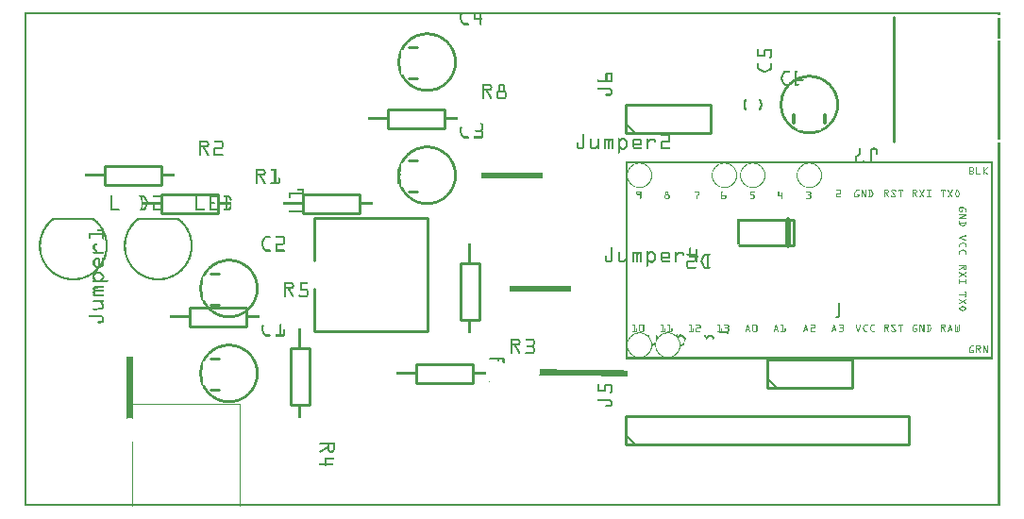
<source format=gto>
G04 MADE WITH FRITZING*
G04 WWW.FRITZING.ORG*
G04 DOUBLE SIDED*
G04 HOLES PLATED*
G04 CONTOUR ON CENTER OF CONTOUR VECTOR*
%ASAXBY*%
%FSLAX23Y23*%
%MOIN*%
%OFA0B0*%
%SFA1.0B1.0*%
%ADD10C,0.010000*%
%ADD11C,0.005000*%
%ADD12C,0.020000*%
%ADD13C,0.007874*%
%ADD14C,0.011000*%
%ADD15R,0.001000X0.001000*%
%LNSILK1*%
G90*
G70*
G54D10*
X2123Y218D02*
X3123Y218D01*
D02*
X3123Y218D02*
X3123Y318D01*
D02*
X3123Y318D02*
X2123Y318D01*
D02*
X2123Y318D02*
X2123Y218D01*
G54D11*
D02*
X2158Y218D02*
X2123Y253D01*
G54D10*
D02*
X2123Y1318D02*
X2423Y1318D01*
D02*
X2423Y1318D02*
X2423Y1418D01*
D02*
X2423Y1418D02*
X2123Y1418D01*
D02*
X2123Y1418D02*
X2123Y1318D01*
G54D11*
D02*
X2158Y1318D02*
X2123Y1353D01*
G54D10*
D02*
X3069Y1728D02*
X3069Y1288D01*
D02*
X2717Y923D02*
X2522Y923D01*
D02*
X2522Y1013D02*
X2717Y1013D01*
D02*
X2717Y1013D02*
X2717Y923D01*
G54D12*
D02*
X2697Y1013D02*
X2697Y923D01*
G54D10*
D02*
X1023Y618D02*
X1423Y618D01*
D02*
X1423Y618D02*
X1423Y1018D01*
D02*
X1423Y1018D02*
X1023Y1018D01*
D02*
X1023Y618D02*
X1023Y768D01*
D02*
X1023Y868D02*
X1023Y1018D01*
D02*
X2623Y418D02*
X2923Y418D01*
D02*
X2923Y418D02*
X2923Y518D01*
D02*
X2923Y518D02*
X2623Y518D01*
D02*
X2623Y518D02*
X2623Y418D01*
G54D11*
D02*
X2658Y418D02*
X2623Y453D01*
G54D10*
D02*
X482Y1101D02*
X682Y1101D01*
D02*
X682Y1101D02*
X682Y1035D01*
D02*
X682Y1035D02*
X482Y1035D01*
D02*
X482Y1035D02*
X482Y1101D01*
D02*
X282Y1201D02*
X482Y1201D01*
D02*
X482Y1201D02*
X482Y1135D01*
D02*
X482Y1135D02*
X282Y1135D01*
D02*
X282Y1135D02*
X282Y1201D01*
D02*
X1382Y501D02*
X1582Y501D01*
D02*
X1582Y501D02*
X1582Y435D01*
D02*
X1582Y435D02*
X1382Y435D01*
D02*
X1382Y435D02*
X1382Y501D01*
D02*
X1006Y559D02*
X1006Y359D01*
D02*
X1006Y359D02*
X940Y359D01*
D02*
X940Y359D02*
X940Y559D01*
D02*
X940Y559D02*
X1006Y559D01*
D02*
X582Y701D02*
X782Y701D01*
D02*
X782Y701D02*
X782Y635D01*
D02*
X782Y635D02*
X582Y635D01*
D02*
X582Y635D02*
X582Y701D01*
D02*
X1606Y859D02*
X1606Y659D01*
D02*
X1606Y659D02*
X1540Y659D01*
D02*
X1540Y659D02*
X1540Y859D01*
D02*
X1540Y859D02*
X1606Y859D01*
D02*
X982Y1101D02*
X1182Y1101D01*
D02*
X1182Y1101D02*
X1182Y1035D01*
D02*
X1182Y1035D02*
X982Y1035D01*
D02*
X982Y1035D02*
X982Y1101D01*
D02*
X1282Y1401D02*
X1482Y1401D01*
D02*
X1482Y1401D02*
X1482Y1335D01*
D02*
X1482Y1335D02*
X1282Y1335D01*
D02*
X1282Y1335D02*
X1282Y1401D01*
G54D13*
X543Y1015D02*
X401Y1015D01*
D02*
X243Y1015D02*
X101Y1015D01*
D02*
G54D14*
X657Y524D02*
X687Y524D01*
D02*
X657Y414D02*
X687Y414D01*
D02*
X657Y824D02*
X687Y824D01*
D02*
X657Y714D02*
X687Y714D01*
D02*
X1357Y1224D02*
X1387Y1224D01*
D02*
X1357Y1114D02*
X1387Y1114D01*
D02*
X1357Y1624D02*
X1387Y1624D01*
D02*
X1357Y1514D02*
X1387Y1514D01*
D02*
G54D15*
X0Y1745D02*
X3445Y1745D01*
X0Y1744D02*
X3445Y1744D01*
X0Y1743D02*
X3445Y1743D01*
X0Y1742D02*
X3445Y1742D01*
X0Y1741D02*
X3445Y1741D01*
X0Y1740D02*
X3445Y1740D01*
X0Y1739D02*
X3445Y1739D01*
X0Y1738D02*
X3445Y1738D01*
X0Y1737D02*
X7Y1737D01*
X1538Y1737D02*
X1545Y1737D01*
X1587Y1737D02*
X1593Y1737D01*
X1608Y1737D02*
X1614Y1737D01*
X3438Y1737D02*
X3445Y1737D01*
X0Y1736D02*
X7Y1736D01*
X1538Y1736D02*
X1545Y1736D01*
X1587Y1736D02*
X1593Y1736D01*
X1608Y1736D02*
X1614Y1736D01*
X3438Y1736D02*
X3445Y1736D01*
X0Y1735D02*
X7Y1735D01*
X1537Y1735D02*
X1544Y1735D01*
X1587Y1735D02*
X1593Y1735D01*
X1608Y1735D02*
X1614Y1735D01*
X3438Y1735D02*
X3445Y1735D01*
X0Y1734D02*
X7Y1734D01*
X1537Y1734D02*
X1544Y1734D01*
X1587Y1734D02*
X1593Y1734D01*
X1608Y1734D02*
X1614Y1734D01*
X0Y1733D02*
X7Y1733D01*
X1537Y1733D02*
X1543Y1733D01*
X1587Y1733D02*
X1593Y1733D01*
X1608Y1733D02*
X1614Y1733D01*
X0Y1732D02*
X7Y1732D01*
X1536Y1732D02*
X1543Y1732D01*
X1587Y1732D02*
X1593Y1732D01*
X1608Y1732D02*
X1614Y1732D01*
X0Y1731D02*
X7Y1731D01*
X1536Y1731D02*
X1542Y1731D01*
X1587Y1731D02*
X1593Y1731D01*
X1608Y1731D02*
X1614Y1731D01*
X0Y1730D02*
X7Y1730D01*
X1536Y1730D02*
X1542Y1730D01*
X1587Y1730D02*
X1593Y1730D01*
X1608Y1730D02*
X1614Y1730D01*
X0Y1729D02*
X7Y1729D01*
X1536Y1729D02*
X1542Y1729D01*
X1587Y1729D02*
X1593Y1729D01*
X1608Y1729D02*
X1614Y1729D01*
X0Y1728D02*
X7Y1728D01*
X1536Y1728D02*
X1542Y1728D01*
X1587Y1728D02*
X1593Y1728D01*
X1608Y1728D02*
X1614Y1728D01*
X0Y1727D02*
X7Y1727D01*
X1536Y1727D02*
X1542Y1727D01*
X1587Y1727D02*
X1593Y1727D01*
X1608Y1727D02*
X1614Y1727D01*
X0Y1726D02*
X7Y1726D01*
X1536Y1726D02*
X1542Y1726D01*
X1587Y1726D02*
X1593Y1726D01*
X1608Y1726D02*
X1614Y1726D01*
X0Y1725D02*
X7Y1725D01*
X1536Y1725D02*
X1542Y1725D01*
X1587Y1725D02*
X1593Y1725D01*
X1608Y1725D02*
X1614Y1725D01*
X0Y1724D02*
X7Y1724D01*
X1536Y1724D02*
X1542Y1724D01*
X1587Y1724D02*
X1616Y1724D01*
X3438Y1724D02*
X3445Y1724D01*
X0Y1723D02*
X7Y1723D01*
X1536Y1723D02*
X1542Y1723D01*
X1587Y1723D02*
X1617Y1723D01*
X3438Y1723D02*
X3445Y1723D01*
X0Y1722D02*
X7Y1722D01*
X1536Y1722D02*
X1543Y1722D01*
X1587Y1722D02*
X1617Y1722D01*
X3438Y1722D02*
X3445Y1722D01*
X0Y1721D02*
X7Y1721D01*
X1537Y1721D02*
X1544Y1721D01*
X1587Y1721D02*
X1617Y1721D01*
X3438Y1721D02*
X3445Y1721D01*
X0Y1720D02*
X7Y1720D01*
X1537Y1720D02*
X1544Y1720D01*
X1587Y1720D02*
X1617Y1720D01*
X3438Y1720D02*
X3445Y1720D01*
X0Y1719D02*
X7Y1719D01*
X1538Y1719D02*
X1545Y1719D01*
X1587Y1719D02*
X1616Y1719D01*
X3438Y1719D02*
X3445Y1719D01*
X0Y1718D02*
X7Y1718D01*
X1538Y1718D02*
X1545Y1718D01*
X1587Y1718D02*
X1615Y1718D01*
X3438Y1718D02*
X3445Y1718D01*
X0Y1717D02*
X7Y1717D01*
X1539Y1717D02*
X1546Y1717D01*
X1608Y1717D02*
X1614Y1717D01*
X3438Y1717D02*
X3445Y1717D01*
X0Y1716D02*
X7Y1716D01*
X1539Y1716D02*
X1546Y1716D01*
X1608Y1716D02*
X1614Y1716D01*
X3438Y1716D02*
X3445Y1716D01*
X0Y1715D02*
X7Y1715D01*
X1540Y1715D02*
X1547Y1715D01*
X1608Y1715D02*
X1614Y1715D01*
X3438Y1715D02*
X3445Y1715D01*
X0Y1714D02*
X7Y1714D01*
X1540Y1714D02*
X1547Y1714D01*
X1608Y1714D02*
X1614Y1714D01*
X3438Y1714D02*
X3445Y1714D01*
X0Y1713D02*
X7Y1713D01*
X1541Y1713D02*
X1548Y1713D01*
X1608Y1713D02*
X1614Y1713D01*
X3438Y1713D02*
X3445Y1713D01*
X0Y1712D02*
X7Y1712D01*
X1541Y1712D02*
X1548Y1712D01*
X1608Y1712D02*
X1614Y1712D01*
X3438Y1712D02*
X3445Y1712D01*
X0Y1711D02*
X7Y1711D01*
X1542Y1711D02*
X1549Y1711D01*
X1608Y1711D02*
X1614Y1711D01*
X3438Y1711D02*
X3445Y1711D01*
X0Y1710D02*
X7Y1710D01*
X1542Y1710D02*
X1549Y1710D01*
X1608Y1710D02*
X1614Y1710D01*
X3438Y1710D02*
X3445Y1710D01*
X0Y1709D02*
X7Y1709D01*
X1543Y1709D02*
X1550Y1709D01*
X1608Y1709D02*
X1614Y1709D01*
X3438Y1709D02*
X3445Y1709D01*
X0Y1708D02*
X7Y1708D01*
X1543Y1708D02*
X1550Y1708D01*
X1608Y1708D02*
X1614Y1708D01*
X3438Y1708D02*
X3445Y1708D01*
X0Y1707D02*
X7Y1707D01*
X1544Y1707D02*
X1566Y1707D01*
X1608Y1707D02*
X1614Y1707D01*
X3438Y1707D02*
X3445Y1707D01*
X0Y1706D02*
X7Y1706D01*
X1544Y1706D02*
X1568Y1706D01*
X1608Y1706D02*
X1614Y1706D01*
X3438Y1706D02*
X3445Y1706D01*
X0Y1705D02*
X7Y1705D01*
X1545Y1705D02*
X1569Y1705D01*
X1608Y1705D02*
X1614Y1705D01*
X3438Y1705D02*
X3445Y1705D01*
X0Y1704D02*
X7Y1704D01*
X1546Y1704D02*
X1569Y1704D01*
X1608Y1704D02*
X1614Y1704D01*
X3438Y1704D02*
X3445Y1704D01*
X0Y1703D02*
X7Y1703D01*
X1547Y1703D02*
X1569Y1703D01*
X1608Y1703D02*
X1614Y1703D01*
X3438Y1703D02*
X3445Y1703D01*
X0Y1702D02*
X7Y1702D01*
X1548Y1702D02*
X1569Y1702D01*
X1608Y1702D02*
X1613Y1702D01*
X3438Y1702D02*
X3445Y1702D01*
X0Y1701D02*
X7Y1701D01*
X1550Y1701D02*
X1568Y1701D01*
X1609Y1701D02*
X1613Y1701D01*
X3438Y1701D02*
X3445Y1701D01*
X0Y1700D02*
X7Y1700D01*
X3438Y1700D02*
X3445Y1700D01*
X0Y1699D02*
X7Y1699D01*
X3438Y1699D02*
X3445Y1699D01*
X0Y1698D02*
X7Y1698D01*
X3438Y1698D02*
X3445Y1698D01*
X0Y1697D02*
X7Y1697D01*
X3438Y1697D02*
X3445Y1697D01*
X0Y1696D02*
X7Y1696D01*
X3438Y1696D02*
X3445Y1696D01*
X0Y1695D02*
X7Y1695D01*
X3438Y1695D02*
X3445Y1695D01*
X0Y1694D02*
X7Y1694D01*
X3438Y1694D02*
X3445Y1694D01*
X0Y1693D02*
X7Y1693D01*
X3438Y1693D02*
X3445Y1693D01*
X0Y1692D02*
X7Y1692D01*
X3438Y1692D02*
X3445Y1692D01*
X0Y1691D02*
X7Y1691D01*
X3438Y1691D02*
X3445Y1691D01*
X0Y1690D02*
X7Y1690D01*
X3438Y1690D02*
X3445Y1690D01*
X0Y1689D02*
X7Y1689D01*
X3438Y1689D02*
X3445Y1689D01*
X0Y1688D02*
X7Y1688D01*
X3438Y1688D02*
X3445Y1688D01*
X0Y1687D02*
X7Y1687D01*
X3438Y1687D02*
X3445Y1687D01*
X0Y1686D02*
X7Y1686D01*
X3438Y1686D02*
X3445Y1686D01*
X0Y1685D02*
X7Y1685D01*
X3438Y1685D02*
X3445Y1685D01*
X0Y1684D02*
X7Y1684D01*
X3438Y1684D02*
X3445Y1684D01*
X0Y1683D02*
X7Y1683D01*
X3438Y1683D02*
X3445Y1683D01*
X0Y1682D02*
X7Y1682D01*
X3438Y1682D02*
X3445Y1682D01*
X0Y1681D02*
X7Y1681D01*
X3438Y1681D02*
X3445Y1681D01*
X0Y1680D02*
X7Y1680D01*
X3438Y1680D02*
X3445Y1680D01*
X0Y1679D02*
X7Y1679D01*
X3438Y1679D02*
X3445Y1679D01*
X0Y1678D02*
X7Y1678D01*
X3438Y1678D02*
X3445Y1678D01*
X0Y1677D02*
X7Y1677D01*
X3438Y1677D02*
X3445Y1677D01*
X0Y1676D02*
X7Y1676D01*
X3438Y1676D02*
X3445Y1676D01*
X0Y1675D02*
X7Y1675D01*
X3438Y1675D02*
X3445Y1675D01*
X0Y1674D02*
X7Y1674D01*
X1414Y1674D02*
X1431Y1674D01*
X3438Y1674D02*
X3445Y1674D01*
X0Y1673D02*
X7Y1673D01*
X1406Y1673D02*
X1439Y1673D01*
X3438Y1673D02*
X3445Y1673D01*
X0Y1672D02*
X7Y1672D01*
X1401Y1672D02*
X1444Y1672D01*
X3438Y1672D02*
X3445Y1672D01*
X0Y1671D02*
X7Y1671D01*
X1396Y1671D02*
X1448Y1671D01*
X3438Y1671D02*
X3445Y1671D01*
X0Y1670D02*
X7Y1670D01*
X1393Y1670D02*
X1451Y1670D01*
X3438Y1670D02*
X3445Y1670D01*
X0Y1669D02*
X7Y1669D01*
X1390Y1669D02*
X1454Y1669D01*
X3438Y1669D02*
X3445Y1669D01*
X0Y1668D02*
X7Y1668D01*
X1387Y1668D02*
X1457Y1668D01*
X3438Y1668D02*
X3445Y1668D01*
X0Y1667D02*
X7Y1667D01*
X1384Y1667D02*
X1460Y1667D01*
X3438Y1667D02*
X3445Y1667D01*
X0Y1666D02*
X7Y1666D01*
X1382Y1666D02*
X1462Y1666D01*
X3438Y1666D02*
X3445Y1666D01*
X0Y1665D02*
X7Y1665D01*
X1380Y1665D02*
X1464Y1665D01*
X3438Y1665D02*
X3445Y1665D01*
X0Y1664D02*
X7Y1664D01*
X1378Y1664D02*
X1413Y1664D01*
X1432Y1664D02*
X1467Y1664D01*
X3438Y1664D02*
X3445Y1664D01*
X0Y1663D02*
X7Y1663D01*
X1376Y1663D02*
X1405Y1663D01*
X1439Y1663D02*
X1469Y1663D01*
X3438Y1663D02*
X3445Y1663D01*
X0Y1662D02*
X7Y1662D01*
X1374Y1662D02*
X1400Y1662D01*
X1444Y1662D02*
X1471Y1662D01*
X3438Y1662D02*
X3445Y1662D01*
X0Y1661D02*
X7Y1661D01*
X1372Y1661D02*
X1396Y1661D01*
X1448Y1661D02*
X1472Y1661D01*
X3438Y1661D02*
X3445Y1661D01*
X0Y1660D02*
X7Y1660D01*
X1370Y1660D02*
X1393Y1660D01*
X1452Y1660D02*
X1474Y1660D01*
X3438Y1660D02*
X3445Y1660D01*
X0Y1659D02*
X7Y1659D01*
X1369Y1659D02*
X1390Y1659D01*
X1455Y1659D02*
X1476Y1659D01*
X3438Y1659D02*
X3445Y1659D01*
X0Y1658D02*
X7Y1658D01*
X1367Y1658D02*
X1387Y1658D01*
X1457Y1658D02*
X1477Y1658D01*
X3438Y1658D02*
X3445Y1658D01*
X0Y1657D02*
X7Y1657D01*
X1365Y1657D02*
X1384Y1657D01*
X1460Y1657D02*
X1479Y1657D01*
X3438Y1657D02*
X3445Y1657D01*
X0Y1656D02*
X7Y1656D01*
X1364Y1656D02*
X1382Y1656D01*
X1462Y1656D02*
X1480Y1656D01*
X3438Y1656D02*
X3445Y1656D01*
X0Y1655D02*
X7Y1655D01*
X1363Y1655D02*
X1380Y1655D01*
X1464Y1655D02*
X1482Y1655D01*
X3438Y1655D02*
X3445Y1655D01*
X0Y1654D02*
X7Y1654D01*
X1361Y1654D02*
X1378Y1654D01*
X1466Y1654D02*
X1483Y1654D01*
X3438Y1654D02*
X3445Y1654D01*
X0Y1653D02*
X7Y1653D01*
X1360Y1653D02*
X1376Y1653D01*
X1468Y1653D02*
X1484Y1653D01*
X3438Y1653D02*
X3445Y1653D01*
X0Y1652D02*
X7Y1652D01*
X1359Y1652D02*
X1374Y1652D01*
X1470Y1652D02*
X1486Y1652D01*
X3438Y1652D02*
X3445Y1652D01*
X0Y1651D02*
X7Y1651D01*
X1357Y1651D02*
X1373Y1651D01*
X1472Y1651D02*
X1487Y1651D01*
X0Y1650D02*
X7Y1650D01*
X1356Y1650D02*
X1371Y1650D01*
X1473Y1650D02*
X1488Y1650D01*
X0Y1649D02*
X7Y1649D01*
X1355Y1649D02*
X1369Y1649D01*
X1475Y1649D02*
X1490Y1649D01*
X0Y1648D02*
X7Y1648D01*
X1354Y1648D02*
X1368Y1648D01*
X1477Y1648D02*
X1491Y1648D01*
X0Y1647D02*
X7Y1647D01*
X1353Y1647D02*
X1366Y1647D01*
X1478Y1647D02*
X1492Y1647D01*
X0Y1646D02*
X7Y1646D01*
X1352Y1646D02*
X1365Y1646D01*
X1479Y1646D02*
X1493Y1646D01*
X3438Y1646D02*
X3445Y1646D01*
X0Y1645D02*
X7Y1645D01*
X1350Y1645D02*
X1364Y1645D01*
X1481Y1645D02*
X1494Y1645D01*
X3438Y1645D02*
X3445Y1645D01*
X0Y1644D02*
X7Y1644D01*
X1349Y1644D02*
X1362Y1644D01*
X1482Y1644D02*
X1495Y1644D01*
X3438Y1644D02*
X3445Y1644D01*
X0Y1643D02*
X7Y1643D01*
X1348Y1643D02*
X1361Y1643D01*
X1483Y1643D02*
X1496Y1643D01*
X3438Y1643D02*
X3445Y1643D01*
X0Y1642D02*
X7Y1642D01*
X1347Y1642D02*
X1360Y1642D01*
X1484Y1642D02*
X1497Y1642D01*
X3438Y1642D02*
X3445Y1642D01*
X0Y1641D02*
X7Y1641D01*
X1346Y1641D02*
X1359Y1641D01*
X1486Y1641D02*
X1498Y1641D01*
X3438Y1641D02*
X3445Y1641D01*
X0Y1640D02*
X7Y1640D01*
X1346Y1640D02*
X1358Y1640D01*
X1487Y1640D02*
X1499Y1640D01*
X3438Y1640D02*
X3445Y1640D01*
X0Y1639D02*
X7Y1639D01*
X1345Y1639D02*
X1357Y1639D01*
X1488Y1639D02*
X1500Y1639D01*
X3438Y1639D02*
X3445Y1639D01*
X0Y1638D02*
X7Y1638D01*
X1344Y1638D02*
X1355Y1638D01*
X1489Y1638D02*
X1501Y1638D01*
X3438Y1638D02*
X3445Y1638D01*
X0Y1637D02*
X7Y1637D01*
X1343Y1637D02*
X1354Y1637D01*
X1490Y1637D02*
X1501Y1637D01*
X3438Y1637D02*
X3445Y1637D01*
X0Y1636D02*
X7Y1636D01*
X1342Y1636D02*
X1353Y1636D01*
X1491Y1636D02*
X1502Y1636D01*
X3438Y1636D02*
X3445Y1636D01*
X0Y1635D02*
X7Y1635D01*
X1341Y1635D02*
X1353Y1635D01*
X1492Y1635D02*
X1503Y1635D01*
X3438Y1635D02*
X3445Y1635D01*
X0Y1634D02*
X7Y1634D01*
X1340Y1634D02*
X1352Y1634D01*
X1493Y1634D02*
X1504Y1634D01*
X3438Y1634D02*
X3445Y1634D01*
X0Y1633D02*
X7Y1633D01*
X1340Y1633D02*
X1351Y1633D01*
X1494Y1633D02*
X1505Y1633D01*
X3438Y1633D02*
X3445Y1633D01*
X0Y1632D02*
X7Y1632D01*
X1339Y1632D02*
X1350Y1632D01*
X1494Y1632D02*
X1505Y1632D01*
X3438Y1632D02*
X3445Y1632D01*
X0Y1631D02*
X7Y1631D01*
X1338Y1631D02*
X1349Y1631D01*
X1495Y1631D02*
X1506Y1631D01*
X3438Y1631D02*
X3445Y1631D01*
X0Y1630D02*
X7Y1630D01*
X1337Y1630D02*
X1348Y1630D01*
X1496Y1630D02*
X1507Y1630D01*
X3438Y1630D02*
X3445Y1630D01*
X0Y1629D02*
X7Y1629D01*
X1337Y1629D02*
X1347Y1629D01*
X1497Y1629D02*
X1508Y1629D01*
X3438Y1629D02*
X3445Y1629D01*
X0Y1628D02*
X7Y1628D01*
X1336Y1628D02*
X1347Y1628D01*
X1498Y1628D02*
X1508Y1628D01*
X3438Y1628D02*
X3445Y1628D01*
X0Y1627D02*
X7Y1627D01*
X1335Y1627D02*
X1346Y1627D01*
X1499Y1627D02*
X1509Y1627D01*
X3438Y1627D02*
X3445Y1627D01*
X0Y1626D02*
X7Y1626D01*
X1335Y1626D02*
X1345Y1626D01*
X1499Y1626D02*
X1510Y1626D01*
X3438Y1626D02*
X3445Y1626D01*
X0Y1625D02*
X7Y1625D01*
X1334Y1625D02*
X1344Y1625D01*
X1500Y1625D02*
X1510Y1625D01*
X3438Y1625D02*
X3445Y1625D01*
X0Y1624D02*
X7Y1624D01*
X1333Y1624D02*
X1344Y1624D01*
X1501Y1624D02*
X1511Y1624D01*
X3438Y1624D02*
X3445Y1624D01*
X0Y1623D02*
X7Y1623D01*
X1333Y1623D02*
X1343Y1623D01*
X1501Y1623D02*
X1512Y1623D01*
X3438Y1623D02*
X3445Y1623D01*
X0Y1622D02*
X7Y1622D01*
X1332Y1622D02*
X1342Y1622D01*
X1502Y1622D02*
X1512Y1622D01*
X3438Y1622D02*
X3445Y1622D01*
X0Y1621D02*
X7Y1621D01*
X1332Y1621D02*
X1342Y1621D01*
X1503Y1621D02*
X1513Y1621D01*
X3438Y1621D02*
X3445Y1621D01*
X0Y1620D02*
X7Y1620D01*
X1331Y1620D02*
X1341Y1620D01*
X1503Y1620D02*
X1513Y1620D01*
X3438Y1620D02*
X3445Y1620D01*
X0Y1619D02*
X7Y1619D01*
X1330Y1619D02*
X1340Y1619D01*
X1504Y1619D02*
X1514Y1619D01*
X3438Y1619D02*
X3445Y1619D01*
X0Y1618D02*
X7Y1618D01*
X1330Y1618D02*
X1340Y1618D01*
X1505Y1618D02*
X1514Y1618D01*
X3438Y1618D02*
X3445Y1618D01*
X0Y1617D02*
X7Y1617D01*
X1329Y1617D02*
X1339Y1617D01*
X1505Y1617D02*
X1515Y1617D01*
X3438Y1617D02*
X3445Y1617D01*
X0Y1616D02*
X7Y1616D01*
X1329Y1616D02*
X1339Y1616D01*
X1506Y1616D02*
X1515Y1616D01*
X2589Y1616D02*
X2592Y1616D01*
X2615Y1616D02*
X2637Y1616D01*
X3438Y1616D02*
X3445Y1616D01*
X0Y1615D02*
X7Y1615D01*
X1328Y1615D02*
X1338Y1615D01*
X1506Y1615D02*
X1516Y1615D01*
X2588Y1615D02*
X2593Y1615D01*
X2614Y1615D02*
X2638Y1615D01*
X3438Y1615D02*
X3445Y1615D01*
X0Y1614D02*
X7Y1614D01*
X1328Y1614D02*
X1338Y1614D01*
X1507Y1614D02*
X1516Y1614D01*
X2588Y1614D02*
X2594Y1614D01*
X2613Y1614D02*
X2639Y1614D01*
X3438Y1614D02*
X3445Y1614D01*
X0Y1613D02*
X7Y1613D01*
X1327Y1613D02*
X1337Y1613D01*
X1507Y1613D02*
X1517Y1613D01*
X2588Y1613D02*
X2594Y1613D01*
X2612Y1613D02*
X2640Y1613D01*
X3438Y1613D02*
X3445Y1613D01*
X0Y1612D02*
X7Y1612D01*
X1327Y1612D02*
X1337Y1612D01*
X1508Y1612D02*
X1517Y1612D01*
X2588Y1612D02*
X2594Y1612D01*
X2612Y1612D02*
X2640Y1612D01*
X3438Y1612D02*
X3445Y1612D01*
X0Y1611D02*
X7Y1611D01*
X1326Y1611D02*
X1329Y1611D01*
X1508Y1611D02*
X1518Y1611D01*
X2588Y1611D02*
X2594Y1611D01*
X2611Y1611D02*
X2641Y1611D01*
X3438Y1611D02*
X3445Y1611D01*
X0Y1610D02*
X7Y1610D01*
X1326Y1610D02*
X1329Y1610D01*
X1509Y1610D02*
X1518Y1610D01*
X2588Y1610D02*
X2594Y1610D01*
X2611Y1610D02*
X2641Y1610D01*
X3438Y1610D02*
X3445Y1610D01*
X0Y1609D02*
X7Y1609D01*
X1326Y1609D02*
X1329Y1609D01*
X1509Y1609D02*
X1519Y1609D01*
X2588Y1609D02*
X2594Y1609D01*
X2611Y1609D02*
X2617Y1609D01*
X2635Y1609D02*
X2641Y1609D01*
X3438Y1609D02*
X3445Y1609D01*
X0Y1608D02*
X7Y1608D01*
X1325Y1608D02*
X1329Y1608D01*
X1510Y1608D02*
X1519Y1608D01*
X2588Y1608D02*
X2594Y1608D01*
X2611Y1608D02*
X2617Y1608D01*
X2635Y1608D02*
X2641Y1608D01*
X3438Y1608D02*
X3445Y1608D01*
X0Y1607D02*
X7Y1607D01*
X1325Y1607D02*
X1329Y1607D01*
X1510Y1607D02*
X1520Y1607D01*
X2588Y1607D02*
X2594Y1607D01*
X2611Y1607D02*
X2617Y1607D01*
X2635Y1607D02*
X2641Y1607D01*
X3438Y1607D02*
X3445Y1607D01*
X0Y1606D02*
X7Y1606D01*
X1324Y1606D02*
X1329Y1606D01*
X1511Y1606D02*
X1520Y1606D01*
X2588Y1606D02*
X2594Y1606D01*
X2611Y1606D02*
X2617Y1606D01*
X2635Y1606D02*
X2641Y1606D01*
X3438Y1606D02*
X3445Y1606D01*
X0Y1605D02*
X7Y1605D01*
X1324Y1605D02*
X1329Y1605D01*
X1511Y1605D02*
X1520Y1605D01*
X2588Y1605D02*
X2594Y1605D01*
X2611Y1605D02*
X2617Y1605D01*
X2635Y1605D02*
X2641Y1605D01*
X3438Y1605D02*
X3445Y1605D01*
X0Y1604D02*
X7Y1604D01*
X1324Y1604D02*
X1329Y1604D01*
X1511Y1604D02*
X1521Y1604D01*
X2588Y1604D02*
X2594Y1604D01*
X2611Y1604D02*
X2617Y1604D01*
X2635Y1604D02*
X2641Y1604D01*
X3438Y1604D02*
X3445Y1604D01*
X0Y1603D02*
X7Y1603D01*
X1323Y1603D02*
X1329Y1603D01*
X1512Y1603D02*
X1521Y1603D01*
X2588Y1603D02*
X2594Y1603D01*
X2611Y1603D02*
X2617Y1603D01*
X2635Y1603D02*
X2641Y1603D01*
X3438Y1603D02*
X3445Y1603D01*
X0Y1602D02*
X7Y1602D01*
X1323Y1602D02*
X1329Y1602D01*
X1512Y1602D02*
X1521Y1602D01*
X2588Y1602D02*
X2594Y1602D01*
X2611Y1602D02*
X2617Y1602D01*
X2635Y1602D02*
X2641Y1602D01*
X3438Y1602D02*
X3445Y1602D01*
X0Y1601D02*
X7Y1601D01*
X1323Y1601D02*
X1329Y1601D01*
X1512Y1601D02*
X1522Y1601D01*
X2588Y1601D02*
X2594Y1601D01*
X2611Y1601D02*
X2617Y1601D01*
X2635Y1601D02*
X2641Y1601D01*
X3438Y1601D02*
X3445Y1601D01*
X0Y1600D02*
X7Y1600D01*
X1322Y1600D02*
X1329Y1600D01*
X1513Y1600D02*
X1522Y1600D01*
X2588Y1600D02*
X2594Y1600D01*
X2611Y1600D02*
X2617Y1600D01*
X2635Y1600D02*
X2641Y1600D01*
X3438Y1600D02*
X3445Y1600D01*
X0Y1599D02*
X7Y1599D01*
X1322Y1599D02*
X1329Y1599D01*
X1513Y1599D02*
X1522Y1599D01*
X2588Y1599D02*
X2594Y1599D01*
X2611Y1599D02*
X2617Y1599D01*
X2635Y1599D02*
X2641Y1599D01*
X3438Y1599D02*
X3445Y1599D01*
X0Y1598D02*
X7Y1598D01*
X1322Y1598D02*
X1329Y1598D01*
X1513Y1598D02*
X1523Y1598D01*
X2588Y1598D02*
X2594Y1598D01*
X2611Y1598D02*
X2617Y1598D01*
X2635Y1598D02*
X2641Y1598D01*
X3438Y1598D02*
X3445Y1598D01*
X0Y1597D02*
X7Y1597D01*
X1321Y1597D02*
X1329Y1597D01*
X1514Y1597D02*
X1523Y1597D01*
X2588Y1597D02*
X2594Y1597D01*
X2611Y1597D02*
X2617Y1597D01*
X2635Y1597D02*
X2641Y1597D01*
X3438Y1597D02*
X3445Y1597D01*
X0Y1596D02*
X7Y1596D01*
X1321Y1596D02*
X1329Y1596D01*
X1514Y1596D02*
X1523Y1596D01*
X2588Y1596D02*
X2617Y1596D01*
X2635Y1596D02*
X2641Y1596D01*
X3438Y1596D02*
X3445Y1596D01*
X0Y1595D02*
X7Y1595D01*
X1321Y1595D02*
X1329Y1595D01*
X1514Y1595D02*
X1523Y1595D01*
X2588Y1595D02*
X2617Y1595D01*
X2635Y1595D02*
X2641Y1595D01*
X3438Y1595D02*
X3445Y1595D01*
X0Y1594D02*
X7Y1594D01*
X1321Y1594D02*
X1329Y1594D01*
X1515Y1594D02*
X1524Y1594D01*
X2588Y1594D02*
X2617Y1594D01*
X2635Y1594D02*
X2641Y1594D01*
X3438Y1594D02*
X3445Y1594D01*
X0Y1593D02*
X7Y1593D01*
X1320Y1593D02*
X1329Y1593D01*
X1515Y1593D02*
X1524Y1593D01*
X2588Y1593D02*
X2617Y1593D01*
X2635Y1593D02*
X2641Y1593D01*
X3438Y1593D02*
X3445Y1593D01*
X0Y1592D02*
X7Y1592D01*
X1320Y1592D02*
X1329Y1592D01*
X1515Y1592D02*
X1524Y1592D01*
X2588Y1592D02*
X2617Y1592D01*
X2634Y1592D02*
X2641Y1592D01*
X3438Y1592D02*
X3445Y1592D01*
X0Y1591D02*
X7Y1591D01*
X1320Y1591D02*
X1329Y1591D01*
X1515Y1591D02*
X1524Y1591D01*
X2588Y1591D02*
X2617Y1591D01*
X2634Y1591D02*
X2640Y1591D01*
X3438Y1591D02*
X3445Y1591D01*
X0Y1590D02*
X7Y1590D01*
X1320Y1590D02*
X1329Y1590D01*
X1515Y1590D02*
X1525Y1590D01*
X2588Y1590D02*
X2617Y1590D01*
X2633Y1590D02*
X2640Y1590D01*
X3438Y1590D02*
X3445Y1590D01*
X0Y1589D02*
X7Y1589D01*
X1320Y1589D02*
X1329Y1589D01*
X1516Y1589D02*
X1525Y1589D01*
X2633Y1589D02*
X2640Y1589D01*
X3438Y1589D02*
X3445Y1589D01*
X0Y1588D02*
X7Y1588D01*
X1319Y1588D02*
X1328Y1588D01*
X1516Y1588D02*
X1525Y1588D01*
X2633Y1588D02*
X2639Y1588D01*
X3438Y1588D02*
X3445Y1588D01*
X0Y1587D02*
X7Y1587D01*
X1319Y1587D02*
X1328Y1587D01*
X1516Y1587D02*
X1525Y1587D01*
X2632Y1587D02*
X2639Y1587D01*
X3438Y1587D02*
X3445Y1587D01*
X0Y1586D02*
X7Y1586D01*
X1319Y1586D02*
X1328Y1586D01*
X1516Y1586D02*
X1525Y1586D01*
X2632Y1586D02*
X2638Y1586D01*
X3438Y1586D02*
X3445Y1586D01*
X0Y1585D02*
X7Y1585D01*
X1319Y1585D02*
X1328Y1585D01*
X1516Y1585D02*
X1525Y1585D01*
X2632Y1585D02*
X2638Y1585D01*
X3438Y1585D02*
X3445Y1585D01*
X0Y1584D02*
X7Y1584D01*
X1319Y1584D02*
X1328Y1584D01*
X1517Y1584D02*
X1526Y1584D01*
X2632Y1584D02*
X2637Y1584D01*
X3438Y1584D02*
X3445Y1584D01*
X0Y1583D02*
X7Y1583D01*
X1319Y1583D02*
X1328Y1583D01*
X1517Y1583D02*
X1526Y1583D01*
X2633Y1583D02*
X2637Y1583D01*
X3438Y1583D02*
X3445Y1583D01*
X0Y1582D02*
X7Y1582D01*
X1318Y1582D02*
X1327Y1582D01*
X1517Y1582D02*
X1526Y1582D01*
X3438Y1582D02*
X3445Y1582D01*
X0Y1581D02*
X7Y1581D01*
X1318Y1581D02*
X1327Y1581D01*
X1517Y1581D02*
X1526Y1581D01*
X3438Y1581D02*
X3445Y1581D01*
X0Y1580D02*
X7Y1580D01*
X1318Y1580D02*
X1327Y1580D01*
X1517Y1580D02*
X1526Y1580D01*
X3438Y1580D02*
X3445Y1580D01*
X0Y1579D02*
X7Y1579D01*
X1318Y1579D02*
X1327Y1579D01*
X1517Y1579D02*
X1526Y1579D01*
X3438Y1579D02*
X3445Y1579D01*
X0Y1578D02*
X7Y1578D01*
X1318Y1578D02*
X1327Y1578D01*
X1517Y1578D02*
X1526Y1578D01*
X3438Y1578D02*
X3445Y1578D01*
X0Y1577D02*
X7Y1577D01*
X1318Y1577D02*
X1327Y1577D01*
X1517Y1577D02*
X1526Y1577D01*
X3438Y1577D02*
X3445Y1577D01*
X0Y1576D02*
X7Y1576D01*
X1318Y1576D02*
X1327Y1576D01*
X1517Y1576D02*
X1526Y1576D01*
X3438Y1576D02*
X3445Y1576D01*
X0Y1575D02*
X7Y1575D01*
X1318Y1575D02*
X1327Y1575D01*
X1517Y1575D02*
X1527Y1575D01*
X3438Y1575D02*
X3445Y1575D01*
X0Y1574D02*
X7Y1574D01*
X1318Y1574D02*
X1327Y1574D01*
X1518Y1574D02*
X1527Y1574D01*
X3438Y1574D02*
X3445Y1574D01*
X0Y1573D02*
X7Y1573D01*
X1318Y1573D02*
X1327Y1573D01*
X1518Y1573D02*
X1527Y1573D01*
X3438Y1573D02*
X3445Y1573D01*
X0Y1572D02*
X7Y1572D01*
X1318Y1572D02*
X1327Y1572D01*
X1518Y1572D02*
X1527Y1572D01*
X3438Y1572D02*
X3445Y1572D01*
X0Y1571D02*
X7Y1571D01*
X1318Y1571D02*
X1327Y1571D01*
X1518Y1571D02*
X1527Y1571D01*
X3438Y1571D02*
X3445Y1571D01*
X0Y1570D02*
X7Y1570D01*
X1318Y1570D02*
X1327Y1570D01*
X1518Y1570D02*
X1527Y1570D01*
X3438Y1570D02*
X3445Y1570D01*
X0Y1569D02*
X7Y1569D01*
X1318Y1569D02*
X1327Y1569D01*
X1518Y1569D02*
X1527Y1569D01*
X3438Y1569D02*
X3445Y1569D01*
X0Y1568D02*
X7Y1568D01*
X1318Y1568D02*
X1327Y1568D01*
X1518Y1568D02*
X1527Y1568D01*
X3438Y1568D02*
X3445Y1568D01*
X0Y1567D02*
X7Y1567D01*
X1318Y1567D02*
X1327Y1567D01*
X1518Y1567D02*
X1527Y1567D01*
X3438Y1567D02*
X3445Y1567D01*
X0Y1566D02*
X7Y1566D01*
X1318Y1566D02*
X1327Y1566D01*
X1518Y1566D02*
X1527Y1566D01*
X2589Y1566D02*
X2592Y1566D01*
X2636Y1566D02*
X2640Y1566D01*
X3438Y1566D02*
X3445Y1566D01*
X0Y1565D02*
X7Y1565D01*
X1318Y1565D02*
X1327Y1565D01*
X1518Y1565D02*
X1527Y1565D01*
X2588Y1565D02*
X2593Y1565D01*
X2635Y1565D02*
X2640Y1565D01*
X3438Y1565D02*
X3445Y1565D01*
X0Y1564D02*
X7Y1564D01*
X1318Y1564D02*
X1327Y1564D01*
X1517Y1564D02*
X1527Y1564D01*
X2588Y1564D02*
X2594Y1564D01*
X2635Y1564D02*
X2641Y1564D01*
X3438Y1564D02*
X3445Y1564D01*
X0Y1563D02*
X7Y1563D01*
X1318Y1563D02*
X1327Y1563D01*
X1517Y1563D02*
X1526Y1563D01*
X2588Y1563D02*
X2594Y1563D01*
X2635Y1563D02*
X2641Y1563D01*
X3438Y1563D02*
X3445Y1563D01*
X0Y1562D02*
X7Y1562D01*
X1318Y1562D02*
X1327Y1562D01*
X1517Y1562D02*
X1526Y1562D01*
X2588Y1562D02*
X2594Y1562D01*
X2635Y1562D02*
X2641Y1562D01*
X3438Y1562D02*
X3445Y1562D01*
X0Y1561D02*
X7Y1561D01*
X1318Y1561D02*
X1327Y1561D01*
X1517Y1561D02*
X1526Y1561D01*
X2588Y1561D02*
X2594Y1561D01*
X2635Y1561D02*
X2641Y1561D01*
X3438Y1561D02*
X3445Y1561D01*
X0Y1560D02*
X7Y1560D01*
X1318Y1560D02*
X1327Y1560D01*
X1517Y1560D02*
X1526Y1560D01*
X2588Y1560D02*
X2594Y1560D01*
X2635Y1560D02*
X2641Y1560D01*
X3438Y1560D02*
X3445Y1560D01*
X0Y1559D02*
X7Y1559D01*
X1318Y1559D02*
X1327Y1559D01*
X1517Y1559D02*
X1526Y1559D01*
X2588Y1559D02*
X2594Y1559D01*
X2635Y1559D02*
X2641Y1559D01*
X3438Y1559D02*
X3445Y1559D01*
X0Y1558D02*
X7Y1558D01*
X1318Y1558D02*
X1327Y1558D01*
X1517Y1558D02*
X1526Y1558D01*
X2588Y1558D02*
X2594Y1558D01*
X2635Y1558D02*
X2641Y1558D01*
X3438Y1558D02*
X3445Y1558D01*
X0Y1557D02*
X7Y1557D01*
X1318Y1557D02*
X1327Y1557D01*
X1517Y1557D02*
X1526Y1557D01*
X2588Y1557D02*
X2594Y1557D01*
X2635Y1557D02*
X2641Y1557D01*
X3438Y1557D02*
X3445Y1557D01*
X0Y1556D02*
X7Y1556D01*
X1319Y1556D02*
X1328Y1556D01*
X1517Y1556D02*
X1526Y1556D01*
X2588Y1556D02*
X2594Y1556D01*
X2635Y1556D02*
X2641Y1556D01*
X3438Y1556D02*
X3445Y1556D01*
X0Y1555D02*
X7Y1555D01*
X1319Y1555D02*
X1328Y1555D01*
X1517Y1555D02*
X1526Y1555D01*
X2588Y1555D02*
X2594Y1555D01*
X2635Y1555D02*
X2641Y1555D01*
X3438Y1555D02*
X3445Y1555D01*
X0Y1554D02*
X7Y1554D01*
X1319Y1554D02*
X1328Y1554D01*
X1516Y1554D02*
X1525Y1554D01*
X2588Y1554D02*
X2594Y1554D01*
X2635Y1554D02*
X2641Y1554D01*
X3438Y1554D02*
X3445Y1554D01*
X0Y1553D02*
X7Y1553D01*
X1319Y1553D02*
X1328Y1553D01*
X1516Y1553D02*
X1525Y1553D01*
X2588Y1553D02*
X2594Y1553D01*
X2635Y1553D02*
X2641Y1553D01*
X3438Y1553D02*
X3445Y1553D01*
X0Y1552D02*
X7Y1552D01*
X1319Y1552D02*
X1328Y1552D01*
X1516Y1552D02*
X1525Y1552D01*
X2588Y1552D02*
X2594Y1552D01*
X2635Y1552D02*
X2641Y1552D01*
X3438Y1552D02*
X3445Y1552D01*
X0Y1551D02*
X7Y1551D01*
X1319Y1551D02*
X1328Y1551D01*
X1516Y1551D02*
X1525Y1551D01*
X2588Y1551D02*
X2594Y1551D01*
X2635Y1551D02*
X2641Y1551D01*
X3438Y1551D02*
X3445Y1551D01*
X0Y1550D02*
X7Y1550D01*
X1320Y1550D02*
X1329Y1550D01*
X1516Y1550D02*
X1525Y1550D01*
X2588Y1550D02*
X2594Y1550D01*
X2635Y1550D02*
X2641Y1550D01*
X3438Y1550D02*
X3445Y1550D01*
X0Y1549D02*
X7Y1549D01*
X1320Y1549D02*
X1329Y1549D01*
X1515Y1549D02*
X1525Y1549D01*
X2588Y1549D02*
X2594Y1549D01*
X2635Y1549D02*
X2641Y1549D01*
X3438Y1549D02*
X3445Y1549D01*
X0Y1548D02*
X7Y1548D01*
X1320Y1548D02*
X1329Y1548D01*
X1515Y1548D02*
X1524Y1548D01*
X2588Y1548D02*
X2595Y1548D01*
X2634Y1548D02*
X2641Y1548D01*
X3438Y1548D02*
X3445Y1548D01*
X0Y1547D02*
X7Y1547D01*
X1320Y1547D02*
X1329Y1547D01*
X1515Y1547D02*
X1524Y1547D01*
X2588Y1547D02*
X2596Y1547D01*
X2632Y1547D02*
X2640Y1547D01*
X3438Y1547D02*
X3445Y1547D01*
X0Y1546D02*
X7Y1546D01*
X1320Y1546D02*
X1329Y1546D01*
X1515Y1546D02*
X1524Y1546D01*
X2589Y1546D02*
X2598Y1546D01*
X2630Y1546D02*
X2640Y1546D01*
X3438Y1546D02*
X3445Y1546D01*
X0Y1545D02*
X7Y1545D01*
X1321Y1545D02*
X1329Y1545D01*
X1515Y1545D02*
X1524Y1545D01*
X2589Y1545D02*
X2600Y1545D01*
X2628Y1545D02*
X2639Y1545D01*
X3438Y1545D02*
X3445Y1545D01*
X0Y1544D02*
X7Y1544D01*
X1321Y1544D02*
X1329Y1544D01*
X1514Y1544D02*
X1523Y1544D01*
X2590Y1544D02*
X2602Y1544D01*
X2626Y1544D02*
X2638Y1544D01*
X3438Y1544D02*
X3445Y1544D01*
X0Y1543D02*
X7Y1543D01*
X1321Y1543D02*
X1329Y1543D01*
X1514Y1543D02*
X1523Y1543D01*
X2591Y1543D02*
X2604Y1543D01*
X2624Y1543D02*
X2638Y1543D01*
X3438Y1543D02*
X3445Y1543D01*
X0Y1542D02*
X7Y1542D01*
X1321Y1542D02*
X1329Y1542D01*
X1514Y1542D02*
X1523Y1542D01*
X2592Y1542D02*
X2606Y1542D01*
X2622Y1542D02*
X2636Y1542D01*
X3438Y1542D02*
X3445Y1542D01*
X0Y1541D02*
X7Y1541D01*
X1322Y1541D02*
X1329Y1541D01*
X1513Y1541D02*
X1523Y1541D01*
X2593Y1541D02*
X2608Y1541D01*
X2620Y1541D02*
X2635Y1541D01*
X3438Y1541D02*
X3445Y1541D01*
X0Y1540D02*
X7Y1540D01*
X1322Y1540D02*
X1329Y1540D01*
X1513Y1540D02*
X1522Y1540D01*
X2595Y1540D02*
X2610Y1540D01*
X2618Y1540D02*
X2633Y1540D01*
X3438Y1540D02*
X3445Y1540D01*
X0Y1539D02*
X7Y1539D01*
X1322Y1539D02*
X1329Y1539D01*
X1513Y1539D02*
X1522Y1539D01*
X2597Y1539D02*
X2631Y1539D01*
X2686Y1539D02*
X2702Y1539D01*
X2722Y1539D02*
X2728Y1539D01*
X3438Y1539D02*
X3445Y1539D01*
X0Y1538D02*
X7Y1538D01*
X1323Y1538D02*
X1329Y1538D01*
X1512Y1538D02*
X1522Y1538D01*
X2599Y1538D02*
X2629Y1538D01*
X2683Y1538D02*
X2703Y1538D01*
X2721Y1538D02*
X2729Y1538D01*
X3438Y1538D02*
X3445Y1538D01*
X0Y1537D02*
X7Y1537D01*
X1323Y1537D02*
X1329Y1537D01*
X1512Y1537D02*
X1521Y1537D01*
X2601Y1537D02*
X2627Y1537D01*
X2682Y1537D02*
X2704Y1537D01*
X2721Y1537D02*
X2730Y1537D01*
X3438Y1537D02*
X3445Y1537D01*
X0Y1536D02*
X7Y1536D01*
X1323Y1536D02*
X1329Y1536D01*
X1512Y1536D02*
X1521Y1536D01*
X2604Y1536D02*
X2625Y1536D01*
X2681Y1536D02*
X2704Y1536D01*
X2720Y1536D02*
X2730Y1536D01*
X3438Y1536D02*
X3445Y1536D01*
X0Y1535D02*
X7Y1535D01*
X1324Y1535D02*
X1329Y1535D01*
X1511Y1535D02*
X1521Y1535D01*
X2606Y1535D02*
X2623Y1535D01*
X2680Y1535D02*
X2704Y1535D01*
X2720Y1535D02*
X2730Y1535D01*
X3438Y1535D02*
X3445Y1535D01*
X0Y1534D02*
X7Y1534D01*
X1324Y1534D02*
X1329Y1534D01*
X1511Y1534D02*
X1520Y1534D01*
X2608Y1534D02*
X2621Y1534D01*
X2679Y1534D02*
X2703Y1534D01*
X2720Y1534D02*
X2729Y1534D01*
X3438Y1534D02*
X3445Y1534D01*
X0Y1533D02*
X7Y1533D01*
X1324Y1533D02*
X1329Y1533D01*
X1511Y1533D02*
X1520Y1533D01*
X2610Y1533D02*
X2618Y1533D01*
X2679Y1533D02*
X2702Y1533D01*
X2720Y1533D02*
X2728Y1533D01*
X3438Y1533D02*
X3445Y1533D01*
X0Y1532D02*
X7Y1532D01*
X1325Y1532D02*
X1329Y1532D01*
X1510Y1532D02*
X1520Y1532D01*
X2678Y1532D02*
X2686Y1532D01*
X2720Y1532D02*
X2726Y1532D01*
X3438Y1532D02*
X3445Y1532D01*
X0Y1531D02*
X7Y1531D01*
X1325Y1531D02*
X1329Y1531D01*
X1510Y1531D02*
X1519Y1531D01*
X2053Y1531D02*
X2075Y1531D01*
X2678Y1531D02*
X2685Y1531D01*
X2720Y1531D02*
X2726Y1531D01*
X3438Y1531D02*
X3445Y1531D01*
X0Y1530D02*
X7Y1530D01*
X1326Y1530D02*
X1329Y1530D01*
X1509Y1530D02*
X1519Y1530D01*
X2053Y1530D02*
X2075Y1530D01*
X2677Y1530D02*
X2684Y1530D01*
X2720Y1530D02*
X2726Y1530D01*
X3438Y1530D02*
X3445Y1530D01*
X0Y1529D02*
X7Y1529D01*
X1326Y1529D02*
X1329Y1529D01*
X1509Y1529D02*
X1518Y1529D01*
X2052Y1529D02*
X2076Y1529D01*
X2677Y1529D02*
X2684Y1529D01*
X2720Y1529D02*
X2726Y1529D01*
X3438Y1529D02*
X3445Y1529D01*
X0Y1528D02*
X7Y1528D01*
X1326Y1528D02*
X1329Y1528D01*
X1508Y1528D02*
X1518Y1528D01*
X2052Y1528D02*
X2076Y1528D01*
X2676Y1528D02*
X2683Y1528D01*
X2720Y1528D02*
X2726Y1528D01*
X3438Y1528D02*
X3445Y1528D01*
X0Y1527D02*
X7Y1527D01*
X1327Y1527D02*
X1330Y1527D01*
X1508Y1527D02*
X1517Y1527D01*
X2052Y1527D02*
X2076Y1527D01*
X2676Y1527D02*
X2683Y1527D01*
X2720Y1527D02*
X2726Y1527D01*
X3438Y1527D02*
X3445Y1527D01*
X0Y1526D02*
X7Y1526D01*
X1327Y1526D02*
X1337Y1526D01*
X1507Y1526D02*
X1517Y1526D01*
X2052Y1526D02*
X2076Y1526D01*
X2675Y1526D02*
X2682Y1526D01*
X2720Y1526D02*
X2726Y1526D01*
X3438Y1526D02*
X3445Y1526D01*
X0Y1525D02*
X7Y1525D01*
X1328Y1525D02*
X1337Y1525D01*
X1507Y1525D02*
X1516Y1525D01*
X2052Y1525D02*
X2076Y1525D01*
X2675Y1525D02*
X2682Y1525D01*
X2720Y1525D02*
X2726Y1525D01*
X3438Y1525D02*
X3445Y1525D01*
X0Y1524D02*
X7Y1524D01*
X1328Y1524D02*
X1338Y1524D01*
X1506Y1524D02*
X1516Y1524D01*
X2052Y1524D02*
X2058Y1524D01*
X2070Y1524D02*
X2076Y1524D01*
X2674Y1524D02*
X2681Y1524D01*
X2720Y1524D02*
X2726Y1524D01*
X2763Y1524D02*
X2781Y1524D01*
X3438Y1524D02*
X3445Y1524D01*
X0Y1523D02*
X7Y1523D01*
X1329Y1523D02*
X1339Y1523D01*
X1506Y1523D02*
X1515Y1523D01*
X2052Y1523D02*
X2058Y1523D01*
X2070Y1523D02*
X2076Y1523D01*
X2674Y1523D02*
X2681Y1523D01*
X2720Y1523D02*
X2726Y1523D01*
X2755Y1523D02*
X2789Y1523D01*
X3438Y1523D02*
X3445Y1523D01*
X0Y1522D02*
X7Y1522D01*
X1329Y1522D02*
X1339Y1522D01*
X1505Y1522D02*
X1515Y1522D01*
X2052Y1522D02*
X2058Y1522D01*
X2070Y1522D02*
X2076Y1522D01*
X2673Y1522D02*
X2680Y1522D01*
X2720Y1522D02*
X2726Y1522D01*
X2750Y1522D02*
X2794Y1522D01*
X3438Y1522D02*
X3445Y1522D01*
X0Y1521D02*
X7Y1521D01*
X1330Y1521D02*
X1340Y1521D01*
X1505Y1521D02*
X1514Y1521D01*
X2052Y1521D02*
X2058Y1521D01*
X2070Y1521D02*
X2076Y1521D01*
X2673Y1521D02*
X2680Y1521D01*
X2720Y1521D02*
X2726Y1521D01*
X2746Y1521D02*
X2798Y1521D01*
X3438Y1521D02*
X3445Y1521D01*
X0Y1520D02*
X7Y1520D01*
X1330Y1520D02*
X1340Y1520D01*
X1504Y1520D02*
X1514Y1520D01*
X2052Y1520D02*
X2058Y1520D01*
X2070Y1520D02*
X2076Y1520D01*
X2672Y1520D02*
X2679Y1520D01*
X2720Y1520D02*
X2726Y1520D01*
X2743Y1520D02*
X2801Y1520D01*
X3438Y1520D02*
X3445Y1520D01*
X0Y1519D02*
X7Y1519D01*
X1331Y1519D02*
X1341Y1519D01*
X1503Y1519D02*
X1513Y1519D01*
X2052Y1519D02*
X2058Y1519D01*
X2070Y1519D02*
X2076Y1519D01*
X2672Y1519D02*
X2679Y1519D01*
X2720Y1519D02*
X2726Y1519D01*
X2740Y1519D02*
X2804Y1519D01*
X3438Y1519D02*
X3445Y1519D01*
X0Y1518D02*
X7Y1518D01*
X1332Y1518D02*
X1342Y1518D01*
X1503Y1518D02*
X1513Y1518D01*
X2052Y1518D02*
X2058Y1518D01*
X2070Y1518D02*
X2076Y1518D01*
X2672Y1518D02*
X2678Y1518D01*
X2720Y1518D02*
X2726Y1518D01*
X2737Y1518D02*
X2807Y1518D01*
X3438Y1518D02*
X3445Y1518D01*
X0Y1517D02*
X7Y1517D01*
X1332Y1517D02*
X1342Y1517D01*
X1502Y1517D02*
X1512Y1517D01*
X2052Y1517D02*
X2058Y1517D01*
X2070Y1517D02*
X2076Y1517D01*
X2671Y1517D02*
X2678Y1517D01*
X2720Y1517D02*
X2726Y1517D01*
X2734Y1517D02*
X2810Y1517D01*
X3438Y1517D02*
X3445Y1517D01*
X0Y1516D02*
X7Y1516D01*
X1333Y1516D02*
X1343Y1516D01*
X1502Y1516D02*
X1512Y1516D01*
X2052Y1516D02*
X2058Y1516D01*
X2070Y1516D02*
X2076Y1516D01*
X2671Y1516D02*
X2677Y1516D01*
X2720Y1516D02*
X2726Y1516D01*
X2732Y1516D02*
X2812Y1516D01*
X3438Y1516D02*
X3445Y1516D01*
X0Y1515D02*
X7Y1515D01*
X1333Y1515D02*
X1343Y1515D01*
X1501Y1515D02*
X1511Y1515D01*
X2052Y1515D02*
X2058Y1515D01*
X2070Y1515D02*
X2076Y1515D01*
X2671Y1515D02*
X2677Y1515D01*
X2720Y1515D02*
X2726Y1515D01*
X2730Y1515D02*
X2814Y1515D01*
X3438Y1515D02*
X3445Y1515D01*
X0Y1514D02*
X7Y1514D01*
X1334Y1514D02*
X1344Y1514D01*
X1500Y1514D02*
X1510Y1514D01*
X2052Y1514D02*
X2058Y1514D01*
X2070Y1514D02*
X2076Y1514D01*
X2670Y1514D02*
X2677Y1514D01*
X2720Y1514D02*
X2726Y1514D01*
X2728Y1514D02*
X2762Y1514D01*
X2782Y1514D02*
X2816Y1514D01*
X3438Y1514D02*
X3445Y1514D01*
X0Y1513D02*
X7Y1513D01*
X1335Y1513D02*
X1345Y1513D01*
X1499Y1513D02*
X1510Y1513D01*
X2052Y1513D02*
X2058Y1513D01*
X2070Y1513D02*
X2076Y1513D01*
X2670Y1513D02*
X2676Y1513D01*
X2720Y1513D02*
X2755Y1513D01*
X2789Y1513D02*
X2819Y1513D01*
X3438Y1513D02*
X3445Y1513D01*
X0Y1512D02*
X7Y1512D01*
X1335Y1512D02*
X1346Y1512D01*
X1499Y1512D02*
X1509Y1512D01*
X2052Y1512D02*
X2058Y1512D01*
X2070Y1512D02*
X2076Y1512D01*
X2670Y1512D02*
X2676Y1512D01*
X2720Y1512D02*
X2750Y1512D01*
X2794Y1512D02*
X2821Y1512D01*
X3438Y1512D02*
X3445Y1512D01*
X0Y1511D02*
X7Y1511D01*
X1336Y1511D02*
X1346Y1511D01*
X1498Y1511D02*
X1508Y1511D01*
X2052Y1511D02*
X2058Y1511D01*
X2070Y1511D02*
X2076Y1511D01*
X2670Y1511D02*
X2677Y1511D01*
X2720Y1511D02*
X2746Y1511D01*
X2798Y1511D02*
X2822Y1511D01*
X3438Y1511D02*
X3445Y1511D01*
X0Y1510D02*
X7Y1510D01*
X1337Y1510D02*
X1347Y1510D01*
X1497Y1510D02*
X1508Y1510D01*
X2052Y1510D02*
X2058Y1510D01*
X2070Y1510D02*
X2076Y1510D01*
X2671Y1510D02*
X2677Y1510D01*
X2720Y1510D02*
X2742Y1510D01*
X2802Y1510D02*
X2824Y1510D01*
X3438Y1510D02*
X3445Y1510D01*
X0Y1509D02*
X7Y1509D01*
X1337Y1509D02*
X1348Y1509D01*
X1496Y1509D02*
X1507Y1509D01*
X2052Y1509D02*
X2058Y1509D01*
X2070Y1509D02*
X2076Y1509D01*
X2671Y1509D02*
X2677Y1509D01*
X2718Y1509D02*
X2753Y1509D01*
X2805Y1509D02*
X2826Y1509D01*
X3438Y1509D02*
X3445Y1509D01*
X0Y1508D02*
X7Y1508D01*
X1338Y1508D02*
X1349Y1508D01*
X1496Y1508D02*
X1506Y1508D01*
X2052Y1508D02*
X2058Y1508D01*
X2070Y1508D02*
X2076Y1508D01*
X2671Y1508D02*
X2677Y1508D01*
X2717Y1508D02*
X2753Y1508D01*
X2807Y1508D02*
X2827Y1508D01*
X3438Y1508D02*
X3445Y1508D01*
X0Y1507D02*
X7Y1507D01*
X1339Y1507D02*
X1350Y1507D01*
X1495Y1507D02*
X1505Y1507D01*
X2024Y1507D02*
X2027Y1507D01*
X2052Y1507D02*
X2058Y1507D01*
X2070Y1507D02*
X2076Y1507D01*
X2671Y1507D02*
X2678Y1507D01*
X2715Y1507D02*
X2753Y1507D01*
X2810Y1507D02*
X2829Y1507D01*
X3438Y1507D02*
X3445Y1507D01*
X0Y1506D02*
X7Y1506D01*
X1340Y1506D02*
X1351Y1506D01*
X1494Y1506D02*
X1505Y1506D01*
X2023Y1506D02*
X2028Y1506D01*
X2052Y1506D02*
X2058Y1506D01*
X2070Y1506D02*
X2076Y1506D01*
X2672Y1506D02*
X2678Y1506D01*
X2714Y1506D02*
X2752Y1506D01*
X2812Y1506D02*
X2830Y1506D01*
X3438Y1506D02*
X3445Y1506D01*
X0Y1505D02*
X7Y1505D01*
X1340Y1505D02*
X1352Y1505D01*
X1493Y1505D02*
X1504Y1505D01*
X2023Y1505D02*
X2029Y1505D01*
X2052Y1505D02*
X2058Y1505D01*
X2070Y1505D02*
X2076Y1505D01*
X2672Y1505D02*
X2679Y1505D01*
X2712Y1505D02*
X2750Y1505D01*
X2814Y1505D02*
X2832Y1505D01*
X3438Y1505D02*
X3445Y1505D01*
X0Y1504D02*
X7Y1504D01*
X1341Y1504D02*
X1352Y1504D01*
X1492Y1504D02*
X1503Y1504D01*
X2023Y1504D02*
X2076Y1504D01*
X2673Y1504D02*
X2679Y1504D01*
X2711Y1504D02*
X2748Y1504D01*
X2816Y1504D02*
X2833Y1504D01*
X3438Y1504D02*
X3445Y1504D01*
X0Y1503D02*
X7Y1503D01*
X1342Y1503D02*
X1353Y1503D01*
X1491Y1503D02*
X1502Y1503D01*
X2023Y1503D02*
X2076Y1503D01*
X2673Y1503D02*
X2680Y1503D01*
X2710Y1503D02*
X2747Y1503D01*
X2818Y1503D02*
X2834Y1503D01*
X3438Y1503D02*
X3445Y1503D01*
X0Y1502D02*
X7Y1502D01*
X1343Y1502D02*
X1354Y1502D01*
X1490Y1502D02*
X1502Y1502D01*
X2023Y1502D02*
X2076Y1502D01*
X2674Y1502D02*
X2680Y1502D01*
X2708Y1502D02*
X2726Y1502D01*
X2820Y1502D02*
X2836Y1502D01*
X3438Y1502D02*
X3445Y1502D01*
X0Y1501D02*
X7Y1501D01*
X1344Y1501D02*
X1355Y1501D01*
X1489Y1501D02*
X1501Y1501D01*
X2023Y1501D02*
X2076Y1501D01*
X2674Y1501D02*
X2681Y1501D01*
X2707Y1501D02*
X2726Y1501D01*
X2822Y1501D02*
X2837Y1501D01*
X3438Y1501D02*
X3445Y1501D01*
X0Y1500D02*
X7Y1500D01*
X1345Y1500D02*
X1356Y1500D01*
X1488Y1500D02*
X1500Y1500D01*
X2023Y1500D02*
X2076Y1500D01*
X2675Y1500D02*
X2681Y1500D01*
X2706Y1500D02*
X2726Y1500D01*
X2823Y1500D02*
X2838Y1500D01*
X3438Y1500D02*
X3445Y1500D01*
X0Y1499D02*
X7Y1499D01*
X1345Y1499D02*
X1358Y1499D01*
X1487Y1499D02*
X1499Y1499D01*
X2023Y1499D02*
X2075Y1499D01*
X2675Y1499D02*
X2682Y1499D01*
X2705Y1499D02*
X2726Y1499D01*
X2825Y1499D02*
X2839Y1499D01*
X3438Y1499D02*
X3445Y1499D01*
X0Y1498D02*
X7Y1498D01*
X1346Y1498D02*
X1359Y1498D01*
X1486Y1498D02*
X1498Y1498D01*
X2024Y1498D02*
X2074Y1498D01*
X2676Y1498D02*
X2682Y1498D01*
X2704Y1498D02*
X2718Y1498D01*
X2720Y1498D02*
X2726Y1498D01*
X2827Y1498D02*
X2840Y1498D01*
X3438Y1498D02*
X3445Y1498D01*
X0Y1497D02*
X7Y1497D01*
X1347Y1497D02*
X1360Y1497D01*
X1485Y1497D02*
X1497Y1497D01*
X2676Y1497D02*
X2683Y1497D01*
X2702Y1497D02*
X2716Y1497D01*
X2720Y1497D02*
X2726Y1497D01*
X2828Y1497D02*
X2842Y1497D01*
X3438Y1497D02*
X3445Y1497D01*
X0Y1496D02*
X7Y1496D01*
X1348Y1496D02*
X1361Y1496D01*
X1483Y1496D02*
X1496Y1496D01*
X2677Y1496D02*
X2683Y1496D01*
X2701Y1496D02*
X2715Y1496D01*
X2720Y1496D02*
X2726Y1496D01*
X2829Y1496D02*
X2843Y1496D01*
X3438Y1496D02*
X3445Y1496D01*
X0Y1495D02*
X7Y1495D01*
X1349Y1495D02*
X1362Y1495D01*
X1482Y1495D02*
X1495Y1495D01*
X2677Y1495D02*
X2684Y1495D01*
X2700Y1495D02*
X2713Y1495D01*
X2720Y1495D02*
X2726Y1495D01*
X2831Y1495D02*
X2844Y1495D01*
X3438Y1495D02*
X3445Y1495D01*
X0Y1494D02*
X7Y1494D01*
X1350Y1494D02*
X1364Y1494D01*
X1481Y1494D02*
X1494Y1494D01*
X2678Y1494D02*
X2685Y1494D01*
X2699Y1494D02*
X2712Y1494D01*
X2720Y1494D02*
X2726Y1494D01*
X2832Y1494D02*
X2845Y1494D01*
X3438Y1494D02*
X3445Y1494D01*
X0Y1493D02*
X7Y1493D01*
X1351Y1493D02*
X1365Y1493D01*
X1479Y1493D02*
X1493Y1493D01*
X2678Y1493D02*
X2685Y1493D01*
X2698Y1493D02*
X2711Y1493D01*
X2720Y1493D02*
X2726Y1493D01*
X2833Y1493D02*
X2846Y1493D01*
X3438Y1493D02*
X3445Y1493D01*
X0Y1492D02*
X7Y1492D01*
X1353Y1492D02*
X1366Y1492D01*
X1478Y1492D02*
X1492Y1492D01*
X1618Y1492D02*
X1644Y1492D01*
X1677Y1492D02*
X1693Y1492D01*
X2679Y1492D02*
X2710Y1492D01*
X2720Y1492D02*
X2737Y1492D01*
X2834Y1492D02*
X2847Y1492D01*
X3438Y1492D02*
X3445Y1492D01*
X0Y1491D02*
X7Y1491D01*
X1354Y1491D02*
X1368Y1491D01*
X1477Y1491D02*
X1491Y1491D01*
X1618Y1491D02*
X1646Y1491D01*
X1676Y1491D02*
X1694Y1491D01*
X2679Y1491D02*
X2709Y1491D01*
X2720Y1491D02*
X2736Y1491D01*
X2835Y1491D02*
X2848Y1491D01*
X3438Y1491D02*
X3445Y1491D01*
X0Y1490D02*
X7Y1490D01*
X1355Y1490D02*
X1369Y1490D01*
X1475Y1490D02*
X1490Y1490D01*
X1618Y1490D02*
X1648Y1490D01*
X1675Y1490D02*
X1694Y1490D01*
X2680Y1490D02*
X2707Y1490D01*
X2720Y1490D02*
X2735Y1490D01*
X2837Y1490D02*
X2849Y1490D01*
X3438Y1490D02*
X3445Y1490D01*
X0Y1489D02*
X7Y1489D01*
X1356Y1489D02*
X1371Y1489D01*
X1474Y1489D02*
X1489Y1489D01*
X1618Y1489D02*
X1649Y1489D01*
X1675Y1489D02*
X1695Y1489D01*
X2680Y1489D02*
X2706Y1489D01*
X2720Y1489D02*
X2735Y1489D01*
X2838Y1489D02*
X2850Y1489D01*
X3438Y1489D02*
X3445Y1489D01*
X0Y1488D02*
X7Y1488D01*
X1357Y1488D02*
X1372Y1488D01*
X1472Y1488D02*
X1487Y1488D01*
X1618Y1488D02*
X1649Y1488D01*
X1675Y1488D02*
X1695Y1488D01*
X2682Y1488D02*
X2705Y1488D01*
X2720Y1488D02*
X2734Y1488D01*
X2839Y1488D02*
X2850Y1488D01*
X3438Y1488D02*
X3445Y1488D01*
X0Y1487D02*
X7Y1487D01*
X1358Y1487D02*
X1374Y1487D01*
X1470Y1487D02*
X1486Y1487D01*
X1618Y1487D02*
X1650Y1487D01*
X1675Y1487D02*
X1695Y1487D01*
X2683Y1487D02*
X2704Y1487D01*
X2721Y1487D02*
X2734Y1487D01*
X2840Y1487D02*
X2851Y1487D01*
X3438Y1487D02*
X3445Y1487D01*
X0Y1486D02*
X7Y1486D01*
X1360Y1486D02*
X1376Y1486D01*
X1469Y1486D02*
X1485Y1486D01*
X1618Y1486D02*
X1651Y1486D01*
X1675Y1486D02*
X1695Y1486D01*
X2685Y1486D02*
X2703Y1486D01*
X2722Y1486D02*
X2733Y1486D01*
X2841Y1486D02*
X2852Y1486D01*
X3438Y1486D02*
X3445Y1486D01*
X0Y1485D02*
X7Y1485D01*
X1361Y1485D02*
X1378Y1485D01*
X1467Y1485D02*
X1483Y1485D01*
X1618Y1485D02*
X1624Y1485D01*
X1643Y1485D02*
X1651Y1485D01*
X1675Y1485D02*
X1681Y1485D01*
X1689Y1485D02*
X1695Y1485D01*
X2691Y1485D02*
X2702Y1485D01*
X2842Y1485D02*
X2853Y1485D01*
X3438Y1485D02*
X3445Y1485D01*
X0Y1484D02*
X7Y1484D01*
X1362Y1484D02*
X1380Y1484D01*
X1464Y1484D02*
X1482Y1484D01*
X1618Y1484D02*
X1624Y1484D01*
X1645Y1484D02*
X1651Y1484D01*
X1675Y1484D02*
X1681Y1484D01*
X1689Y1484D02*
X1695Y1484D01*
X2690Y1484D02*
X2701Y1484D01*
X2843Y1484D02*
X2854Y1484D01*
X3438Y1484D02*
X3445Y1484D01*
X0Y1483D02*
X7Y1483D01*
X1364Y1483D02*
X1382Y1483D01*
X1462Y1483D02*
X1481Y1483D01*
X1618Y1483D02*
X1624Y1483D01*
X1645Y1483D02*
X1651Y1483D01*
X1675Y1483D02*
X1681Y1483D01*
X1689Y1483D02*
X1695Y1483D01*
X2689Y1483D02*
X2701Y1483D01*
X2843Y1483D02*
X2855Y1483D01*
X3438Y1483D02*
X3445Y1483D01*
X0Y1482D02*
X7Y1482D01*
X1365Y1482D02*
X1384Y1482D01*
X1460Y1482D02*
X1479Y1482D01*
X1618Y1482D02*
X1624Y1482D01*
X1645Y1482D02*
X1652Y1482D01*
X1675Y1482D02*
X1681Y1482D01*
X1689Y1482D02*
X1695Y1482D01*
X2689Y1482D02*
X2700Y1482D01*
X2844Y1482D02*
X2855Y1482D01*
X3438Y1482D02*
X3445Y1482D01*
X0Y1481D02*
X7Y1481D01*
X1367Y1481D02*
X1387Y1481D01*
X1458Y1481D02*
X1477Y1481D01*
X1618Y1481D02*
X1624Y1481D01*
X1646Y1481D02*
X1652Y1481D01*
X1675Y1481D02*
X1681Y1481D01*
X1689Y1481D02*
X1695Y1481D01*
X2688Y1481D02*
X2699Y1481D01*
X2845Y1481D02*
X2856Y1481D01*
X3438Y1481D02*
X3445Y1481D01*
X0Y1480D02*
X7Y1480D01*
X1369Y1480D02*
X1390Y1480D01*
X1455Y1480D02*
X1476Y1480D01*
X1618Y1480D02*
X1624Y1480D01*
X1646Y1480D02*
X1652Y1480D01*
X1675Y1480D02*
X1681Y1480D01*
X1689Y1480D02*
X1695Y1480D01*
X2687Y1480D02*
X2698Y1480D01*
X2846Y1480D02*
X2857Y1480D01*
X3438Y1480D02*
X3445Y1480D01*
X0Y1479D02*
X7Y1479D01*
X1370Y1479D02*
X1392Y1479D01*
X1452Y1479D02*
X1474Y1479D01*
X1618Y1479D02*
X1624Y1479D01*
X1646Y1479D02*
X1652Y1479D01*
X1675Y1479D02*
X1681Y1479D01*
X1689Y1479D02*
X1695Y1479D01*
X2686Y1479D02*
X2697Y1479D01*
X2847Y1479D02*
X2858Y1479D01*
X3438Y1479D02*
X3445Y1479D01*
X0Y1478D02*
X7Y1478D01*
X1372Y1478D02*
X1396Y1478D01*
X1449Y1478D02*
X1473Y1478D01*
X1618Y1478D02*
X1624Y1478D01*
X1645Y1478D02*
X1652Y1478D01*
X1675Y1478D02*
X1681Y1478D01*
X1689Y1478D02*
X1695Y1478D01*
X2025Y1478D02*
X2068Y1478D01*
X2686Y1478D02*
X2696Y1478D01*
X2848Y1478D02*
X2858Y1478D01*
X3438Y1478D02*
X3445Y1478D01*
X0Y1477D02*
X7Y1477D01*
X1374Y1477D02*
X1400Y1477D01*
X1445Y1477D02*
X1471Y1477D01*
X1618Y1477D02*
X1624Y1477D01*
X1645Y1477D02*
X1651Y1477D01*
X1675Y1477D02*
X1681Y1477D01*
X1689Y1477D02*
X1695Y1477D01*
X2024Y1477D02*
X2071Y1477D01*
X2685Y1477D02*
X2696Y1477D01*
X2848Y1477D02*
X2859Y1477D01*
X3438Y1477D02*
X3445Y1477D01*
X0Y1476D02*
X7Y1476D01*
X1376Y1476D02*
X1405Y1476D01*
X1440Y1476D02*
X1469Y1476D01*
X1618Y1476D02*
X1624Y1476D01*
X1645Y1476D02*
X1651Y1476D01*
X1675Y1476D02*
X1681Y1476D01*
X1689Y1476D02*
X1695Y1476D01*
X2023Y1476D02*
X2072Y1476D01*
X2684Y1476D02*
X2695Y1476D01*
X2849Y1476D02*
X2860Y1476D01*
X3438Y1476D02*
X3445Y1476D01*
X0Y1475D02*
X7Y1475D01*
X1378Y1475D02*
X1412Y1475D01*
X1433Y1475D02*
X1467Y1475D01*
X1618Y1475D02*
X1624Y1475D01*
X1643Y1475D02*
X1651Y1475D01*
X1675Y1475D02*
X1681Y1475D01*
X1689Y1475D02*
X1695Y1475D01*
X2023Y1475D02*
X2073Y1475D01*
X2684Y1475D02*
X2694Y1475D01*
X2850Y1475D02*
X2860Y1475D01*
X3438Y1475D02*
X3445Y1475D01*
X0Y1474D02*
X7Y1474D01*
X1380Y1474D02*
X1465Y1474D01*
X1618Y1474D02*
X1651Y1474D01*
X1675Y1474D02*
X1681Y1474D01*
X1689Y1474D02*
X1695Y1474D01*
X2023Y1474D02*
X2074Y1474D01*
X2683Y1474D02*
X2693Y1474D01*
X2851Y1474D02*
X2861Y1474D01*
X3438Y1474D02*
X3445Y1474D01*
X0Y1473D02*
X7Y1473D01*
X1382Y1473D02*
X1463Y1473D01*
X1618Y1473D02*
X1650Y1473D01*
X1675Y1473D02*
X1681Y1473D01*
X1689Y1473D02*
X1695Y1473D01*
X2023Y1473D02*
X2075Y1473D01*
X2683Y1473D02*
X2693Y1473D01*
X2851Y1473D02*
X2861Y1473D01*
X3438Y1473D02*
X3445Y1473D01*
X0Y1472D02*
X7Y1472D01*
X1384Y1472D02*
X1460Y1472D01*
X1618Y1472D02*
X1649Y1472D01*
X1675Y1472D02*
X1681Y1472D01*
X1689Y1472D02*
X1695Y1472D01*
X2024Y1472D02*
X2075Y1472D01*
X2682Y1472D02*
X2692Y1472D01*
X2852Y1472D02*
X2862Y1472D01*
X3438Y1472D02*
X3445Y1472D01*
X0Y1471D02*
X7Y1471D01*
X1387Y1471D02*
X1458Y1471D01*
X1618Y1471D02*
X1649Y1471D01*
X1675Y1471D02*
X1681Y1471D01*
X1689Y1471D02*
X1695Y1471D01*
X2068Y1471D02*
X2075Y1471D01*
X2681Y1471D02*
X2691Y1471D01*
X2853Y1471D02*
X2863Y1471D01*
X3438Y1471D02*
X3445Y1471D01*
X0Y1470D02*
X7Y1470D01*
X1390Y1470D02*
X1455Y1470D01*
X1618Y1470D02*
X1648Y1470D01*
X1675Y1470D02*
X1681Y1470D01*
X1689Y1470D02*
X1695Y1470D01*
X2069Y1470D02*
X2076Y1470D01*
X2681Y1470D02*
X2691Y1470D01*
X2853Y1470D02*
X2863Y1470D01*
X3438Y1470D02*
X3445Y1470D01*
X0Y1469D02*
X7Y1469D01*
X1393Y1469D02*
X1452Y1469D01*
X1618Y1469D02*
X1646Y1469D01*
X1675Y1469D02*
X1681Y1469D01*
X1688Y1469D02*
X1695Y1469D01*
X2070Y1469D02*
X2076Y1469D01*
X2680Y1469D02*
X2690Y1469D01*
X2854Y1469D02*
X2864Y1469D01*
X3438Y1469D02*
X3445Y1469D01*
X0Y1468D02*
X7Y1468D01*
X1396Y1468D02*
X1448Y1468D01*
X1618Y1468D02*
X1644Y1468D01*
X1672Y1468D02*
X1698Y1468D01*
X2070Y1468D02*
X2076Y1468D01*
X2680Y1468D02*
X2690Y1468D01*
X2854Y1468D02*
X2864Y1468D01*
X3438Y1468D02*
X3445Y1468D01*
X0Y1467D02*
X7Y1467D01*
X1400Y1467D02*
X1444Y1467D01*
X1618Y1467D02*
X1624Y1467D01*
X1630Y1467D02*
X1637Y1467D01*
X1670Y1467D02*
X1699Y1467D01*
X2070Y1467D02*
X2076Y1467D01*
X2679Y1467D02*
X2689Y1467D01*
X2855Y1467D02*
X2865Y1467D01*
X3438Y1467D02*
X3445Y1467D01*
X0Y1466D02*
X7Y1466D01*
X1405Y1466D02*
X1439Y1466D01*
X1618Y1466D02*
X1624Y1466D01*
X1631Y1466D02*
X1638Y1466D01*
X1669Y1466D02*
X1700Y1466D01*
X2070Y1466D02*
X2076Y1466D01*
X2679Y1466D02*
X2688Y1466D01*
X2856Y1466D02*
X2865Y1466D01*
X3438Y1466D02*
X3445Y1466D01*
X0Y1465D02*
X7Y1465D01*
X1412Y1465D02*
X1432Y1465D01*
X1618Y1465D02*
X1624Y1465D01*
X1631Y1465D02*
X1639Y1465D01*
X1669Y1465D02*
X1701Y1465D01*
X2070Y1465D02*
X2076Y1465D01*
X2678Y1465D02*
X2688Y1465D01*
X2856Y1465D02*
X2866Y1465D01*
X3438Y1465D02*
X3445Y1465D01*
X0Y1464D02*
X7Y1464D01*
X1618Y1464D02*
X1624Y1464D01*
X1632Y1464D02*
X1639Y1464D01*
X1668Y1464D02*
X1701Y1464D01*
X2070Y1464D02*
X2076Y1464D01*
X2678Y1464D02*
X2687Y1464D01*
X2857Y1464D02*
X2866Y1464D01*
X3438Y1464D02*
X3445Y1464D01*
X0Y1463D02*
X7Y1463D01*
X1618Y1463D02*
X1624Y1463D01*
X1632Y1463D02*
X1640Y1463D01*
X1668Y1463D02*
X1701Y1463D01*
X2070Y1463D02*
X2076Y1463D01*
X2677Y1463D02*
X2687Y1463D01*
X2857Y1463D02*
X2867Y1463D01*
X3438Y1463D02*
X3445Y1463D01*
X0Y1462D02*
X7Y1462D01*
X1618Y1462D02*
X1624Y1462D01*
X1633Y1462D02*
X1640Y1462D01*
X1668Y1462D02*
X1702Y1462D01*
X2070Y1462D02*
X2076Y1462D01*
X2677Y1462D02*
X2686Y1462D01*
X2858Y1462D02*
X2867Y1462D01*
X3438Y1462D02*
X3445Y1462D01*
X0Y1461D02*
X7Y1461D01*
X1618Y1461D02*
X1624Y1461D01*
X1634Y1461D02*
X1641Y1461D01*
X1668Y1461D02*
X1674Y1461D01*
X1696Y1461D02*
X1702Y1461D01*
X2070Y1461D02*
X2076Y1461D01*
X2676Y1461D02*
X2686Y1461D01*
X2858Y1461D02*
X2868Y1461D01*
X3438Y1461D02*
X3445Y1461D01*
X0Y1460D02*
X7Y1460D01*
X1618Y1460D02*
X1624Y1460D01*
X1634Y1460D02*
X1641Y1460D01*
X1668Y1460D02*
X1674Y1460D01*
X1696Y1460D02*
X1702Y1460D01*
X2070Y1460D02*
X2076Y1460D01*
X2676Y1460D02*
X2685Y1460D01*
X2859Y1460D02*
X2868Y1460D01*
X3438Y1460D02*
X3445Y1460D01*
X0Y1459D02*
X7Y1459D01*
X1618Y1459D02*
X1624Y1459D01*
X1635Y1459D02*
X1642Y1459D01*
X1668Y1459D02*
X1674Y1459D01*
X1696Y1459D02*
X1702Y1459D01*
X2069Y1459D02*
X2076Y1459D01*
X2675Y1459D02*
X2685Y1459D01*
X2859Y1459D02*
X2869Y1459D01*
X3438Y1459D02*
X3445Y1459D01*
X0Y1458D02*
X7Y1458D01*
X1618Y1458D02*
X1624Y1458D01*
X1635Y1458D02*
X1643Y1458D01*
X1668Y1458D02*
X1674Y1458D01*
X1696Y1458D02*
X1702Y1458D01*
X2068Y1458D02*
X2075Y1458D01*
X2675Y1458D02*
X2684Y1458D01*
X2860Y1458D02*
X2869Y1458D01*
X3438Y1458D02*
X3445Y1458D01*
X0Y1457D02*
X7Y1457D01*
X1618Y1457D02*
X1624Y1457D01*
X1636Y1457D02*
X1643Y1457D01*
X1668Y1457D02*
X1674Y1457D01*
X1696Y1457D02*
X1702Y1457D01*
X2054Y1457D02*
X2075Y1457D01*
X2675Y1457D02*
X2684Y1457D01*
X2860Y1457D02*
X2869Y1457D01*
X3438Y1457D02*
X3445Y1457D01*
X0Y1456D02*
X7Y1456D01*
X1618Y1456D02*
X1624Y1456D01*
X1637Y1456D02*
X1644Y1456D01*
X1668Y1456D02*
X1674Y1456D01*
X1696Y1456D02*
X1702Y1456D01*
X2053Y1456D02*
X2074Y1456D01*
X2674Y1456D02*
X2684Y1456D01*
X2860Y1456D02*
X2870Y1456D01*
X3438Y1456D02*
X3445Y1456D01*
X0Y1455D02*
X7Y1455D01*
X1618Y1455D02*
X1624Y1455D01*
X1637Y1455D02*
X1644Y1455D01*
X1668Y1455D02*
X1674Y1455D01*
X1696Y1455D02*
X1702Y1455D01*
X2052Y1455D02*
X2074Y1455D01*
X2674Y1455D02*
X2683Y1455D01*
X2861Y1455D02*
X2870Y1455D01*
X3438Y1455D02*
X3445Y1455D01*
X0Y1454D02*
X7Y1454D01*
X1618Y1454D02*
X1624Y1454D01*
X1638Y1454D02*
X1645Y1454D01*
X1668Y1454D02*
X1674Y1454D01*
X1696Y1454D02*
X1702Y1454D01*
X2052Y1454D02*
X2073Y1454D01*
X2674Y1454D02*
X2683Y1454D01*
X2861Y1454D02*
X2870Y1454D01*
X3438Y1454D02*
X3445Y1454D01*
X0Y1453D02*
X7Y1453D01*
X1618Y1453D02*
X1624Y1453D01*
X1638Y1453D02*
X1646Y1453D01*
X1668Y1453D02*
X1674Y1453D01*
X1696Y1453D02*
X1702Y1453D01*
X2052Y1453D02*
X2072Y1453D01*
X2673Y1453D02*
X2683Y1453D01*
X2861Y1453D02*
X2871Y1453D01*
X3438Y1453D02*
X3445Y1453D01*
X0Y1452D02*
X7Y1452D01*
X1618Y1452D02*
X1624Y1452D01*
X1639Y1452D02*
X1646Y1452D01*
X1668Y1452D02*
X1674Y1452D01*
X1696Y1452D02*
X1702Y1452D01*
X2053Y1452D02*
X2070Y1452D01*
X2673Y1452D02*
X2682Y1452D01*
X2862Y1452D02*
X2871Y1452D01*
X3438Y1452D02*
X3445Y1452D01*
X0Y1451D02*
X7Y1451D01*
X1618Y1451D02*
X1624Y1451D01*
X1639Y1451D02*
X1647Y1451D01*
X1668Y1451D02*
X1674Y1451D01*
X1696Y1451D02*
X1702Y1451D01*
X2055Y1451D02*
X2068Y1451D01*
X2672Y1451D02*
X2682Y1451D01*
X2862Y1451D02*
X2872Y1451D01*
X3438Y1451D02*
X3445Y1451D01*
X0Y1450D02*
X7Y1450D01*
X1618Y1450D02*
X1624Y1450D01*
X1640Y1450D02*
X1647Y1450D01*
X1668Y1450D02*
X1674Y1450D01*
X1696Y1450D02*
X1702Y1450D01*
X2672Y1450D02*
X2681Y1450D01*
X2863Y1450D02*
X2872Y1450D01*
X3438Y1450D02*
X3445Y1450D01*
X0Y1449D02*
X7Y1449D01*
X1618Y1449D02*
X1624Y1449D01*
X1641Y1449D02*
X1648Y1449D01*
X1668Y1449D02*
X1674Y1449D01*
X1696Y1449D02*
X1702Y1449D01*
X2672Y1449D02*
X2681Y1449D01*
X2863Y1449D02*
X2872Y1449D01*
X3438Y1449D02*
X3445Y1449D01*
X0Y1448D02*
X7Y1448D01*
X1618Y1448D02*
X1624Y1448D01*
X1641Y1448D02*
X1648Y1448D01*
X1668Y1448D02*
X1674Y1448D01*
X1696Y1448D02*
X1702Y1448D01*
X2672Y1448D02*
X2681Y1448D01*
X2863Y1448D02*
X2872Y1448D01*
X3438Y1448D02*
X3445Y1448D01*
X0Y1447D02*
X7Y1447D01*
X1618Y1447D02*
X1624Y1447D01*
X1642Y1447D02*
X1649Y1447D01*
X1668Y1447D02*
X1674Y1447D01*
X1696Y1447D02*
X1702Y1447D01*
X2671Y1447D02*
X2680Y1447D01*
X2864Y1447D02*
X2873Y1447D01*
X3438Y1447D02*
X3445Y1447D01*
X0Y1446D02*
X7Y1446D01*
X1618Y1446D02*
X1624Y1446D01*
X1642Y1446D02*
X1650Y1446D01*
X1668Y1446D02*
X1674Y1446D01*
X1696Y1446D02*
X1702Y1446D01*
X2671Y1446D02*
X2680Y1446D01*
X2864Y1446D02*
X2873Y1446D01*
X3438Y1446D02*
X3445Y1446D01*
X0Y1445D02*
X7Y1445D01*
X1618Y1445D02*
X1624Y1445D01*
X1643Y1445D02*
X1650Y1445D01*
X1668Y1445D02*
X1702Y1445D01*
X2671Y1445D02*
X2680Y1445D01*
X2864Y1445D02*
X2873Y1445D01*
X3438Y1445D02*
X3445Y1445D01*
X0Y1444D02*
X7Y1444D01*
X1618Y1444D02*
X1624Y1444D01*
X1644Y1444D02*
X1651Y1444D01*
X1668Y1444D02*
X1701Y1444D01*
X2671Y1444D02*
X2680Y1444D01*
X2864Y1444D02*
X2874Y1444D01*
X3438Y1444D02*
X3445Y1444D01*
X0Y1443D02*
X7Y1443D01*
X1618Y1443D02*
X1624Y1443D01*
X1644Y1443D02*
X1651Y1443D01*
X1668Y1443D02*
X1701Y1443D01*
X2670Y1443D02*
X2679Y1443D01*
X2865Y1443D02*
X2874Y1443D01*
X3438Y1443D02*
X3445Y1443D01*
X0Y1442D02*
X7Y1442D01*
X1618Y1442D02*
X1624Y1442D01*
X1645Y1442D02*
X1651Y1442D01*
X1669Y1442D02*
X1701Y1442D01*
X2670Y1442D02*
X2679Y1442D01*
X2865Y1442D02*
X2874Y1442D01*
X3438Y1442D02*
X3445Y1442D01*
X0Y1441D02*
X7Y1441D01*
X1618Y1441D02*
X1624Y1441D01*
X1645Y1441D02*
X1651Y1441D01*
X1669Y1441D02*
X1700Y1441D01*
X2670Y1441D02*
X2679Y1441D01*
X2865Y1441D02*
X2874Y1441D01*
X3438Y1441D02*
X3445Y1441D01*
X0Y1440D02*
X7Y1440D01*
X1618Y1440D02*
X1623Y1440D01*
X1646Y1440D02*
X1651Y1440D01*
X1670Y1440D02*
X1699Y1440D01*
X2546Y1440D02*
X2546Y1440D01*
X2598Y1440D02*
X2598Y1440D01*
X2670Y1440D02*
X2679Y1440D01*
X2865Y1440D02*
X2874Y1440D01*
X3438Y1440D02*
X3445Y1440D01*
X0Y1439D02*
X7Y1439D01*
X1619Y1439D02*
X1623Y1439D01*
X1647Y1439D02*
X1650Y1439D01*
X1672Y1439D02*
X1698Y1439D01*
X2545Y1439D02*
X2548Y1439D01*
X2596Y1439D02*
X2599Y1439D01*
X2669Y1439D02*
X2678Y1439D01*
X2866Y1439D02*
X2875Y1439D01*
X3438Y1439D02*
X3445Y1439D01*
X0Y1438D02*
X7Y1438D01*
X2544Y1438D02*
X2549Y1438D01*
X2595Y1438D02*
X2600Y1438D01*
X2669Y1438D02*
X2678Y1438D01*
X2866Y1438D02*
X2875Y1438D01*
X3438Y1438D02*
X3445Y1438D01*
X0Y1437D02*
X7Y1437D01*
X2544Y1437D02*
X2550Y1437D01*
X2594Y1437D02*
X2600Y1437D01*
X2669Y1437D02*
X2678Y1437D01*
X2866Y1437D02*
X2875Y1437D01*
X3438Y1437D02*
X3445Y1437D01*
X0Y1436D02*
X7Y1436D01*
X2543Y1436D02*
X2551Y1436D01*
X2593Y1436D02*
X2601Y1436D01*
X2669Y1436D02*
X2678Y1436D01*
X2866Y1436D02*
X2875Y1436D01*
X3438Y1436D02*
X3445Y1436D01*
X0Y1435D02*
X7Y1435D01*
X2542Y1435D02*
X2551Y1435D01*
X2593Y1435D02*
X2602Y1435D01*
X2669Y1435D02*
X2678Y1435D01*
X2866Y1435D02*
X2875Y1435D01*
X3438Y1435D02*
X3445Y1435D01*
X0Y1434D02*
X7Y1434D01*
X2542Y1434D02*
X2550Y1434D01*
X2594Y1434D02*
X2602Y1434D01*
X2669Y1434D02*
X2678Y1434D01*
X2866Y1434D02*
X2875Y1434D01*
X3438Y1434D02*
X3445Y1434D01*
X0Y1433D02*
X7Y1433D01*
X2542Y1433D02*
X2550Y1433D01*
X2595Y1433D02*
X2603Y1433D01*
X2668Y1433D02*
X2677Y1433D01*
X2867Y1433D02*
X2876Y1433D01*
X3438Y1433D02*
X3445Y1433D01*
X0Y1432D02*
X7Y1432D01*
X2541Y1432D02*
X2549Y1432D01*
X2595Y1432D02*
X2603Y1432D01*
X2668Y1432D02*
X2677Y1432D01*
X2867Y1432D02*
X2876Y1432D01*
X3438Y1432D02*
X3445Y1432D01*
X0Y1431D02*
X7Y1431D01*
X2541Y1431D02*
X2548Y1431D01*
X2596Y1431D02*
X2603Y1431D01*
X2668Y1431D02*
X2677Y1431D01*
X2867Y1431D02*
X2876Y1431D01*
X3438Y1431D02*
X3445Y1431D01*
X0Y1430D02*
X7Y1430D01*
X2540Y1430D02*
X2548Y1430D01*
X2596Y1430D02*
X2604Y1430D01*
X2668Y1430D02*
X2677Y1430D01*
X2867Y1430D02*
X2876Y1430D01*
X3438Y1430D02*
X3445Y1430D01*
X0Y1429D02*
X7Y1429D01*
X2540Y1429D02*
X2547Y1429D01*
X2597Y1429D02*
X2604Y1429D01*
X2668Y1429D02*
X2677Y1429D01*
X2867Y1429D02*
X2876Y1429D01*
X3438Y1429D02*
X3445Y1429D01*
X0Y1428D02*
X7Y1428D01*
X2540Y1428D02*
X2547Y1428D01*
X2597Y1428D02*
X2604Y1428D01*
X2668Y1428D02*
X2677Y1428D01*
X2867Y1428D02*
X2876Y1428D01*
X3438Y1428D02*
X3445Y1428D01*
X0Y1427D02*
X7Y1427D01*
X2540Y1427D02*
X2547Y1427D01*
X2598Y1427D02*
X2604Y1427D01*
X2668Y1427D02*
X2677Y1427D01*
X2867Y1427D02*
X2876Y1427D01*
X3438Y1427D02*
X3445Y1427D01*
X0Y1426D02*
X7Y1426D01*
X2539Y1426D02*
X2546Y1426D01*
X2598Y1426D02*
X2605Y1426D01*
X2668Y1426D02*
X2677Y1426D01*
X2867Y1426D02*
X2876Y1426D01*
X3438Y1426D02*
X3445Y1426D01*
X0Y1425D02*
X7Y1425D01*
X2539Y1425D02*
X2546Y1425D01*
X2598Y1425D02*
X2605Y1425D01*
X2668Y1425D02*
X2677Y1425D01*
X2867Y1425D02*
X2876Y1425D01*
X3438Y1425D02*
X3445Y1425D01*
X0Y1424D02*
X7Y1424D01*
X2539Y1424D02*
X2546Y1424D01*
X2598Y1424D02*
X2605Y1424D01*
X2668Y1424D02*
X2677Y1424D01*
X2867Y1424D02*
X2876Y1424D01*
X3438Y1424D02*
X3445Y1424D01*
X0Y1423D02*
X7Y1423D01*
X2539Y1423D02*
X2546Y1423D01*
X2598Y1423D02*
X2605Y1423D01*
X2668Y1423D02*
X2677Y1423D01*
X2867Y1423D02*
X2876Y1423D01*
X3438Y1423D02*
X3445Y1423D01*
X0Y1422D02*
X7Y1422D01*
X2539Y1422D02*
X2546Y1422D01*
X2599Y1422D02*
X2605Y1422D01*
X2668Y1422D02*
X2677Y1422D01*
X2867Y1422D02*
X2876Y1422D01*
X3438Y1422D02*
X3445Y1422D01*
X0Y1421D02*
X7Y1421D01*
X2539Y1421D02*
X2545Y1421D01*
X2599Y1421D02*
X2605Y1421D01*
X2668Y1421D02*
X2677Y1421D01*
X2867Y1421D02*
X2876Y1421D01*
X3438Y1421D02*
X3445Y1421D01*
X0Y1420D02*
X7Y1420D01*
X2539Y1420D02*
X2545Y1420D01*
X2599Y1420D02*
X2605Y1420D01*
X2668Y1420D02*
X2677Y1420D01*
X2867Y1420D02*
X2876Y1420D01*
X3438Y1420D02*
X3445Y1420D01*
X0Y1419D02*
X7Y1419D01*
X2539Y1419D02*
X2545Y1419D01*
X2599Y1419D02*
X2605Y1419D01*
X2668Y1419D02*
X2677Y1419D01*
X2867Y1419D02*
X2876Y1419D01*
X3438Y1419D02*
X3445Y1419D01*
X0Y1418D02*
X7Y1418D01*
X2539Y1418D02*
X2545Y1418D01*
X2599Y1418D02*
X2605Y1418D01*
X2668Y1418D02*
X2677Y1418D01*
X2867Y1418D02*
X2876Y1418D01*
X3438Y1418D02*
X3445Y1418D01*
X0Y1417D02*
X7Y1417D01*
X2539Y1417D02*
X2546Y1417D01*
X2599Y1417D02*
X2605Y1417D01*
X2668Y1417D02*
X2677Y1417D01*
X2867Y1417D02*
X2876Y1417D01*
X3438Y1417D02*
X3445Y1417D01*
X0Y1416D02*
X7Y1416D01*
X2539Y1416D02*
X2546Y1416D01*
X2598Y1416D02*
X2605Y1416D01*
X2668Y1416D02*
X2677Y1416D01*
X2867Y1416D02*
X2876Y1416D01*
X3438Y1416D02*
X3445Y1416D01*
X0Y1415D02*
X7Y1415D01*
X2539Y1415D02*
X2546Y1415D01*
X2598Y1415D02*
X2605Y1415D01*
X2668Y1415D02*
X2677Y1415D01*
X2867Y1415D02*
X2876Y1415D01*
X3438Y1415D02*
X3445Y1415D01*
X0Y1414D02*
X7Y1414D01*
X2539Y1414D02*
X2546Y1414D01*
X2598Y1414D02*
X2605Y1414D01*
X2668Y1414D02*
X2677Y1414D01*
X2867Y1414D02*
X2876Y1414D01*
X3438Y1414D02*
X3445Y1414D01*
X0Y1413D02*
X7Y1413D01*
X2539Y1413D02*
X2546Y1413D01*
X2598Y1413D02*
X2605Y1413D01*
X2668Y1413D02*
X2677Y1413D01*
X2867Y1413D02*
X2876Y1413D01*
X3438Y1413D02*
X3445Y1413D01*
X0Y1412D02*
X7Y1412D01*
X2540Y1412D02*
X2547Y1412D01*
X2598Y1412D02*
X2604Y1412D01*
X2668Y1412D02*
X2677Y1412D01*
X2867Y1412D02*
X2876Y1412D01*
X3438Y1412D02*
X3445Y1412D01*
X0Y1411D02*
X7Y1411D01*
X2540Y1411D02*
X2547Y1411D01*
X2597Y1411D02*
X2604Y1411D01*
X2668Y1411D02*
X2677Y1411D01*
X2867Y1411D02*
X2876Y1411D01*
X3438Y1411D02*
X3445Y1411D01*
X0Y1410D02*
X7Y1410D01*
X2540Y1410D02*
X2547Y1410D01*
X2597Y1410D02*
X2604Y1410D01*
X2668Y1410D02*
X2677Y1410D01*
X2867Y1410D02*
X2876Y1410D01*
X3438Y1410D02*
X3445Y1410D01*
X0Y1409D02*
X7Y1409D01*
X2540Y1409D02*
X2548Y1409D01*
X2596Y1409D02*
X2604Y1409D01*
X2668Y1409D02*
X2677Y1409D01*
X2867Y1409D02*
X2876Y1409D01*
X3438Y1409D02*
X3445Y1409D01*
X0Y1408D02*
X7Y1408D01*
X2541Y1408D02*
X2548Y1408D01*
X2596Y1408D02*
X2603Y1408D01*
X2668Y1408D02*
X2677Y1408D01*
X2867Y1408D02*
X2876Y1408D01*
X3438Y1408D02*
X3445Y1408D01*
X0Y1407D02*
X7Y1407D01*
X2541Y1407D02*
X2549Y1407D01*
X2595Y1407D02*
X2603Y1407D01*
X2668Y1407D02*
X2677Y1407D01*
X2867Y1407D02*
X2876Y1407D01*
X3438Y1407D02*
X3445Y1407D01*
X0Y1406D02*
X7Y1406D01*
X2542Y1406D02*
X2550Y1406D01*
X2594Y1406D02*
X2602Y1406D01*
X2668Y1406D02*
X2677Y1406D01*
X2867Y1406D02*
X2876Y1406D01*
X3438Y1406D02*
X3445Y1406D01*
X0Y1405D02*
X7Y1405D01*
X2542Y1405D02*
X2550Y1405D01*
X2594Y1405D02*
X2602Y1405D01*
X2669Y1405D02*
X2678Y1405D01*
X2866Y1405D02*
X2875Y1405D01*
X3438Y1405D02*
X3445Y1405D01*
X0Y1404D02*
X7Y1404D01*
X2542Y1404D02*
X2551Y1404D01*
X2593Y1404D02*
X2602Y1404D01*
X2669Y1404D02*
X2678Y1404D01*
X2866Y1404D02*
X2875Y1404D01*
X3438Y1404D02*
X3445Y1404D01*
X0Y1403D02*
X7Y1403D01*
X2543Y1403D02*
X2551Y1403D01*
X2593Y1403D02*
X2601Y1403D01*
X2669Y1403D02*
X2678Y1403D01*
X2866Y1403D02*
X2875Y1403D01*
X3438Y1403D02*
X3445Y1403D01*
X0Y1402D02*
X7Y1402D01*
X2544Y1402D02*
X2550Y1402D01*
X2594Y1402D02*
X2600Y1402D01*
X2669Y1402D02*
X2678Y1402D01*
X2866Y1402D02*
X2875Y1402D01*
X3438Y1402D02*
X3445Y1402D01*
X0Y1401D02*
X7Y1401D01*
X2544Y1401D02*
X2549Y1401D01*
X2595Y1401D02*
X2600Y1401D01*
X2669Y1401D02*
X2678Y1401D01*
X2866Y1401D02*
X2875Y1401D01*
X3438Y1401D02*
X3445Y1401D01*
X0Y1400D02*
X7Y1400D01*
X2545Y1400D02*
X2547Y1400D01*
X2597Y1400D02*
X2599Y1400D01*
X2669Y1400D02*
X2678Y1400D01*
X2866Y1400D02*
X2875Y1400D01*
X3438Y1400D02*
X3445Y1400D01*
X0Y1399D02*
X7Y1399D01*
X2546Y1399D02*
X2546Y1399D01*
X2598Y1399D02*
X2598Y1399D01*
X2670Y1399D02*
X2679Y1399D01*
X2865Y1399D02*
X2874Y1399D01*
X3438Y1399D02*
X3445Y1399D01*
X0Y1398D02*
X7Y1398D01*
X2670Y1398D02*
X2679Y1398D01*
X2865Y1398D02*
X2874Y1398D01*
X3438Y1398D02*
X3445Y1398D01*
X0Y1397D02*
X7Y1397D01*
X2670Y1397D02*
X2679Y1397D01*
X2865Y1397D02*
X2874Y1397D01*
X3438Y1397D02*
X3445Y1397D01*
X0Y1396D02*
X7Y1396D01*
X2670Y1396D02*
X2679Y1396D01*
X2865Y1396D02*
X2874Y1396D01*
X3438Y1396D02*
X3445Y1396D01*
X0Y1395D02*
X7Y1395D01*
X2671Y1395D02*
X2680Y1395D01*
X2864Y1395D02*
X2874Y1395D01*
X3438Y1395D02*
X3445Y1395D01*
X0Y1394D02*
X7Y1394D01*
X2671Y1394D02*
X2680Y1394D01*
X2864Y1394D02*
X2873Y1394D01*
X3438Y1394D02*
X3445Y1394D01*
X0Y1393D02*
X7Y1393D01*
X2671Y1393D02*
X2680Y1393D01*
X2864Y1393D02*
X2873Y1393D01*
X3438Y1393D02*
X3445Y1393D01*
X0Y1392D02*
X7Y1392D01*
X2671Y1392D02*
X2680Y1392D01*
X2864Y1392D02*
X2873Y1392D01*
X3438Y1392D02*
X3445Y1392D01*
X0Y1391D02*
X7Y1391D01*
X2672Y1391D02*
X2681Y1391D01*
X2863Y1391D02*
X2872Y1391D01*
X3438Y1391D02*
X3445Y1391D01*
X0Y1390D02*
X7Y1390D01*
X2672Y1390D02*
X2681Y1390D01*
X2863Y1390D02*
X2872Y1390D01*
X3438Y1390D02*
X3445Y1390D01*
X0Y1389D02*
X7Y1389D01*
X2672Y1389D02*
X2681Y1389D01*
X2715Y1389D02*
X2720Y1389D01*
X2824Y1389D02*
X2829Y1389D01*
X2863Y1389D02*
X2872Y1389D01*
X3438Y1389D02*
X3445Y1389D01*
X0Y1388D02*
X7Y1388D01*
X2672Y1388D02*
X2682Y1388D01*
X2713Y1388D02*
X2721Y1388D01*
X2823Y1388D02*
X2831Y1388D01*
X2862Y1388D02*
X2872Y1388D01*
X3438Y1388D02*
X3445Y1388D01*
X0Y1387D02*
X7Y1387D01*
X2673Y1387D02*
X2682Y1387D01*
X2713Y1387D02*
X2721Y1387D01*
X2823Y1387D02*
X2831Y1387D01*
X2862Y1387D02*
X2871Y1387D01*
X3438Y1387D02*
X3445Y1387D01*
X0Y1386D02*
X7Y1386D01*
X2673Y1386D02*
X2683Y1386D01*
X2712Y1386D02*
X2722Y1386D01*
X2822Y1386D02*
X2832Y1386D01*
X2861Y1386D02*
X2871Y1386D01*
X3438Y1386D02*
X3445Y1386D01*
X0Y1385D02*
X7Y1385D01*
X2674Y1385D02*
X2683Y1385D01*
X2712Y1385D02*
X2722Y1385D01*
X2822Y1385D02*
X2832Y1385D01*
X2861Y1385D02*
X2870Y1385D01*
X3438Y1385D02*
X3445Y1385D01*
X0Y1384D02*
X7Y1384D01*
X2674Y1384D02*
X2683Y1384D01*
X2712Y1384D02*
X2722Y1384D01*
X2822Y1384D02*
X2832Y1384D01*
X2861Y1384D02*
X2870Y1384D01*
X3438Y1384D02*
X3445Y1384D01*
X0Y1383D02*
X7Y1383D01*
X2674Y1383D02*
X2684Y1383D01*
X2712Y1383D02*
X2722Y1383D01*
X2822Y1383D02*
X2832Y1383D01*
X2860Y1383D02*
X2870Y1383D01*
X3438Y1383D02*
X3445Y1383D01*
X0Y1382D02*
X7Y1382D01*
X2675Y1382D02*
X2684Y1382D01*
X2712Y1382D02*
X2722Y1382D01*
X2822Y1382D02*
X2832Y1382D01*
X2860Y1382D02*
X2869Y1382D01*
X3438Y1382D02*
X3445Y1382D01*
X0Y1381D02*
X7Y1381D01*
X2675Y1381D02*
X2684Y1381D01*
X2712Y1381D02*
X2722Y1381D01*
X2822Y1381D02*
X2832Y1381D01*
X2860Y1381D02*
X2869Y1381D01*
X3438Y1381D02*
X3445Y1381D01*
X0Y1380D02*
X7Y1380D01*
X2675Y1380D02*
X2685Y1380D01*
X2712Y1380D02*
X2722Y1380D01*
X2822Y1380D02*
X2832Y1380D01*
X2859Y1380D02*
X2869Y1380D01*
X3438Y1380D02*
X3445Y1380D01*
X0Y1379D02*
X7Y1379D01*
X2676Y1379D02*
X2685Y1379D01*
X2712Y1379D02*
X2722Y1379D01*
X2822Y1379D02*
X2832Y1379D01*
X2859Y1379D02*
X2868Y1379D01*
X3438Y1379D02*
X3445Y1379D01*
X0Y1378D02*
X7Y1378D01*
X2676Y1378D02*
X2686Y1378D01*
X2712Y1378D02*
X2722Y1378D01*
X2822Y1378D02*
X2832Y1378D01*
X2858Y1378D02*
X2868Y1378D01*
X3438Y1378D02*
X3445Y1378D01*
X0Y1377D02*
X7Y1377D01*
X2677Y1377D02*
X2686Y1377D01*
X2712Y1377D02*
X2722Y1377D01*
X2822Y1377D02*
X2832Y1377D01*
X2858Y1377D02*
X2867Y1377D01*
X3438Y1377D02*
X3445Y1377D01*
X0Y1376D02*
X7Y1376D01*
X2677Y1376D02*
X2687Y1376D01*
X2712Y1376D02*
X2722Y1376D01*
X2822Y1376D02*
X2832Y1376D01*
X2857Y1376D02*
X2867Y1376D01*
X3438Y1376D02*
X3445Y1376D01*
X0Y1375D02*
X7Y1375D01*
X2678Y1375D02*
X2687Y1375D01*
X2712Y1375D02*
X2722Y1375D01*
X2822Y1375D02*
X2832Y1375D01*
X2857Y1375D02*
X2866Y1375D01*
X3438Y1375D02*
X3445Y1375D01*
X0Y1374D02*
X7Y1374D01*
X1215Y1374D02*
X1281Y1374D01*
X1482Y1374D02*
X1529Y1374D01*
X2678Y1374D02*
X2688Y1374D01*
X2712Y1374D02*
X2722Y1374D01*
X2822Y1374D02*
X2832Y1374D01*
X2856Y1374D02*
X2866Y1374D01*
X3438Y1374D02*
X3445Y1374D01*
X0Y1373D02*
X7Y1373D01*
X1215Y1373D02*
X1281Y1373D01*
X1482Y1373D02*
X1529Y1373D01*
X2679Y1373D02*
X2688Y1373D01*
X2712Y1373D02*
X2722Y1373D01*
X2822Y1373D02*
X2832Y1373D01*
X2856Y1373D02*
X2865Y1373D01*
X3438Y1373D02*
X3445Y1373D01*
X0Y1372D02*
X7Y1372D01*
X1215Y1372D02*
X1281Y1372D01*
X1482Y1372D02*
X1529Y1372D01*
X2679Y1372D02*
X2689Y1372D01*
X2712Y1372D02*
X2722Y1372D01*
X2822Y1372D02*
X2832Y1372D01*
X2855Y1372D02*
X2865Y1372D01*
X3438Y1372D02*
X3445Y1372D01*
X0Y1371D02*
X7Y1371D01*
X1215Y1371D02*
X1281Y1371D01*
X1482Y1371D02*
X1529Y1371D01*
X2680Y1371D02*
X2690Y1371D01*
X2712Y1371D02*
X2722Y1371D01*
X2822Y1371D02*
X2832Y1371D01*
X2854Y1371D02*
X2864Y1371D01*
X3438Y1371D02*
X3445Y1371D01*
X0Y1370D02*
X7Y1370D01*
X1215Y1370D02*
X1281Y1370D01*
X1482Y1370D02*
X1529Y1370D01*
X2680Y1370D02*
X2690Y1370D01*
X2712Y1370D02*
X2722Y1370D01*
X2822Y1370D02*
X2832Y1370D01*
X2854Y1370D02*
X2864Y1370D01*
X3438Y1370D02*
X3445Y1370D01*
X0Y1369D02*
X7Y1369D01*
X1215Y1369D02*
X1281Y1369D01*
X1482Y1369D02*
X1529Y1369D01*
X2681Y1369D02*
X2691Y1369D01*
X2712Y1369D02*
X2722Y1369D01*
X2822Y1369D02*
X2832Y1369D01*
X2853Y1369D02*
X2863Y1369D01*
X3438Y1369D02*
X3445Y1369D01*
X0Y1368D02*
X7Y1368D01*
X1215Y1368D02*
X1281Y1368D01*
X1482Y1368D02*
X1529Y1368D01*
X2681Y1368D02*
X2691Y1368D01*
X2712Y1368D02*
X2722Y1368D01*
X2822Y1368D02*
X2832Y1368D01*
X2853Y1368D02*
X2863Y1368D01*
X3438Y1368D02*
X3445Y1368D01*
X0Y1367D02*
X7Y1367D01*
X1215Y1367D02*
X1281Y1367D01*
X1482Y1367D02*
X1529Y1367D01*
X2682Y1367D02*
X2692Y1367D01*
X2712Y1367D02*
X2722Y1367D01*
X2822Y1367D02*
X2832Y1367D01*
X2852Y1367D02*
X2862Y1367D01*
X3438Y1367D02*
X3445Y1367D01*
X0Y1366D02*
X7Y1366D01*
X1215Y1366D02*
X1281Y1366D01*
X1482Y1366D02*
X1529Y1366D01*
X2683Y1366D02*
X2693Y1366D01*
X2712Y1366D02*
X2722Y1366D01*
X2822Y1366D02*
X2832Y1366D01*
X2851Y1366D02*
X2861Y1366D01*
X3438Y1366D02*
X3445Y1366D01*
X0Y1365D02*
X7Y1365D01*
X1215Y1365D02*
X1281Y1365D01*
X1482Y1365D02*
X1529Y1365D01*
X2683Y1365D02*
X2693Y1365D01*
X2712Y1365D02*
X2722Y1365D01*
X2822Y1365D02*
X2832Y1365D01*
X2851Y1365D02*
X2861Y1365D01*
X3438Y1365D02*
X3445Y1365D01*
X0Y1364D02*
X7Y1364D01*
X2684Y1364D02*
X2694Y1364D01*
X2712Y1364D02*
X2722Y1364D01*
X2822Y1364D02*
X2832Y1364D01*
X2850Y1364D02*
X2860Y1364D01*
X3438Y1364D02*
X3445Y1364D01*
X0Y1363D02*
X7Y1363D01*
X2684Y1363D02*
X2695Y1363D01*
X2712Y1363D02*
X2722Y1363D01*
X2822Y1363D02*
X2832Y1363D01*
X2849Y1363D02*
X2860Y1363D01*
X3438Y1363D02*
X3445Y1363D01*
X0Y1362D02*
X7Y1362D01*
X2685Y1362D02*
X2696Y1362D01*
X2712Y1362D02*
X2722Y1362D01*
X2822Y1362D02*
X2832Y1362D01*
X2848Y1362D02*
X2859Y1362D01*
X3438Y1362D02*
X3445Y1362D01*
X0Y1361D02*
X7Y1361D01*
X2686Y1361D02*
X2696Y1361D01*
X2712Y1361D02*
X2722Y1361D01*
X2822Y1361D02*
X2832Y1361D01*
X2848Y1361D02*
X2858Y1361D01*
X3438Y1361D02*
X3445Y1361D01*
X0Y1360D02*
X7Y1360D01*
X2686Y1360D02*
X2697Y1360D01*
X2712Y1360D02*
X2722Y1360D01*
X2822Y1360D02*
X2832Y1360D01*
X2847Y1360D02*
X2858Y1360D01*
X3438Y1360D02*
X3445Y1360D01*
X0Y1359D02*
X7Y1359D01*
X2687Y1359D02*
X2698Y1359D01*
X2712Y1359D02*
X2722Y1359D01*
X2822Y1359D02*
X2832Y1359D01*
X2846Y1359D02*
X2857Y1359D01*
X3438Y1359D02*
X3445Y1359D01*
X0Y1358D02*
X7Y1358D01*
X2688Y1358D02*
X2699Y1358D01*
X2712Y1358D02*
X2722Y1358D01*
X2822Y1358D02*
X2832Y1358D01*
X2845Y1358D02*
X2856Y1358D01*
X3438Y1358D02*
X3445Y1358D01*
X0Y1357D02*
X7Y1357D01*
X2689Y1357D02*
X2700Y1357D01*
X2712Y1357D02*
X2722Y1357D01*
X2822Y1357D02*
X2832Y1357D01*
X2844Y1357D02*
X2855Y1357D01*
X3438Y1357D02*
X3445Y1357D01*
X0Y1356D02*
X7Y1356D01*
X2689Y1356D02*
X2701Y1356D01*
X2712Y1356D02*
X2722Y1356D01*
X2822Y1356D02*
X2832Y1356D01*
X2843Y1356D02*
X2855Y1356D01*
X3438Y1356D02*
X3445Y1356D01*
X0Y1355D02*
X7Y1355D01*
X2690Y1355D02*
X2701Y1355D01*
X2712Y1355D02*
X2722Y1355D01*
X2822Y1355D02*
X2832Y1355D01*
X2843Y1355D02*
X2854Y1355D01*
X3438Y1355D02*
X3445Y1355D01*
X0Y1354D02*
X7Y1354D01*
X1612Y1354D02*
X1614Y1354D01*
X2691Y1354D02*
X2702Y1354D01*
X2712Y1354D02*
X2722Y1354D01*
X2822Y1354D02*
X2832Y1354D01*
X2842Y1354D02*
X2853Y1354D01*
X3438Y1354D02*
X3445Y1354D01*
X0Y1353D02*
X7Y1353D01*
X1611Y1353D02*
X1616Y1353D01*
X2692Y1353D02*
X2703Y1353D01*
X2712Y1353D02*
X2722Y1353D01*
X2822Y1353D02*
X2832Y1353D01*
X2841Y1353D02*
X2852Y1353D01*
X3438Y1353D02*
X3445Y1353D01*
X0Y1352D02*
X7Y1352D01*
X1611Y1352D02*
X1617Y1352D01*
X2693Y1352D02*
X2704Y1352D01*
X2713Y1352D02*
X2721Y1352D01*
X2823Y1352D02*
X2831Y1352D01*
X2840Y1352D02*
X2851Y1352D01*
X3438Y1352D02*
X3445Y1352D01*
X0Y1351D02*
X7Y1351D01*
X1610Y1351D02*
X1618Y1351D01*
X2694Y1351D02*
X2705Y1351D01*
X2713Y1351D02*
X2721Y1351D01*
X2823Y1351D02*
X2831Y1351D01*
X2839Y1351D02*
X2850Y1351D01*
X3438Y1351D02*
X3445Y1351D01*
X0Y1350D02*
X7Y1350D01*
X1609Y1350D02*
X1619Y1350D01*
X2694Y1350D02*
X2706Y1350D01*
X2715Y1350D02*
X2719Y1350D01*
X2825Y1350D02*
X2829Y1350D01*
X2838Y1350D02*
X2850Y1350D01*
X3438Y1350D02*
X3445Y1350D01*
X0Y1349D02*
X7Y1349D01*
X1609Y1349D02*
X1619Y1349D01*
X2695Y1349D02*
X2707Y1349D01*
X2837Y1349D02*
X2849Y1349D01*
X3438Y1349D02*
X3445Y1349D01*
X0Y1348D02*
X7Y1348D01*
X1608Y1348D02*
X1619Y1348D01*
X2696Y1348D02*
X2709Y1348D01*
X2835Y1348D02*
X2848Y1348D01*
X3438Y1348D02*
X3445Y1348D01*
X0Y1347D02*
X7Y1347D01*
X1613Y1347D02*
X1619Y1347D01*
X2697Y1347D02*
X2710Y1347D01*
X2834Y1347D02*
X2847Y1347D01*
X3438Y1347D02*
X3445Y1347D01*
X0Y1346D02*
X7Y1346D01*
X1613Y1346D02*
X1619Y1346D01*
X2698Y1346D02*
X2711Y1346D01*
X2833Y1346D02*
X2846Y1346D01*
X3438Y1346D02*
X3445Y1346D01*
X0Y1345D02*
X7Y1345D01*
X1613Y1345D02*
X1619Y1345D01*
X2699Y1345D02*
X2712Y1345D01*
X2832Y1345D02*
X2845Y1345D01*
X3438Y1345D02*
X3445Y1345D01*
X0Y1344D02*
X7Y1344D01*
X1613Y1344D02*
X1619Y1344D01*
X2700Y1344D02*
X2713Y1344D01*
X2831Y1344D02*
X2844Y1344D01*
X3438Y1344D02*
X3445Y1344D01*
X0Y1343D02*
X7Y1343D01*
X1613Y1343D02*
X1619Y1343D01*
X2701Y1343D02*
X2715Y1343D01*
X2829Y1343D02*
X2843Y1343D01*
X3438Y1343D02*
X3445Y1343D01*
X0Y1342D02*
X7Y1342D01*
X1541Y1342D02*
X1541Y1342D01*
X1613Y1342D02*
X1619Y1342D01*
X2702Y1342D02*
X2716Y1342D01*
X2828Y1342D02*
X2842Y1342D01*
X3438Y1342D02*
X3445Y1342D01*
X0Y1341D02*
X7Y1341D01*
X1540Y1341D02*
X1542Y1341D01*
X1613Y1341D02*
X1619Y1341D01*
X2704Y1341D02*
X2718Y1341D01*
X2827Y1341D02*
X2841Y1341D01*
X3438Y1341D02*
X3445Y1341D01*
X0Y1340D02*
X7Y1340D01*
X1540Y1340D02*
X1543Y1340D01*
X1613Y1340D02*
X1619Y1340D01*
X2705Y1340D02*
X2719Y1340D01*
X2825Y1340D02*
X2839Y1340D01*
X3438Y1340D02*
X3445Y1340D01*
X0Y1339D02*
X7Y1339D01*
X1539Y1339D02*
X1544Y1339D01*
X1613Y1339D02*
X1619Y1339D01*
X2706Y1339D02*
X2721Y1339D01*
X2823Y1339D02*
X2838Y1339D01*
X3438Y1339D02*
X3445Y1339D01*
X0Y1338D02*
X7Y1338D01*
X1539Y1338D02*
X1545Y1338D01*
X1613Y1338D02*
X1619Y1338D01*
X2707Y1338D02*
X2722Y1338D01*
X2822Y1338D02*
X2837Y1338D01*
X3438Y1338D02*
X3445Y1338D01*
X0Y1337D02*
X7Y1337D01*
X1538Y1337D02*
X1545Y1337D01*
X1613Y1337D02*
X1619Y1337D01*
X2708Y1337D02*
X2724Y1337D01*
X2820Y1337D02*
X2836Y1337D01*
X3438Y1337D02*
X3445Y1337D01*
X0Y1336D02*
X7Y1336D01*
X1538Y1336D02*
X1545Y1336D01*
X1613Y1336D02*
X1619Y1336D01*
X2710Y1336D02*
X2726Y1336D01*
X2818Y1336D02*
X2834Y1336D01*
X3438Y1336D02*
X3445Y1336D01*
X0Y1335D02*
X7Y1335D01*
X1537Y1335D02*
X1544Y1335D01*
X1613Y1335D02*
X1619Y1335D01*
X2711Y1335D02*
X2728Y1335D01*
X2816Y1335D02*
X2833Y1335D01*
X3438Y1335D02*
X3445Y1335D01*
X0Y1334D02*
X7Y1334D01*
X1537Y1334D02*
X1544Y1334D01*
X1613Y1334D02*
X1619Y1334D01*
X2712Y1334D02*
X2729Y1334D01*
X2815Y1334D02*
X2832Y1334D01*
X3438Y1334D02*
X3445Y1334D01*
X0Y1333D02*
X7Y1333D01*
X1537Y1333D02*
X1543Y1333D01*
X1613Y1333D02*
X1619Y1333D01*
X2714Y1333D02*
X2729Y1333D01*
X2815Y1333D02*
X2830Y1333D01*
X3438Y1333D02*
X3445Y1333D01*
X0Y1332D02*
X7Y1332D01*
X1536Y1332D02*
X1543Y1332D01*
X1612Y1332D02*
X1619Y1332D01*
X2715Y1332D02*
X2729Y1332D01*
X2815Y1332D02*
X2829Y1332D01*
X3438Y1332D02*
X3445Y1332D01*
X0Y1331D02*
X7Y1331D01*
X1536Y1331D02*
X1542Y1331D01*
X1610Y1331D02*
X1619Y1331D01*
X2717Y1331D02*
X2729Y1331D01*
X2815Y1331D02*
X2827Y1331D01*
X3438Y1331D02*
X3445Y1331D01*
X0Y1330D02*
X7Y1330D01*
X1536Y1330D02*
X1542Y1330D01*
X1594Y1330D02*
X1618Y1330D01*
X2718Y1330D02*
X2729Y1330D01*
X2815Y1330D02*
X2826Y1330D01*
X3438Y1330D02*
X3445Y1330D01*
X0Y1329D02*
X7Y1329D01*
X1536Y1329D02*
X1542Y1329D01*
X1593Y1329D02*
X1618Y1329D01*
X2720Y1329D02*
X2729Y1329D01*
X2815Y1329D02*
X2824Y1329D01*
X3438Y1329D02*
X3445Y1329D01*
X0Y1328D02*
X7Y1328D01*
X1536Y1328D02*
X1542Y1328D01*
X1592Y1328D02*
X1617Y1328D01*
X2722Y1328D02*
X2729Y1328D01*
X2815Y1328D02*
X2822Y1328D01*
X3438Y1328D02*
X3445Y1328D01*
X0Y1327D02*
X7Y1327D01*
X1536Y1327D02*
X1542Y1327D01*
X1592Y1327D02*
X1617Y1327D01*
X2723Y1327D02*
X2750Y1327D01*
X2794Y1327D02*
X2821Y1327D01*
X3438Y1327D02*
X3445Y1327D01*
X0Y1326D02*
X7Y1326D01*
X1536Y1326D02*
X1542Y1326D01*
X1593Y1326D02*
X1617Y1326D01*
X2726Y1326D02*
X2755Y1326D01*
X2789Y1326D02*
X2818Y1326D01*
X3438Y1326D02*
X3445Y1326D01*
X0Y1325D02*
X7Y1325D01*
X1536Y1325D02*
X1542Y1325D01*
X1593Y1325D02*
X1618Y1325D01*
X2728Y1325D02*
X2762Y1325D01*
X2782Y1325D02*
X2816Y1325D01*
X3438Y1325D02*
X3445Y1325D01*
X0Y1324D02*
X7Y1324D01*
X1536Y1324D02*
X1542Y1324D01*
X1595Y1324D02*
X1618Y1324D01*
X2730Y1324D02*
X2814Y1324D01*
X3438Y1324D02*
X3445Y1324D01*
X0Y1323D02*
X7Y1323D01*
X1536Y1323D02*
X1543Y1323D01*
X1612Y1323D02*
X1619Y1323D01*
X2732Y1323D02*
X2812Y1323D01*
X3438Y1323D02*
X3445Y1323D01*
X0Y1322D02*
X7Y1322D01*
X1537Y1322D02*
X1543Y1322D01*
X1613Y1322D02*
X1619Y1322D01*
X2734Y1322D02*
X2810Y1322D01*
X3438Y1322D02*
X3445Y1322D01*
X0Y1321D02*
X7Y1321D01*
X1537Y1321D02*
X1544Y1321D01*
X1613Y1321D02*
X1619Y1321D01*
X2737Y1321D02*
X2807Y1321D01*
X3438Y1321D02*
X3445Y1321D01*
X0Y1320D02*
X7Y1320D01*
X1537Y1320D02*
X1544Y1320D01*
X1613Y1320D02*
X1619Y1320D01*
X2740Y1320D02*
X2804Y1320D01*
X3438Y1320D02*
X3445Y1320D01*
X0Y1319D02*
X7Y1319D01*
X1538Y1319D02*
X1545Y1319D01*
X1613Y1319D02*
X1619Y1319D01*
X2743Y1319D02*
X2801Y1319D01*
X3438Y1319D02*
X3445Y1319D01*
X0Y1318D02*
X7Y1318D01*
X1538Y1318D02*
X1545Y1318D01*
X1613Y1318D02*
X1619Y1318D01*
X2746Y1318D02*
X2798Y1318D01*
X3438Y1318D02*
X3445Y1318D01*
X0Y1317D02*
X7Y1317D01*
X1539Y1317D02*
X1546Y1317D01*
X1613Y1317D02*
X1619Y1317D01*
X2750Y1317D02*
X2794Y1317D01*
X3438Y1317D02*
X3445Y1317D01*
X0Y1316D02*
X7Y1316D01*
X1539Y1316D02*
X1546Y1316D01*
X1613Y1316D02*
X1619Y1316D01*
X2755Y1316D02*
X2789Y1316D01*
X3438Y1316D02*
X3445Y1316D01*
X0Y1315D02*
X7Y1315D01*
X1540Y1315D02*
X1547Y1315D01*
X1613Y1315D02*
X1619Y1315D01*
X1973Y1315D02*
X1975Y1315D01*
X2248Y1315D02*
X2275Y1315D01*
X2763Y1315D02*
X2781Y1315D01*
X3438Y1315D02*
X3445Y1315D01*
X0Y1314D02*
X7Y1314D01*
X1540Y1314D02*
X1547Y1314D01*
X1613Y1314D02*
X1619Y1314D01*
X1971Y1314D02*
X1976Y1314D01*
X2247Y1314D02*
X2277Y1314D01*
X3438Y1314D02*
X3445Y1314D01*
X0Y1313D02*
X7Y1313D01*
X1541Y1313D02*
X1548Y1313D01*
X1613Y1313D02*
X1619Y1313D01*
X1971Y1313D02*
X1976Y1313D01*
X2247Y1313D02*
X2278Y1313D01*
X3438Y1313D02*
X3445Y1313D01*
X0Y1312D02*
X7Y1312D01*
X1541Y1312D02*
X1548Y1312D01*
X1613Y1312D02*
X1619Y1312D01*
X1971Y1312D02*
X1977Y1312D01*
X2246Y1312D02*
X2279Y1312D01*
X3438Y1312D02*
X3445Y1312D01*
X0Y1311D02*
X7Y1311D01*
X1542Y1311D02*
X1549Y1311D01*
X1613Y1311D02*
X1619Y1311D01*
X1971Y1311D02*
X1977Y1311D01*
X2247Y1311D02*
X2279Y1311D01*
X3438Y1311D02*
X3445Y1311D01*
X0Y1310D02*
X7Y1310D01*
X1542Y1310D02*
X1549Y1310D01*
X1613Y1310D02*
X1619Y1310D01*
X1971Y1310D02*
X1977Y1310D01*
X2247Y1310D02*
X2280Y1310D01*
X3438Y1310D02*
X3445Y1310D01*
X0Y1309D02*
X7Y1309D01*
X1543Y1309D02*
X1550Y1309D01*
X1613Y1309D02*
X1619Y1309D01*
X1971Y1309D02*
X1977Y1309D01*
X2248Y1309D02*
X2280Y1309D01*
X3438Y1309D02*
X3445Y1309D01*
X0Y1308D02*
X7Y1308D01*
X1543Y1308D02*
X1550Y1308D01*
X1613Y1308D02*
X1619Y1308D01*
X1971Y1308D02*
X1977Y1308D01*
X2274Y1308D02*
X2280Y1308D01*
X3438Y1308D02*
X3445Y1308D01*
X0Y1307D02*
X7Y1307D01*
X1544Y1307D02*
X1567Y1307D01*
X1588Y1307D02*
X1619Y1307D01*
X1971Y1307D02*
X1977Y1307D01*
X2274Y1307D02*
X2280Y1307D01*
X3438Y1307D02*
X3445Y1307D01*
X0Y1306D02*
X7Y1306D01*
X1544Y1306D02*
X1568Y1306D01*
X1586Y1306D02*
X1619Y1306D01*
X1971Y1306D02*
X1977Y1306D01*
X2274Y1306D02*
X2280Y1306D01*
X3438Y1306D02*
X3445Y1306D01*
X0Y1305D02*
X7Y1305D01*
X1545Y1305D02*
X1569Y1305D01*
X1586Y1305D02*
X1619Y1305D01*
X1971Y1305D02*
X1977Y1305D01*
X2274Y1305D02*
X2280Y1305D01*
X3438Y1305D02*
X3445Y1305D01*
X0Y1304D02*
X7Y1304D01*
X1546Y1304D02*
X1569Y1304D01*
X1586Y1304D02*
X1618Y1304D01*
X1971Y1304D02*
X1977Y1304D01*
X2274Y1304D02*
X2280Y1304D01*
X3438Y1304D02*
X3445Y1304D01*
X0Y1303D02*
X7Y1303D01*
X1547Y1303D02*
X1569Y1303D01*
X1586Y1303D02*
X1618Y1303D01*
X1971Y1303D02*
X1977Y1303D01*
X2274Y1303D02*
X2280Y1303D01*
X3438Y1303D02*
X3445Y1303D01*
X0Y1302D02*
X7Y1302D01*
X1548Y1302D02*
X1569Y1302D01*
X1586Y1302D02*
X1617Y1302D01*
X1971Y1302D02*
X1977Y1302D01*
X2099Y1302D02*
X2100Y1302D01*
X2111Y1302D02*
X2115Y1302D01*
X2274Y1302D02*
X2280Y1302D01*
X3438Y1302D02*
X3445Y1302D01*
X0Y1301D02*
X7Y1301D01*
X1550Y1301D02*
X1568Y1301D01*
X1587Y1301D02*
X1615Y1301D01*
X1971Y1301D02*
X1977Y1301D01*
X2097Y1301D02*
X2101Y1301D01*
X2108Y1301D02*
X2118Y1301D01*
X2274Y1301D02*
X2280Y1301D01*
X3438Y1301D02*
X3445Y1301D01*
X0Y1300D02*
X7Y1300D01*
X1971Y1300D02*
X1977Y1300D01*
X1998Y1300D02*
X2001Y1300D01*
X2026Y1300D02*
X2028Y1300D01*
X2047Y1300D02*
X2050Y1300D01*
X2056Y1300D02*
X2061Y1300D01*
X2069Y1300D02*
X2074Y1300D01*
X2097Y1300D02*
X2102Y1300D01*
X2107Y1300D02*
X2120Y1300D01*
X2156Y1300D02*
X2171Y1300D01*
X2198Y1300D02*
X2201Y1300D01*
X2212Y1300D02*
X2223Y1300D01*
X2274Y1300D02*
X2280Y1300D01*
X3438Y1300D02*
X3445Y1300D01*
X0Y1299D02*
X7Y1299D01*
X1971Y1299D02*
X1977Y1299D01*
X1997Y1299D02*
X2002Y1299D01*
X2025Y1299D02*
X2029Y1299D01*
X2046Y1299D02*
X2051Y1299D01*
X2054Y1299D02*
X2063Y1299D01*
X2068Y1299D02*
X2076Y1299D01*
X2097Y1299D02*
X2102Y1299D01*
X2106Y1299D02*
X2121Y1299D01*
X2154Y1299D02*
X2173Y1299D01*
X2197Y1299D02*
X2202Y1299D01*
X2210Y1299D02*
X2225Y1299D01*
X2274Y1299D02*
X2280Y1299D01*
X3438Y1299D02*
X3445Y1299D01*
X0Y1298D02*
X7Y1298D01*
X1971Y1298D02*
X1977Y1298D01*
X1997Y1298D02*
X2002Y1298D01*
X2024Y1298D02*
X2030Y1298D01*
X2046Y1298D02*
X2064Y1298D01*
X2066Y1298D02*
X2077Y1298D01*
X2096Y1298D02*
X2102Y1298D01*
X2105Y1298D02*
X2122Y1298D01*
X2152Y1298D02*
X2174Y1298D01*
X2197Y1298D02*
X2202Y1298D01*
X2209Y1298D02*
X2226Y1298D01*
X2274Y1298D02*
X2280Y1298D01*
X3438Y1298D02*
X3445Y1298D01*
X0Y1297D02*
X7Y1297D01*
X1971Y1297D02*
X1977Y1297D01*
X1996Y1297D02*
X2002Y1297D01*
X2024Y1297D02*
X2030Y1297D01*
X2046Y1297D02*
X2078Y1297D01*
X2096Y1297D02*
X2123Y1297D01*
X2151Y1297D02*
X2175Y1297D01*
X2196Y1297D02*
X2202Y1297D01*
X2208Y1297D02*
X2227Y1297D01*
X2274Y1297D02*
X2280Y1297D01*
X3438Y1297D02*
X3445Y1297D01*
X0Y1296D02*
X7Y1296D01*
X1971Y1296D02*
X1977Y1296D01*
X1996Y1296D02*
X2002Y1296D01*
X2024Y1296D02*
X2030Y1296D01*
X2046Y1296D02*
X2079Y1296D01*
X2096Y1296D02*
X2125Y1296D01*
X2150Y1296D02*
X2176Y1296D01*
X2196Y1296D02*
X2202Y1296D01*
X2207Y1296D02*
X2228Y1296D01*
X2274Y1296D02*
X2280Y1296D01*
X3438Y1296D02*
X3445Y1296D01*
X0Y1295D02*
X7Y1295D01*
X1971Y1295D02*
X1977Y1295D01*
X1997Y1295D02*
X2002Y1295D01*
X2024Y1295D02*
X2030Y1295D01*
X2046Y1295D02*
X2079Y1295D01*
X2096Y1295D02*
X2111Y1295D01*
X2115Y1295D02*
X2126Y1295D01*
X2149Y1295D02*
X2177Y1295D01*
X2196Y1295D02*
X2202Y1295D01*
X2206Y1295D02*
X2229Y1295D01*
X2274Y1295D02*
X2280Y1295D01*
X3438Y1295D02*
X3445Y1295D01*
X0Y1294D02*
X7Y1294D01*
X1971Y1294D02*
X1977Y1294D01*
X1997Y1294D02*
X2003Y1294D01*
X2024Y1294D02*
X2030Y1294D01*
X2046Y1294D02*
X2079Y1294D01*
X2096Y1294D02*
X2110Y1294D01*
X2117Y1294D02*
X2127Y1294D01*
X2148Y1294D02*
X2178Y1294D01*
X2196Y1294D02*
X2202Y1294D01*
X2205Y1294D02*
X2229Y1294D01*
X2274Y1294D02*
X2280Y1294D01*
X0Y1293D02*
X7Y1293D01*
X1971Y1293D02*
X1977Y1293D01*
X1997Y1293D02*
X2003Y1293D01*
X2024Y1293D02*
X2030Y1293D01*
X2046Y1293D02*
X2056Y1293D01*
X2060Y1293D02*
X2070Y1293D01*
X2073Y1293D02*
X2079Y1293D01*
X2096Y1293D02*
X2109Y1293D01*
X2118Y1293D02*
X2128Y1293D01*
X2148Y1293D02*
X2156Y1293D01*
X2170Y1293D02*
X2179Y1293D01*
X2196Y1293D02*
X2213Y1293D01*
X2222Y1293D02*
X2230Y1293D01*
X2274Y1293D02*
X2280Y1293D01*
X0Y1292D02*
X7Y1292D01*
X618Y1292D02*
X644Y1292D01*
X670Y1292D02*
X697Y1292D01*
X1971Y1292D02*
X1977Y1292D01*
X1997Y1292D02*
X2003Y1292D01*
X2024Y1292D02*
X2030Y1292D01*
X2046Y1292D02*
X2055Y1292D01*
X2060Y1292D02*
X2069Y1292D01*
X2074Y1292D02*
X2079Y1292D01*
X2096Y1292D02*
X2108Y1292D01*
X2119Y1292D02*
X2128Y1292D01*
X2147Y1292D02*
X2155Y1292D01*
X2172Y1292D02*
X2179Y1292D01*
X2196Y1292D02*
X2212Y1292D01*
X2223Y1292D02*
X2230Y1292D01*
X2274Y1292D02*
X2280Y1292D01*
X0Y1291D02*
X7Y1291D01*
X618Y1291D02*
X646Y1291D01*
X669Y1291D02*
X699Y1291D01*
X1971Y1291D02*
X1977Y1291D01*
X1997Y1291D02*
X2003Y1291D01*
X2024Y1291D02*
X2030Y1291D01*
X2046Y1291D02*
X2054Y1291D01*
X2060Y1291D02*
X2068Y1291D01*
X2074Y1291D02*
X2080Y1291D01*
X2096Y1291D02*
X2107Y1291D01*
X2121Y1291D02*
X2129Y1291D01*
X2147Y1291D02*
X2154Y1291D01*
X2173Y1291D02*
X2180Y1291D01*
X2196Y1291D02*
X2211Y1291D01*
X2224Y1291D02*
X2230Y1291D01*
X2250Y1291D02*
X2280Y1291D01*
X0Y1290D02*
X7Y1290D01*
X618Y1290D02*
X648Y1290D01*
X668Y1290D02*
X700Y1290D01*
X1971Y1290D02*
X1977Y1290D01*
X1997Y1290D02*
X2003Y1290D01*
X2024Y1290D02*
X2030Y1290D01*
X2046Y1290D02*
X2053Y1290D01*
X2060Y1290D02*
X2067Y1290D01*
X2074Y1290D02*
X2080Y1290D01*
X2096Y1290D02*
X2106Y1290D01*
X2122Y1290D02*
X2129Y1290D01*
X2147Y1290D02*
X2153Y1290D01*
X2173Y1290D02*
X2180Y1290D01*
X2196Y1290D02*
X2210Y1290D01*
X2224Y1290D02*
X2230Y1290D01*
X2249Y1290D02*
X2280Y1290D01*
X0Y1289D02*
X7Y1289D01*
X618Y1289D02*
X649Y1289D01*
X668Y1289D02*
X701Y1289D01*
X1971Y1289D02*
X1977Y1289D01*
X1997Y1289D02*
X2003Y1289D01*
X2024Y1289D02*
X2030Y1289D01*
X2046Y1289D02*
X2052Y1289D01*
X2060Y1289D02*
X2066Y1289D01*
X2074Y1289D02*
X2080Y1289D01*
X2096Y1289D02*
X2105Y1289D01*
X2123Y1289D02*
X2130Y1289D01*
X2147Y1289D02*
X2153Y1289D01*
X2174Y1289D02*
X2180Y1289D01*
X2196Y1289D02*
X2209Y1289D01*
X2224Y1289D02*
X2230Y1289D01*
X2248Y1289D02*
X2279Y1289D01*
X0Y1288D02*
X7Y1288D01*
X618Y1288D02*
X650Y1288D01*
X668Y1288D02*
X701Y1288D01*
X1971Y1288D02*
X1977Y1288D01*
X1997Y1288D02*
X2003Y1288D01*
X2024Y1288D02*
X2030Y1288D01*
X2046Y1288D02*
X2052Y1288D01*
X2060Y1288D02*
X2066Y1288D01*
X2074Y1288D02*
X2080Y1288D01*
X2096Y1288D02*
X2104Y1288D01*
X2124Y1288D02*
X2130Y1288D01*
X2146Y1288D02*
X2152Y1288D01*
X2174Y1288D02*
X2180Y1288D01*
X2196Y1288D02*
X2207Y1288D01*
X2224Y1288D02*
X2230Y1288D01*
X2247Y1288D02*
X2279Y1288D01*
X0Y1287D02*
X7Y1287D01*
X618Y1287D02*
X650Y1287D01*
X669Y1287D02*
X701Y1287D01*
X1971Y1287D02*
X1977Y1287D01*
X1997Y1287D02*
X2003Y1287D01*
X2024Y1287D02*
X2030Y1287D01*
X2046Y1287D02*
X2052Y1287D01*
X2060Y1287D02*
X2066Y1287D01*
X2074Y1287D02*
X2080Y1287D01*
X2096Y1287D02*
X2103Y1287D01*
X2124Y1287D02*
X2130Y1287D01*
X2146Y1287D02*
X2152Y1287D01*
X2174Y1287D02*
X2180Y1287D01*
X2196Y1287D02*
X2206Y1287D01*
X2224Y1287D02*
X2230Y1287D01*
X2247Y1287D02*
X2278Y1287D01*
X0Y1286D02*
X7Y1286D01*
X618Y1286D02*
X651Y1286D01*
X670Y1286D02*
X702Y1286D01*
X1971Y1286D02*
X1977Y1286D01*
X1997Y1286D02*
X2003Y1286D01*
X2024Y1286D02*
X2030Y1286D01*
X2046Y1286D02*
X2052Y1286D01*
X2060Y1286D02*
X2066Y1286D01*
X2074Y1286D02*
X2080Y1286D01*
X2096Y1286D02*
X2103Y1286D01*
X2124Y1286D02*
X2130Y1286D01*
X2146Y1286D02*
X2152Y1286D01*
X2174Y1286D02*
X2180Y1286D01*
X2196Y1286D02*
X2205Y1286D01*
X2225Y1286D02*
X2229Y1286D01*
X2247Y1286D02*
X2277Y1286D01*
X0Y1285D02*
X7Y1285D01*
X618Y1285D02*
X624Y1285D01*
X644Y1285D02*
X651Y1285D01*
X696Y1285D02*
X702Y1285D01*
X1951Y1285D02*
X1955Y1285D01*
X1971Y1285D02*
X1977Y1285D01*
X1997Y1285D02*
X2003Y1285D01*
X2024Y1285D02*
X2030Y1285D01*
X2046Y1285D02*
X2052Y1285D01*
X2060Y1285D02*
X2066Y1285D01*
X2074Y1285D02*
X2080Y1285D01*
X2096Y1285D02*
X2102Y1285D01*
X2124Y1285D02*
X2130Y1285D01*
X2146Y1285D02*
X2152Y1285D01*
X2174Y1285D02*
X2180Y1285D01*
X2196Y1285D02*
X2204Y1285D01*
X2227Y1285D02*
X2227Y1285D01*
X2246Y1285D02*
X2274Y1285D01*
X0Y1284D02*
X7Y1284D01*
X618Y1284D02*
X624Y1284D01*
X645Y1284D02*
X651Y1284D01*
X696Y1284D02*
X702Y1284D01*
X1950Y1284D02*
X1955Y1284D01*
X1971Y1284D02*
X1977Y1284D01*
X1997Y1284D02*
X2003Y1284D01*
X2024Y1284D02*
X2030Y1284D01*
X2046Y1284D02*
X2052Y1284D01*
X2060Y1284D02*
X2066Y1284D01*
X2074Y1284D02*
X2080Y1284D01*
X2096Y1284D02*
X2102Y1284D01*
X2124Y1284D02*
X2130Y1284D01*
X2146Y1284D02*
X2152Y1284D01*
X2174Y1284D02*
X2180Y1284D01*
X2196Y1284D02*
X2203Y1284D01*
X2246Y1284D02*
X2252Y1284D01*
X3438Y1284D02*
X3445Y1284D01*
X0Y1283D02*
X7Y1283D01*
X618Y1283D02*
X624Y1283D01*
X645Y1283D02*
X652Y1283D01*
X696Y1283D02*
X702Y1283D01*
X1950Y1283D02*
X1956Y1283D01*
X1971Y1283D02*
X1977Y1283D01*
X1997Y1283D02*
X2003Y1283D01*
X2024Y1283D02*
X2030Y1283D01*
X2046Y1283D02*
X2052Y1283D01*
X2060Y1283D02*
X2066Y1283D01*
X2074Y1283D02*
X2080Y1283D01*
X2096Y1283D02*
X2102Y1283D01*
X2124Y1283D02*
X2130Y1283D01*
X2146Y1283D02*
X2153Y1283D01*
X2174Y1283D02*
X2180Y1283D01*
X2196Y1283D02*
X2202Y1283D01*
X2246Y1283D02*
X2252Y1283D01*
X3438Y1283D02*
X3445Y1283D01*
X0Y1282D02*
X7Y1282D01*
X618Y1282D02*
X624Y1282D01*
X646Y1282D02*
X652Y1282D01*
X696Y1282D02*
X702Y1282D01*
X1950Y1282D02*
X1956Y1282D01*
X1971Y1282D02*
X1977Y1282D01*
X1997Y1282D02*
X2003Y1282D01*
X2024Y1282D02*
X2030Y1282D01*
X2046Y1282D02*
X2052Y1282D01*
X2060Y1282D02*
X2066Y1282D01*
X2074Y1282D02*
X2080Y1282D01*
X2096Y1282D02*
X2102Y1282D01*
X2124Y1282D02*
X2130Y1282D01*
X2146Y1282D02*
X2180Y1282D01*
X2196Y1282D02*
X2202Y1282D01*
X2246Y1282D02*
X2252Y1282D01*
X3438Y1282D02*
X3445Y1282D01*
X0Y1281D02*
X7Y1281D01*
X618Y1281D02*
X624Y1281D01*
X646Y1281D02*
X652Y1281D01*
X696Y1281D02*
X702Y1281D01*
X1950Y1281D02*
X1956Y1281D01*
X1971Y1281D02*
X1977Y1281D01*
X1997Y1281D02*
X2003Y1281D01*
X2024Y1281D02*
X2030Y1281D01*
X2046Y1281D02*
X2052Y1281D01*
X2060Y1281D02*
X2066Y1281D01*
X2074Y1281D02*
X2080Y1281D01*
X2096Y1281D02*
X2102Y1281D01*
X2124Y1281D02*
X2130Y1281D01*
X2146Y1281D02*
X2180Y1281D01*
X2196Y1281D02*
X2202Y1281D01*
X2246Y1281D02*
X2252Y1281D01*
X3438Y1281D02*
X3445Y1281D01*
X0Y1280D02*
X7Y1280D01*
X618Y1280D02*
X624Y1280D01*
X646Y1280D02*
X652Y1280D01*
X696Y1280D02*
X702Y1280D01*
X1950Y1280D02*
X1956Y1280D01*
X1971Y1280D02*
X1977Y1280D01*
X1997Y1280D02*
X2003Y1280D01*
X2024Y1280D02*
X2030Y1280D01*
X2046Y1280D02*
X2052Y1280D01*
X2060Y1280D02*
X2066Y1280D01*
X2074Y1280D02*
X2080Y1280D01*
X2096Y1280D02*
X2102Y1280D01*
X2124Y1280D02*
X2130Y1280D01*
X2146Y1280D02*
X2180Y1280D01*
X2196Y1280D02*
X2202Y1280D01*
X2246Y1280D02*
X2252Y1280D01*
X3438Y1280D02*
X3445Y1280D01*
X0Y1279D02*
X7Y1279D01*
X618Y1279D02*
X624Y1279D01*
X646Y1279D02*
X652Y1279D01*
X696Y1279D02*
X702Y1279D01*
X1950Y1279D02*
X1956Y1279D01*
X1971Y1279D02*
X1977Y1279D01*
X1997Y1279D02*
X2003Y1279D01*
X2024Y1279D02*
X2030Y1279D01*
X2046Y1279D02*
X2052Y1279D01*
X2060Y1279D02*
X2066Y1279D01*
X2074Y1279D02*
X2080Y1279D01*
X2096Y1279D02*
X2102Y1279D01*
X2124Y1279D02*
X2130Y1279D01*
X2146Y1279D02*
X2180Y1279D01*
X2196Y1279D02*
X2202Y1279D01*
X2246Y1279D02*
X2252Y1279D01*
X3438Y1279D02*
X3445Y1279D01*
X0Y1278D02*
X7Y1278D01*
X618Y1278D02*
X624Y1278D01*
X646Y1278D02*
X652Y1278D01*
X696Y1278D02*
X702Y1278D01*
X1950Y1278D02*
X1956Y1278D01*
X1971Y1278D02*
X1977Y1278D01*
X1997Y1278D02*
X2003Y1278D01*
X2024Y1278D02*
X2030Y1278D01*
X2046Y1278D02*
X2052Y1278D01*
X2060Y1278D02*
X2066Y1278D01*
X2074Y1278D02*
X2080Y1278D01*
X2096Y1278D02*
X2102Y1278D01*
X2124Y1278D02*
X2130Y1278D01*
X2146Y1278D02*
X2180Y1278D01*
X2196Y1278D02*
X2202Y1278D01*
X2246Y1278D02*
X2252Y1278D01*
X3438Y1278D02*
X3445Y1278D01*
X0Y1277D02*
X7Y1277D01*
X618Y1277D02*
X624Y1277D01*
X645Y1277D02*
X652Y1277D01*
X696Y1277D02*
X702Y1277D01*
X1950Y1277D02*
X1956Y1277D01*
X1971Y1277D02*
X1977Y1277D01*
X1997Y1277D02*
X2003Y1277D01*
X2024Y1277D02*
X2030Y1277D01*
X2046Y1277D02*
X2052Y1277D01*
X2060Y1277D02*
X2066Y1277D01*
X2074Y1277D02*
X2080Y1277D01*
X2096Y1277D02*
X2102Y1277D01*
X2124Y1277D02*
X2130Y1277D01*
X2146Y1277D02*
X2179Y1277D01*
X2196Y1277D02*
X2202Y1277D01*
X2246Y1277D02*
X2252Y1277D01*
X3438Y1277D02*
X3445Y1277D01*
X0Y1276D02*
X7Y1276D01*
X618Y1276D02*
X624Y1276D01*
X645Y1276D02*
X651Y1276D01*
X696Y1276D02*
X702Y1276D01*
X1950Y1276D02*
X1956Y1276D01*
X1971Y1276D02*
X1977Y1276D01*
X1997Y1276D02*
X2003Y1276D01*
X2024Y1276D02*
X2030Y1276D01*
X2046Y1276D02*
X2052Y1276D01*
X2060Y1276D02*
X2066Y1276D01*
X2074Y1276D02*
X2080Y1276D01*
X2096Y1276D02*
X2103Y1276D01*
X2124Y1276D02*
X2130Y1276D01*
X2146Y1276D02*
X2177Y1276D01*
X2196Y1276D02*
X2202Y1276D01*
X2246Y1276D02*
X2252Y1276D01*
X3438Y1276D02*
X3445Y1276D01*
X0Y1275D02*
X7Y1275D01*
X618Y1275D02*
X624Y1275D01*
X643Y1275D02*
X651Y1275D01*
X696Y1275D02*
X702Y1275D01*
X1950Y1275D02*
X1956Y1275D01*
X1971Y1275D02*
X1977Y1275D01*
X1997Y1275D02*
X2003Y1275D01*
X2023Y1275D02*
X2030Y1275D01*
X2046Y1275D02*
X2052Y1275D01*
X2060Y1275D02*
X2066Y1275D01*
X2074Y1275D02*
X2080Y1275D01*
X2096Y1275D02*
X2103Y1275D01*
X2124Y1275D02*
X2130Y1275D01*
X2146Y1275D02*
X2152Y1275D01*
X2196Y1275D02*
X2202Y1275D01*
X2246Y1275D02*
X2252Y1275D01*
X3438Y1275D02*
X3445Y1275D01*
X0Y1274D02*
X7Y1274D01*
X618Y1274D02*
X651Y1274D01*
X696Y1274D02*
X702Y1274D01*
X1412Y1274D02*
X1432Y1274D01*
X1950Y1274D02*
X1956Y1274D01*
X1971Y1274D02*
X1977Y1274D01*
X1997Y1274D02*
X2003Y1274D01*
X2022Y1274D02*
X2030Y1274D01*
X2046Y1274D02*
X2052Y1274D01*
X2060Y1274D02*
X2066Y1274D01*
X2074Y1274D02*
X2080Y1274D01*
X2096Y1274D02*
X2103Y1274D01*
X2124Y1274D02*
X2130Y1274D01*
X2146Y1274D02*
X2152Y1274D01*
X2196Y1274D02*
X2202Y1274D01*
X2246Y1274D02*
X2252Y1274D01*
X3438Y1274D02*
X3445Y1274D01*
X0Y1273D02*
X7Y1273D01*
X618Y1273D02*
X650Y1273D01*
X696Y1273D02*
X702Y1273D01*
X1405Y1273D02*
X1439Y1273D01*
X1950Y1273D02*
X1956Y1273D01*
X1971Y1273D02*
X1977Y1273D01*
X1997Y1273D02*
X2003Y1273D01*
X2020Y1273D02*
X2030Y1273D01*
X2046Y1273D02*
X2052Y1273D01*
X2060Y1273D02*
X2066Y1273D01*
X2074Y1273D02*
X2080Y1273D01*
X2096Y1273D02*
X2104Y1273D01*
X2123Y1273D02*
X2130Y1273D01*
X2146Y1273D02*
X2153Y1273D01*
X2196Y1273D02*
X2202Y1273D01*
X2246Y1273D02*
X2252Y1273D01*
X3438Y1273D02*
X3445Y1273D01*
X0Y1272D02*
X7Y1272D01*
X618Y1272D02*
X650Y1272D01*
X696Y1272D02*
X702Y1272D01*
X1400Y1272D02*
X1444Y1272D01*
X1950Y1272D02*
X1956Y1272D01*
X1971Y1272D02*
X1977Y1272D01*
X1997Y1272D02*
X2003Y1272D01*
X2019Y1272D02*
X2030Y1272D01*
X2046Y1272D02*
X2052Y1272D01*
X2060Y1272D02*
X2066Y1272D01*
X2074Y1272D02*
X2080Y1272D01*
X2096Y1272D02*
X2105Y1272D01*
X2122Y1272D02*
X2129Y1272D01*
X2147Y1272D02*
X2153Y1272D01*
X2196Y1272D02*
X2202Y1272D01*
X2246Y1272D02*
X2252Y1272D01*
X3438Y1272D02*
X3445Y1272D01*
X0Y1271D02*
X7Y1271D01*
X618Y1271D02*
X649Y1271D01*
X696Y1271D02*
X702Y1271D01*
X1396Y1271D02*
X1448Y1271D01*
X1950Y1271D02*
X1956Y1271D01*
X1970Y1271D02*
X1976Y1271D01*
X1997Y1271D02*
X2003Y1271D01*
X2017Y1271D02*
X2030Y1271D01*
X2046Y1271D02*
X2052Y1271D01*
X2060Y1271D02*
X2066Y1271D01*
X2074Y1271D02*
X2080Y1271D01*
X2096Y1271D02*
X2106Y1271D01*
X2121Y1271D02*
X2129Y1271D01*
X2147Y1271D02*
X2154Y1271D01*
X2196Y1271D02*
X2202Y1271D01*
X2246Y1271D02*
X2252Y1271D01*
X3438Y1271D02*
X3445Y1271D01*
X0Y1270D02*
X7Y1270D01*
X618Y1270D02*
X648Y1270D01*
X696Y1270D02*
X702Y1270D01*
X1392Y1270D02*
X1452Y1270D01*
X1950Y1270D02*
X1956Y1270D01*
X1970Y1270D02*
X1976Y1270D01*
X1997Y1270D02*
X2004Y1270D01*
X2015Y1270D02*
X2030Y1270D01*
X2046Y1270D02*
X2052Y1270D01*
X2060Y1270D02*
X2066Y1270D01*
X2074Y1270D02*
X2080Y1270D01*
X2096Y1270D02*
X2107Y1270D01*
X2120Y1270D02*
X2128Y1270D01*
X2147Y1270D02*
X2155Y1270D01*
X2196Y1270D02*
X2202Y1270D01*
X2246Y1270D02*
X2252Y1270D01*
X3438Y1270D02*
X3445Y1270D01*
X0Y1269D02*
X7Y1269D01*
X618Y1269D02*
X646Y1269D01*
X695Y1269D02*
X702Y1269D01*
X1389Y1269D02*
X1455Y1269D01*
X1950Y1269D02*
X1957Y1269D01*
X1969Y1269D02*
X1976Y1269D01*
X1998Y1269D02*
X2005Y1269D01*
X2014Y1269D02*
X2030Y1269D01*
X2046Y1269D02*
X2052Y1269D01*
X2060Y1269D02*
X2066Y1269D01*
X2074Y1269D02*
X2080Y1269D01*
X2096Y1269D02*
X2108Y1269D01*
X2118Y1269D02*
X2128Y1269D01*
X2148Y1269D02*
X2156Y1269D01*
X2196Y1269D02*
X2202Y1269D01*
X2246Y1269D02*
X2252Y1269D01*
X3438Y1269D02*
X3445Y1269D01*
X0Y1268D02*
X7Y1268D01*
X618Y1268D02*
X644Y1268D01*
X672Y1268D02*
X702Y1268D01*
X1387Y1268D02*
X1458Y1268D01*
X1951Y1268D02*
X1976Y1268D01*
X1998Y1268D02*
X2030Y1268D01*
X2046Y1268D02*
X2052Y1268D01*
X2060Y1268D02*
X2066Y1268D01*
X2074Y1268D02*
X2080Y1268D01*
X2096Y1268D02*
X2109Y1268D01*
X2117Y1268D02*
X2127Y1268D01*
X2148Y1268D02*
X2178Y1268D01*
X2196Y1268D02*
X2202Y1268D01*
X2246Y1268D02*
X2278Y1268D01*
X3438Y1268D02*
X3445Y1268D01*
X0Y1267D02*
X7Y1267D01*
X618Y1267D02*
X624Y1267D01*
X630Y1267D02*
X637Y1267D01*
X670Y1267D02*
X701Y1267D01*
X1384Y1267D02*
X1460Y1267D01*
X1951Y1267D02*
X1975Y1267D01*
X1998Y1267D02*
X2030Y1267D01*
X2046Y1267D02*
X2052Y1267D01*
X2060Y1267D02*
X2066Y1267D01*
X2074Y1267D02*
X2080Y1267D01*
X2096Y1267D02*
X2111Y1267D01*
X2116Y1267D02*
X2126Y1267D01*
X2149Y1267D02*
X2179Y1267D01*
X2196Y1267D02*
X2202Y1267D01*
X2246Y1267D02*
X2279Y1267D01*
X2998Y1267D02*
X3003Y1267D01*
X3438Y1267D02*
X3445Y1267D01*
X0Y1266D02*
X7Y1266D01*
X618Y1266D02*
X624Y1266D01*
X631Y1266D02*
X638Y1266D01*
X670Y1266D02*
X701Y1266D01*
X1382Y1266D02*
X1463Y1266D01*
X1952Y1266D02*
X1975Y1266D01*
X1999Y1266D02*
X2021Y1266D01*
X2024Y1266D02*
X2030Y1266D01*
X2046Y1266D02*
X2052Y1266D01*
X2060Y1266D02*
X2066Y1266D01*
X2074Y1266D02*
X2080Y1266D01*
X2096Y1266D02*
X2125Y1266D01*
X2150Y1266D02*
X2180Y1266D01*
X2196Y1266D02*
X2202Y1266D01*
X2246Y1266D02*
X2280Y1266D01*
X2948Y1266D02*
X2952Y1266D01*
X2993Y1266D02*
X3008Y1266D01*
X3438Y1266D02*
X3445Y1266D01*
X0Y1265D02*
X7Y1265D01*
X618Y1265D02*
X624Y1265D01*
X631Y1265D02*
X639Y1265D01*
X669Y1265D02*
X700Y1265D01*
X1380Y1265D02*
X1465Y1265D01*
X1952Y1265D02*
X1974Y1265D01*
X2000Y1265D02*
X2020Y1265D01*
X2024Y1265D02*
X2030Y1265D01*
X2046Y1265D02*
X2052Y1265D01*
X2060Y1265D02*
X2066Y1265D01*
X2074Y1265D02*
X2080Y1265D01*
X2096Y1265D02*
X2124Y1265D01*
X2151Y1265D02*
X2180Y1265D01*
X2196Y1265D02*
X2202Y1265D01*
X2246Y1265D02*
X2280Y1265D01*
X2948Y1265D02*
X2953Y1265D01*
X2991Y1265D02*
X3009Y1265D01*
X3438Y1265D02*
X3445Y1265D01*
X0Y1264D02*
X7Y1264D01*
X618Y1264D02*
X624Y1264D01*
X632Y1264D02*
X639Y1264D01*
X668Y1264D02*
X700Y1264D01*
X1378Y1264D02*
X1411Y1264D01*
X1433Y1264D02*
X1467Y1264D01*
X1953Y1264D02*
X1973Y1264D01*
X2001Y1264D02*
X2018Y1264D01*
X2024Y1264D02*
X2030Y1264D01*
X2046Y1264D02*
X2052Y1264D01*
X2060Y1264D02*
X2066Y1264D01*
X2075Y1264D02*
X2080Y1264D01*
X2096Y1264D02*
X2102Y1264D01*
X2104Y1264D02*
X2122Y1264D01*
X2152Y1264D02*
X2180Y1264D01*
X2197Y1264D02*
X2202Y1264D01*
X2246Y1264D02*
X2280Y1264D01*
X2947Y1264D02*
X2953Y1264D01*
X2990Y1264D02*
X3010Y1264D01*
X3438Y1264D02*
X3445Y1264D01*
X0Y1263D02*
X7Y1263D01*
X618Y1263D02*
X624Y1263D01*
X633Y1263D02*
X640Y1263D01*
X668Y1263D02*
X698Y1263D01*
X1376Y1263D02*
X1404Y1263D01*
X1440Y1263D02*
X1469Y1263D01*
X1955Y1263D02*
X1972Y1263D01*
X2002Y1263D02*
X2016Y1263D01*
X2025Y1263D02*
X2029Y1263D01*
X2046Y1263D02*
X2051Y1263D01*
X2061Y1263D02*
X2066Y1263D01*
X2075Y1263D02*
X2080Y1263D01*
X2096Y1263D02*
X2102Y1263D01*
X2105Y1263D02*
X2121Y1263D01*
X2154Y1263D02*
X2179Y1263D01*
X2197Y1263D02*
X2202Y1263D01*
X2246Y1263D02*
X2279Y1263D01*
X2947Y1263D02*
X2953Y1263D01*
X2989Y1263D02*
X3011Y1263D01*
X3438Y1263D02*
X3445Y1263D01*
X0Y1262D02*
X7Y1262D01*
X618Y1262D02*
X624Y1262D01*
X633Y1262D02*
X640Y1262D01*
X668Y1262D02*
X696Y1262D01*
X1373Y1262D02*
X1399Y1262D01*
X1445Y1262D02*
X1471Y1262D01*
X1956Y1262D02*
X1970Y1262D01*
X2004Y1262D02*
X2014Y1262D01*
X2025Y1262D02*
X2029Y1262D01*
X2047Y1262D02*
X2050Y1262D01*
X2062Y1262D02*
X2065Y1262D01*
X2076Y1262D02*
X2079Y1262D01*
X2096Y1262D02*
X2102Y1262D01*
X2107Y1262D02*
X2120Y1262D01*
X2155Y1262D02*
X2179Y1262D01*
X2198Y1262D02*
X2201Y1262D01*
X2246Y1262D02*
X2279Y1262D01*
X2947Y1262D02*
X2953Y1262D01*
X2989Y1262D02*
X3012Y1262D01*
X3438Y1262D02*
X3445Y1262D01*
X0Y1261D02*
X7Y1261D01*
X618Y1261D02*
X624Y1261D01*
X634Y1261D02*
X641Y1261D01*
X668Y1261D02*
X674Y1261D01*
X1372Y1261D02*
X1396Y1261D01*
X1449Y1261D02*
X1473Y1261D01*
X2096Y1261D02*
X2102Y1261D01*
X2108Y1261D02*
X2118Y1261D01*
X2947Y1261D02*
X2953Y1261D01*
X2988Y1261D02*
X3013Y1261D01*
X3438Y1261D02*
X3445Y1261D01*
X0Y1260D02*
X7Y1260D01*
X618Y1260D02*
X624Y1260D01*
X634Y1260D02*
X642Y1260D01*
X668Y1260D02*
X674Y1260D01*
X1370Y1260D02*
X1392Y1260D01*
X1452Y1260D02*
X1474Y1260D01*
X2096Y1260D02*
X2102Y1260D01*
X2111Y1260D02*
X2116Y1260D01*
X2947Y1260D02*
X2953Y1260D01*
X2988Y1260D02*
X3013Y1260D01*
X3438Y1260D02*
X3445Y1260D01*
X0Y1259D02*
X7Y1259D01*
X618Y1259D02*
X624Y1259D01*
X635Y1259D02*
X642Y1259D01*
X668Y1259D02*
X674Y1259D01*
X1368Y1259D02*
X1389Y1259D01*
X1455Y1259D02*
X1476Y1259D01*
X2096Y1259D02*
X2102Y1259D01*
X2947Y1259D02*
X2953Y1259D01*
X2987Y1259D02*
X2994Y1259D01*
X3006Y1259D02*
X3013Y1259D01*
X3438Y1259D02*
X3445Y1259D01*
X0Y1258D02*
X7Y1258D01*
X618Y1258D02*
X624Y1258D01*
X636Y1258D02*
X643Y1258D01*
X668Y1258D02*
X674Y1258D01*
X1367Y1258D02*
X1387Y1258D01*
X1458Y1258D02*
X1478Y1258D01*
X2096Y1258D02*
X2102Y1258D01*
X2947Y1258D02*
X2953Y1258D01*
X2987Y1258D02*
X2993Y1258D01*
X3007Y1258D02*
X3014Y1258D01*
X3438Y1258D02*
X3445Y1258D01*
X0Y1257D02*
X7Y1257D01*
X618Y1257D02*
X624Y1257D01*
X636Y1257D02*
X643Y1257D01*
X668Y1257D02*
X674Y1257D01*
X1365Y1257D02*
X1384Y1257D01*
X1460Y1257D02*
X1479Y1257D01*
X2096Y1257D02*
X2102Y1257D01*
X2947Y1257D02*
X2953Y1257D01*
X2987Y1257D02*
X2993Y1257D01*
X3008Y1257D02*
X3014Y1257D01*
X3438Y1257D02*
X3445Y1257D01*
X0Y1256D02*
X7Y1256D01*
X618Y1256D02*
X624Y1256D01*
X637Y1256D02*
X644Y1256D01*
X668Y1256D02*
X674Y1256D01*
X1364Y1256D02*
X1382Y1256D01*
X1462Y1256D02*
X1481Y1256D01*
X2096Y1256D02*
X2102Y1256D01*
X2947Y1256D02*
X2953Y1256D01*
X2987Y1256D02*
X2993Y1256D01*
X3008Y1256D02*
X3014Y1256D01*
X3438Y1256D02*
X3445Y1256D01*
X0Y1255D02*
X7Y1255D01*
X618Y1255D02*
X624Y1255D01*
X637Y1255D02*
X645Y1255D01*
X668Y1255D02*
X674Y1255D01*
X1362Y1255D02*
X1380Y1255D01*
X1464Y1255D02*
X1482Y1255D01*
X2096Y1255D02*
X2102Y1255D01*
X2947Y1255D02*
X2953Y1255D01*
X2987Y1255D02*
X2993Y1255D01*
X3008Y1255D02*
X3014Y1255D01*
X3438Y1255D02*
X3445Y1255D01*
X0Y1254D02*
X7Y1254D01*
X618Y1254D02*
X624Y1254D01*
X638Y1254D02*
X645Y1254D01*
X668Y1254D02*
X674Y1254D01*
X1361Y1254D02*
X1378Y1254D01*
X1467Y1254D02*
X1483Y1254D01*
X2096Y1254D02*
X2102Y1254D01*
X2947Y1254D02*
X2953Y1254D01*
X2987Y1254D02*
X2993Y1254D01*
X3008Y1254D02*
X3014Y1254D01*
X3438Y1254D02*
X3445Y1254D01*
X0Y1253D02*
X7Y1253D01*
X618Y1253D02*
X624Y1253D01*
X638Y1253D02*
X646Y1253D01*
X668Y1253D02*
X674Y1253D01*
X1360Y1253D02*
X1376Y1253D01*
X1469Y1253D02*
X1485Y1253D01*
X2096Y1253D02*
X2102Y1253D01*
X2947Y1253D02*
X2953Y1253D01*
X2987Y1253D02*
X2993Y1253D01*
X3008Y1253D02*
X3014Y1253D01*
X3438Y1253D02*
X3445Y1253D01*
X0Y1252D02*
X7Y1252D01*
X618Y1252D02*
X624Y1252D01*
X639Y1252D02*
X646Y1252D01*
X668Y1252D02*
X674Y1252D01*
X1358Y1252D02*
X1374Y1252D01*
X1470Y1252D02*
X1486Y1252D01*
X2096Y1252D02*
X2102Y1252D01*
X2947Y1252D02*
X2953Y1252D01*
X2987Y1252D02*
X2993Y1252D01*
X3008Y1252D02*
X3014Y1252D01*
X3438Y1252D02*
X3445Y1252D01*
X0Y1251D02*
X7Y1251D01*
X618Y1251D02*
X624Y1251D01*
X640Y1251D02*
X647Y1251D01*
X668Y1251D02*
X674Y1251D01*
X1357Y1251D02*
X1372Y1251D01*
X1472Y1251D02*
X1487Y1251D01*
X2096Y1251D02*
X2102Y1251D01*
X2947Y1251D02*
X2953Y1251D01*
X2987Y1251D02*
X2993Y1251D01*
X3008Y1251D02*
X3014Y1251D01*
X3438Y1251D02*
X3445Y1251D01*
X0Y1250D02*
X7Y1250D01*
X618Y1250D02*
X624Y1250D01*
X640Y1250D02*
X647Y1250D01*
X668Y1250D02*
X674Y1250D01*
X1356Y1250D02*
X1371Y1250D01*
X1474Y1250D02*
X1489Y1250D01*
X2096Y1250D02*
X2102Y1250D01*
X2947Y1250D02*
X2953Y1250D01*
X2987Y1250D02*
X2993Y1250D01*
X3008Y1250D02*
X3014Y1250D01*
X3438Y1250D02*
X3445Y1250D01*
X0Y1249D02*
X7Y1249D01*
X618Y1249D02*
X624Y1249D01*
X641Y1249D02*
X648Y1249D01*
X668Y1249D02*
X674Y1249D01*
X1355Y1249D02*
X1369Y1249D01*
X1475Y1249D02*
X1490Y1249D01*
X2097Y1249D02*
X2102Y1249D01*
X2947Y1249D02*
X2953Y1249D01*
X2987Y1249D02*
X2993Y1249D01*
X3008Y1249D02*
X3014Y1249D01*
X3438Y1249D02*
X3445Y1249D01*
X0Y1248D02*
X7Y1248D01*
X618Y1248D02*
X624Y1248D01*
X641Y1248D02*
X649Y1248D01*
X668Y1248D02*
X674Y1248D01*
X1354Y1248D02*
X1368Y1248D01*
X1477Y1248D02*
X1491Y1248D01*
X2097Y1248D02*
X2102Y1248D01*
X2947Y1248D02*
X2953Y1248D01*
X2987Y1248D02*
X2993Y1248D01*
X3008Y1248D02*
X3014Y1248D01*
X3438Y1248D02*
X3445Y1248D01*
X0Y1247D02*
X7Y1247D01*
X618Y1247D02*
X624Y1247D01*
X642Y1247D02*
X649Y1247D01*
X668Y1247D02*
X674Y1247D01*
X1352Y1247D02*
X1366Y1247D01*
X1478Y1247D02*
X1492Y1247D01*
X2098Y1247D02*
X2101Y1247D01*
X2947Y1247D02*
X2953Y1247D01*
X2987Y1247D02*
X2993Y1247D01*
X3008Y1247D02*
X3014Y1247D01*
X3438Y1247D02*
X3445Y1247D01*
X0Y1246D02*
X7Y1246D01*
X618Y1246D02*
X624Y1246D01*
X643Y1246D02*
X650Y1246D01*
X668Y1246D02*
X674Y1246D01*
X1351Y1246D02*
X1365Y1246D01*
X1479Y1246D02*
X1493Y1246D01*
X2946Y1246D02*
X2953Y1246D01*
X2987Y1246D02*
X2993Y1246D01*
X3008Y1246D02*
X3014Y1246D01*
X3438Y1246D02*
X3445Y1246D01*
X0Y1245D02*
X7Y1245D01*
X618Y1245D02*
X624Y1245D01*
X643Y1245D02*
X650Y1245D01*
X668Y1245D02*
X699Y1245D01*
X1350Y1245D02*
X1364Y1245D01*
X1481Y1245D02*
X1494Y1245D01*
X2944Y1245D02*
X2953Y1245D01*
X2987Y1245D02*
X2993Y1245D01*
X3008Y1245D02*
X3014Y1245D01*
X3438Y1245D02*
X3445Y1245D01*
X0Y1244D02*
X7Y1244D01*
X618Y1244D02*
X624Y1244D01*
X644Y1244D02*
X651Y1244D01*
X668Y1244D02*
X701Y1244D01*
X1349Y1244D02*
X1362Y1244D01*
X1482Y1244D02*
X1495Y1244D01*
X2943Y1244D02*
X2953Y1244D01*
X2987Y1244D02*
X2993Y1244D01*
X3008Y1244D02*
X3013Y1244D01*
X3438Y1244D02*
X3445Y1244D01*
X0Y1243D02*
X7Y1243D01*
X618Y1243D02*
X624Y1243D01*
X644Y1243D02*
X651Y1243D01*
X668Y1243D02*
X701Y1243D01*
X1348Y1243D02*
X1361Y1243D01*
X1483Y1243D02*
X1496Y1243D01*
X2942Y1243D02*
X2952Y1243D01*
X2987Y1243D02*
X2993Y1243D01*
X3009Y1243D02*
X3012Y1243D01*
X3438Y1243D02*
X3445Y1243D01*
X0Y1242D02*
X7Y1242D01*
X618Y1242D02*
X624Y1242D01*
X645Y1242D02*
X652Y1242D01*
X668Y1242D02*
X702Y1242D01*
X1347Y1242D02*
X1360Y1242D01*
X1485Y1242D02*
X1497Y1242D01*
X2941Y1242D02*
X2951Y1242D01*
X2987Y1242D02*
X2993Y1242D01*
X3438Y1242D02*
X3445Y1242D01*
X0Y1241D02*
X7Y1241D01*
X618Y1241D02*
X624Y1241D01*
X645Y1241D02*
X652Y1241D01*
X668Y1241D02*
X702Y1241D01*
X1346Y1241D02*
X1359Y1241D01*
X1486Y1241D02*
X1498Y1241D01*
X2940Y1241D02*
X2950Y1241D01*
X2987Y1241D02*
X2993Y1241D01*
X3438Y1241D02*
X3445Y1241D01*
X0Y1240D02*
X7Y1240D01*
X619Y1240D02*
X624Y1240D01*
X646Y1240D02*
X651Y1240D01*
X668Y1240D02*
X701Y1240D01*
X1345Y1240D02*
X1358Y1240D01*
X1487Y1240D02*
X1499Y1240D01*
X2939Y1240D02*
X2948Y1240D01*
X2987Y1240D02*
X2993Y1240D01*
X3438Y1240D02*
X3445Y1240D01*
X0Y1239D02*
X7Y1239D01*
X620Y1239D02*
X623Y1239D01*
X647Y1239D02*
X650Y1239D01*
X668Y1239D02*
X700Y1239D01*
X1345Y1239D02*
X1356Y1239D01*
X1488Y1239D02*
X1500Y1239D01*
X2937Y1239D02*
X2947Y1239D01*
X2987Y1239D02*
X2993Y1239D01*
X3438Y1239D02*
X3445Y1239D01*
X0Y1238D02*
X7Y1238D01*
X1344Y1238D02*
X1355Y1238D01*
X1489Y1238D02*
X1501Y1238D01*
X2936Y1238D02*
X2946Y1238D01*
X2987Y1238D02*
X2993Y1238D01*
X3438Y1238D02*
X3445Y1238D01*
X0Y1237D02*
X7Y1237D01*
X1343Y1237D02*
X1354Y1237D01*
X1490Y1237D02*
X1502Y1237D01*
X2935Y1237D02*
X2945Y1237D01*
X2987Y1237D02*
X2993Y1237D01*
X3438Y1237D02*
X3445Y1237D01*
X0Y1236D02*
X7Y1236D01*
X1342Y1236D02*
X1353Y1236D01*
X1491Y1236D02*
X1502Y1236D01*
X2934Y1236D02*
X2944Y1236D01*
X2987Y1236D02*
X2993Y1236D01*
X3438Y1236D02*
X3445Y1236D01*
X0Y1235D02*
X7Y1235D01*
X1341Y1235D02*
X1352Y1235D01*
X1492Y1235D02*
X1503Y1235D01*
X2934Y1235D02*
X2943Y1235D01*
X2987Y1235D02*
X2993Y1235D01*
X3438Y1235D02*
X3445Y1235D01*
X0Y1234D02*
X7Y1234D01*
X1340Y1234D02*
X1352Y1234D01*
X1493Y1234D02*
X1504Y1234D01*
X2934Y1234D02*
X2941Y1234D01*
X2987Y1234D02*
X2993Y1234D01*
X3438Y1234D02*
X3445Y1234D01*
X0Y1233D02*
X7Y1233D01*
X1340Y1233D02*
X1351Y1233D01*
X1494Y1233D02*
X1505Y1233D01*
X2933Y1233D02*
X2940Y1233D01*
X2987Y1233D02*
X2993Y1233D01*
X3438Y1233D02*
X3445Y1233D01*
X0Y1232D02*
X7Y1232D01*
X1339Y1232D02*
X1350Y1232D01*
X1495Y1232D02*
X1505Y1232D01*
X2933Y1232D02*
X2940Y1232D01*
X2987Y1232D02*
X2993Y1232D01*
X3438Y1232D02*
X3445Y1232D01*
X0Y1231D02*
X7Y1231D01*
X1338Y1231D02*
X1349Y1231D01*
X1496Y1231D02*
X1506Y1231D01*
X2933Y1231D02*
X2940Y1231D01*
X2987Y1231D02*
X2993Y1231D01*
X3438Y1231D02*
X3445Y1231D01*
X0Y1230D02*
X7Y1230D01*
X1337Y1230D02*
X1348Y1230D01*
X1496Y1230D02*
X1507Y1230D01*
X2933Y1230D02*
X2940Y1230D01*
X2987Y1230D02*
X2993Y1230D01*
X3438Y1230D02*
X3445Y1230D01*
X0Y1229D02*
X7Y1229D01*
X1337Y1229D02*
X1347Y1229D01*
X1497Y1229D02*
X1508Y1229D01*
X2933Y1229D02*
X2940Y1229D01*
X2987Y1229D02*
X2993Y1229D01*
X3438Y1229D02*
X3445Y1229D01*
X0Y1228D02*
X7Y1228D01*
X1336Y1228D02*
X1346Y1228D01*
X1498Y1228D02*
X1508Y1228D01*
X2933Y1228D02*
X2940Y1228D01*
X2987Y1228D02*
X2993Y1228D01*
X3438Y1228D02*
X3445Y1228D01*
X0Y1227D02*
X7Y1227D01*
X1335Y1227D02*
X1346Y1227D01*
X1499Y1227D02*
X1509Y1227D01*
X2933Y1227D02*
X2940Y1227D01*
X2987Y1227D02*
X2993Y1227D01*
X3438Y1227D02*
X3445Y1227D01*
X0Y1226D02*
X7Y1226D01*
X1335Y1226D02*
X1345Y1226D01*
X1499Y1226D02*
X1510Y1226D01*
X2933Y1226D02*
X2940Y1226D01*
X2987Y1226D02*
X2993Y1226D01*
X3438Y1226D02*
X3445Y1226D01*
X0Y1225D02*
X7Y1225D01*
X1334Y1225D02*
X1344Y1225D01*
X1500Y1225D02*
X1510Y1225D01*
X2933Y1225D02*
X2940Y1225D01*
X2987Y1225D02*
X2993Y1225D01*
X3438Y1225D02*
X3445Y1225D01*
X0Y1224D02*
X7Y1224D01*
X1333Y1224D02*
X1343Y1224D01*
X1501Y1224D02*
X1511Y1224D01*
X2933Y1224D02*
X2940Y1224D01*
X2987Y1224D02*
X2993Y1224D01*
X3438Y1224D02*
X3445Y1224D01*
X0Y1223D02*
X7Y1223D01*
X1333Y1223D02*
X1343Y1223D01*
X1502Y1223D02*
X1512Y1223D01*
X2933Y1223D02*
X2940Y1223D01*
X2987Y1223D02*
X2993Y1223D01*
X3438Y1223D02*
X3445Y1223D01*
X0Y1222D02*
X7Y1222D01*
X1332Y1222D02*
X1342Y1222D01*
X1502Y1222D02*
X1512Y1222D01*
X2933Y1222D02*
X2940Y1222D01*
X2962Y1222D02*
X2966Y1222D01*
X2987Y1222D02*
X2993Y1222D01*
X3438Y1222D02*
X3445Y1222D01*
X0Y1221D02*
X7Y1221D01*
X1332Y1221D02*
X1342Y1221D01*
X1503Y1221D02*
X1513Y1221D01*
X2933Y1221D02*
X2940Y1221D01*
X2962Y1221D02*
X2967Y1221D01*
X2987Y1221D02*
X2993Y1221D01*
X3438Y1221D02*
X3445Y1221D01*
X0Y1220D02*
X7Y1220D01*
X1331Y1220D02*
X1341Y1220D01*
X1503Y1220D02*
X1513Y1220D01*
X2933Y1220D02*
X2940Y1220D01*
X2961Y1220D02*
X2967Y1220D01*
X2987Y1220D02*
X2993Y1220D01*
X3438Y1220D02*
X3445Y1220D01*
X0Y1219D02*
X7Y1219D01*
X1330Y1219D02*
X1340Y1219D01*
X1504Y1219D02*
X1514Y1219D01*
X2123Y1219D02*
X3421Y1219D01*
X3438Y1219D02*
X3445Y1219D01*
X0Y1218D02*
X7Y1218D01*
X1330Y1218D02*
X1340Y1218D01*
X1505Y1218D02*
X1514Y1218D01*
X2123Y1218D02*
X3421Y1218D01*
X3438Y1218D02*
X3445Y1218D01*
X0Y1217D02*
X7Y1217D01*
X1329Y1217D02*
X1339Y1217D01*
X1505Y1217D02*
X1515Y1217D01*
X2123Y1217D02*
X3421Y1217D01*
X3438Y1217D02*
X3445Y1217D01*
X0Y1216D02*
X7Y1216D01*
X1329Y1216D02*
X1339Y1216D01*
X1506Y1216D02*
X1515Y1216D01*
X2123Y1216D02*
X3421Y1216D01*
X3438Y1216D02*
X3445Y1216D01*
X0Y1215D02*
X7Y1215D01*
X1328Y1215D02*
X1338Y1215D01*
X1506Y1215D02*
X1516Y1215D01*
X2123Y1215D02*
X3421Y1215D01*
X3438Y1215D02*
X3445Y1215D01*
X0Y1214D02*
X7Y1214D01*
X1328Y1214D02*
X1337Y1214D01*
X1507Y1214D02*
X1516Y1214D01*
X2123Y1214D02*
X3421Y1214D01*
X3438Y1214D02*
X3445Y1214D01*
X0Y1213D02*
X7Y1213D01*
X1327Y1213D02*
X1337Y1213D01*
X1507Y1213D02*
X1517Y1213D01*
X2123Y1213D02*
X3421Y1213D01*
X3438Y1213D02*
X3445Y1213D01*
X0Y1212D02*
X7Y1212D01*
X1327Y1212D02*
X1330Y1212D01*
X1508Y1212D02*
X1517Y1212D01*
X2123Y1212D02*
X3421Y1212D01*
X3438Y1212D02*
X3445Y1212D01*
X0Y1211D02*
X7Y1211D01*
X1326Y1211D02*
X1329Y1211D01*
X1508Y1211D02*
X1518Y1211D01*
X2123Y1211D02*
X2130Y1211D01*
X2156Y1211D02*
X2166Y1211D01*
X2178Y1211D02*
X2189Y1211D01*
X2456Y1211D02*
X2466Y1211D01*
X2478Y1211D02*
X2489Y1211D01*
X2556Y1211D02*
X2566Y1211D01*
X2578Y1211D02*
X2589Y1211D01*
X2755Y1211D02*
X2766Y1211D01*
X2778Y1211D02*
X2789Y1211D01*
X3414Y1211D02*
X3421Y1211D01*
X3438Y1211D02*
X3445Y1211D01*
X0Y1210D02*
X7Y1210D01*
X1326Y1210D02*
X1329Y1210D01*
X1509Y1210D02*
X1518Y1210D01*
X2123Y1210D02*
X2130Y1210D01*
X2153Y1210D02*
X2161Y1210D01*
X2183Y1210D02*
X2191Y1210D01*
X2453Y1210D02*
X2461Y1210D01*
X2483Y1210D02*
X2491Y1210D01*
X2553Y1210D02*
X2561Y1210D01*
X2583Y1210D02*
X2591Y1210D01*
X2753Y1210D02*
X2761Y1210D01*
X2783Y1210D02*
X2791Y1210D01*
X3414Y1210D02*
X3421Y1210D01*
X3438Y1210D02*
X3445Y1210D01*
X0Y1209D02*
X7Y1209D01*
X1326Y1209D02*
X1329Y1209D01*
X1509Y1209D02*
X1519Y1209D01*
X2123Y1209D02*
X2130Y1209D01*
X2151Y1209D02*
X2158Y1209D01*
X2186Y1209D02*
X2193Y1209D01*
X2451Y1209D02*
X2458Y1209D01*
X2486Y1209D02*
X2493Y1209D01*
X2551Y1209D02*
X2558Y1209D01*
X2586Y1209D02*
X2593Y1209D01*
X2751Y1209D02*
X2758Y1209D01*
X2786Y1209D02*
X2793Y1209D01*
X3414Y1209D02*
X3421Y1209D01*
X3438Y1209D02*
X3445Y1209D01*
X0Y1208D02*
X7Y1208D01*
X1325Y1208D02*
X1329Y1208D01*
X1510Y1208D02*
X1519Y1208D01*
X2123Y1208D02*
X2130Y1208D01*
X2150Y1208D02*
X2156Y1208D01*
X2188Y1208D02*
X2194Y1208D01*
X2450Y1208D02*
X2456Y1208D01*
X2488Y1208D02*
X2494Y1208D01*
X2550Y1208D02*
X2556Y1208D01*
X2588Y1208D02*
X2594Y1208D01*
X2750Y1208D02*
X2756Y1208D01*
X2788Y1208D02*
X2794Y1208D01*
X3414Y1208D02*
X3421Y1208D01*
X3438Y1208D02*
X3445Y1208D01*
X0Y1207D02*
X7Y1207D01*
X1325Y1207D02*
X1329Y1207D01*
X1510Y1207D02*
X1520Y1207D01*
X2123Y1207D02*
X2130Y1207D01*
X2148Y1207D02*
X2154Y1207D01*
X2190Y1207D02*
X2196Y1207D01*
X2448Y1207D02*
X2454Y1207D01*
X2490Y1207D02*
X2496Y1207D01*
X2548Y1207D02*
X2554Y1207D01*
X2590Y1207D02*
X2596Y1207D01*
X2748Y1207D02*
X2754Y1207D01*
X2790Y1207D02*
X2796Y1207D01*
X3414Y1207D02*
X3421Y1207D01*
X3438Y1207D02*
X3445Y1207D01*
X0Y1206D02*
X7Y1206D01*
X1324Y1206D02*
X1329Y1206D01*
X1511Y1206D02*
X1520Y1206D01*
X2123Y1206D02*
X2130Y1206D01*
X2147Y1206D02*
X2152Y1206D01*
X2192Y1206D02*
X2197Y1206D01*
X2447Y1206D02*
X2452Y1206D01*
X2492Y1206D02*
X2497Y1206D01*
X2547Y1206D02*
X2552Y1206D01*
X2592Y1206D02*
X2597Y1206D01*
X2747Y1206D02*
X2752Y1206D01*
X2792Y1206D02*
X2797Y1206D01*
X3414Y1206D02*
X3421Y1206D01*
X3438Y1206D02*
X3445Y1206D01*
X0Y1205D02*
X7Y1205D01*
X1324Y1205D02*
X1329Y1205D01*
X1511Y1205D02*
X1520Y1205D01*
X2123Y1205D02*
X2130Y1205D01*
X2145Y1205D02*
X2151Y1205D01*
X2194Y1205D02*
X2199Y1205D01*
X2445Y1205D02*
X2451Y1205D01*
X2493Y1205D02*
X2499Y1205D01*
X2545Y1205D02*
X2551Y1205D01*
X2593Y1205D02*
X2599Y1205D01*
X2745Y1205D02*
X2751Y1205D01*
X2793Y1205D02*
X2799Y1205D01*
X3414Y1205D02*
X3421Y1205D01*
X3438Y1205D02*
X3445Y1205D01*
X0Y1204D02*
X7Y1204D01*
X1324Y1204D02*
X1329Y1204D01*
X1511Y1204D02*
X1521Y1204D01*
X2123Y1204D02*
X2130Y1204D01*
X2144Y1204D02*
X2149Y1204D01*
X2195Y1204D02*
X2200Y1204D01*
X2444Y1204D02*
X2449Y1204D01*
X2495Y1204D02*
X2500Y1204D01*
X2544Y1204D02*
X2549Y1204D01*
X2595Y1204D02*
X2600Y1204D01*
X2744Y1204D02*
X2749Y1204D01*
X2795Y1204D02*
X2800Y1204D01*
X3414Y1204D02*
X3421Y1204D01*
X3438Y1204D02*
X3445Y1204D01*
X0Y1203D02*
X7Y1203D01*
X1323Y1203D02*
X1329Y1203D01*
X1512Y1203D02*
X1521Y1203D01*
X2123Y1203D02*
X2130Y1203D01*
X2143Y1203D02*
X2148Y1203D01*
X2196Y1203D02*
X2201Y1203D01*
X2443Y1203D02*
X2448Y1203D01*
X2496Y1203D02*
X2501Y1203D01*
X2543Y1203D02*
X2548Y1203D01*
X2596Y1203D02*
X2601Y1203D01*
X2743Y1203D02*
X2748Y1203D01*
X2796Y1203D02*
X2801Y1203D01*
X3414Y1203D02*
X3421Y1203D01*
X3438Y1203D02*
X3445Y1203D01*
X0Y1202D02*
X7Y1202D01*
X1323Y1202D02*
X1329Y1202D01*
X1512Y1202D02*
X1521Y1202D01*
X2123Y1202D02*
X2130Y1202D01*
X2142Y1202D02*
X2146Y1202D01*
X2198Y1202D02*
X2202Y1202D01*
X2442Y1202D02*
X2446Y1202D01*
X2498Y1202D02*
X2502Y1202D01*
X2542Y1202D02*
X2546Y1202D01*
X2598Y1202D02*
X2602Y1202D01*
X2742Y1202D02*
X2746Y1202D01*
X2798Y1202D02*
X2802Y1202D01*
X3414Y1202D02*
X3421Y1202D01*
X3438Y1202D02*
X3445Y1202D01*
X0Y1201D02*
X7Y1201D01*
X1323Y1201D02*
X1329Y1201D01*
X1512Y1201D02*
X1522Y1201D01*
X2123Y1201D02*
X2130Y1201D01*
X2141Y1201D02*
X2145Y1201D01*
X2199Y1201D02*
X2203Y1201D01*
X2441Y1201D02*
X2445Y1201D01*
X2499Y1201D02*
X2503Y1201D01*
X2541Y1201D02*
X2545Y1201D01*
X2599Y1201D02*
X2603Y1201D01*
X2741Y1201D02*
X2745Y1201D01*
X2799Y1201D02*
X2803Y1201D01*
X3414Y1201D02*
X3421Y1201D01*
X3438Y1201D02*
X3445Y1201D01*
X0Y1200D02*
X7Y1200D01*
X1322Y1200D02*
X1329Y1200D01*
X1513Y1200D02*
X1522Y1200D01*
X2123Y1200D02*
X2130Y1200D01*
X2140Y1200D02*
X2144Y1200D01*
X2200Y1200D02*
X2204Y1200D01*
X2440Y1200D02*
X2444Y1200D01*
X2500Y1200D02*
X2504Y1200D01*
X2540Y1200D02*
X2544Y1200D01*
X2600Y1200D02*
X2604Y1200D01*
X2740Y1200D02*
X2744Y1200D01*
X2800Y1200D02*
X2804Y1200D01*
X3414Y1200D02*
X3421Y1200D01*
X3438Y1200D02*
X3445Y1200D01*
X0Y1199D02*
X7Y1199D01*
X1322Y1199D02*
X1329Y1199D01*
X1513Y1199D02*
X1522Y1199D01*
X2123Y1199D02*
X2130Y1199D01*
X2139Y1199D02*
X2143Y1199D01*
X2201Y1199D02*
X2205Y1199D01*
X2439Y1199D02*
X2443Y1199D01*
X2501Y1199D02*
X2505Y1199D01*
X2539Y1199D02*
X2543Y1199D01*
X2601Y1199D02*
X2605Y1199D01*
X2739Y1199D02*
X2743Y1199D01*
X2801Y1199D02*
X2805Y1199D01*
X3414Y1199D02*
X3421Y1199D01*
X3438Y1199D02*
X3445Y1199D01*
X0Y1198D02*
X7Y1198D01*
X1322Y1198D02*
X1329Y1198D01*
X1513Y1198D02*
X1523Y1198D01*
X2123Y1198D02*
X2130Y1198D01*
X2138Y1198D02*
X2142Y1198D01*
X2202Y1198D02*
X2206Y1198D01*
X2438Y1198D02*
X2442Y1198D01*
X2502Y1198D02*
X2506Y1198D01*
X2538Y1198D02*
X2542Y1198D01*
X2602Y1198D02*
X2606Y1198D01*
X2738Y1198D02*
X2742Y1198D01*
X2802Y1198D02*
X2806Y1198D01*
X3337Y1198D02*
X3347Y1198D01*
X3363Y1198D02*
X3363Y1198D01*
X3388Y1198D02*
X3388Y1198D01*
X3401Y1198D02*
X3401Y1198D01*
X3414Y1198D02*
X3421Y1198D01*
X3438Y1198D02*
X3445Y1198D01*
X0Y1197D02*
X7Y1197D01*
X1321Y1197D02*
X1329Y1197D01*
X1514Y1197D02*
X1523Y1197D01*
X2123Y1197D02*
X2130Y1197D01*
X2137Y1197D02*
X2141Y1197D01*
X2203Y1197D02*
X2207Y1197D01*
X2437Y1197D02*
X2441Y1197D01*
X2503Y1197D02*
X2507Y1197D01*
X2537Y1197D02*
X2541Y1197D01*
X2603Y1197D02*
X2607Y1197D01*
X2737Y1197D02*
X2741Y1197D01*
X2803Y1197D02*
X2807Y1197D01*
X3336Y1197D02*
X3349Y1197D01*
X3362Y1197D02*
X3364Y1197D01*
X3387Y1197D02*
X3389Y1197D01*
X3400Y1197D02*
X3403Y1197D01*
X3414Y1197D02*
X3421Y1197D01*
X3438Y1197D02*
X3445Y1197D01*
X0Y1196D02*
X7Y1196D01*
X1321Y1196D02*
X1329Y1196D01*
X1514Y1196D02*
X1523Y1196D01*
X2123Y1196D02*
X2130Y1196D01*
X2137Y1196D02*
X2140Y1196D01*
X2204Y1196D02*
X2208Y1196D01*
X2437Y1196D02*
X2440Y1196D01*
X2504Y1196D02*
X2507Y1196D01*
X2537Y1196D02*
X2540Y1196D01*
X2604Y1196D02*
X2607Y1196D01*
X2737Y1196D02*
X2740Y1196D01*
X2804Y1196D02*
X2807Y1196D01*
X3336Y1196D02*
X3351Y1196D01*
X3361Y1196D02*
X3364Y1196D01*
X3386Y1196D02*
X3389Y1196D01*
X3399Y1196D02*
X3403Y1196D01*
X3414Y1196D02*
X3421Y1196D01*
X3438Y1196D02*
X3445Y1196D01*
X0Y1195D02*
X7Y1195D01*
X1321Y1195D02*
X1329Y1195D01*
X1514Y1195D02*
X1523Y1195D01*
X2123Y1195D02*
X2130Y1195D01*
X2136Y1195D02*
X2139Y1195D01*
X2205Y1195D02*
X2208Y1195D01*
X2436Y1195D02*
X2439Y1195D01*
X2505Y1195D02*
X2508Y1195D01*
X2536Y1195D02*
X2539Y1195D01*
X2605Y1195D02*
X2608Y1195D01*
X2736Y1195D02*
X2739Y1195D01*
X2805Y1195D02*
X2808Y1195D01*
X3336Y1195D02*
X3351Y1195D01*
X3361Y1195D02*
X3364Y1195D01*
X3386Y1195D02*
X3389Y1195D01*
X3398Y1195D02*
X3402Y1195D01*
X3414Y1195D02*
X3421Y1195D01*
X3438Y1195D02*
X3445Y1195D01*
X0Y1194D02*
X7Y1194D01*
X1321Y1194D02*
X1329Y1194D01*
X1515Y1194D02*
X1524Y1194D01*
X2123Y1194D02*
X2130Y1194D01*
X2135Y1194D02*
X2139Y1194D01*
X2206Y1194D02*
X2209Y1194D01*
X2435Y1194D02*
X2439Y1194D01*
X2506Y1194D02*
X2509Y1194D01*
X2535Y1194D02*
X2539Y1194D01*
X2605Y1194D02*
X2609Y1194D01*
X2735Y1194D02*
X2739Y1194D01*
X2805Y1194D02*
X2809Y1194D01*
X3336Y1194D02*
X3339Y1194D01*
X3349Y1194D02*
X3352Y1194D01*
X3361Y1194D02*
X3364Y1194D01*
X3386Y1194D02*
X3389Y1194D01*
X3396Y1194D02*
X3401Y1194D01*
X3414Y1194D02*
X3421Y1194D01*
X3438Y1194D02*
X3445Y1194D01*
X0Y1193D02*
X7Y1193D01*
X1320Y1193D02*
X1329Y1193D01*
X1515Y1193D02*
X1524Y1193D01*
X2123Y1193D02*
X2130Y1193D01*
X2135Y1193D02*
X2138Y1193D01*
X2206Y1193D02*
X2210Y1193D01*
X2435Y1193D02*
X2438Y1193D01*
X2506Y1193D02*
X2510Y1193D01*
X2535Y1193D02*
X2538Y1193D01*
X2606Y1193D02*
X2610Y1193D01*
X2734Y1193D02*
X2738Y1193D01*
X2806Y1193D02*
X2810Y1193D01*
X3336Y1193D02*
X3339Y1193D01*
X3350Y1193D02*
X3352Y1193D01*
X3361Y1193D02*
X3364Y1193D01*
X3386Y1193D02*
X3389Y1193D01*
X3395Y1193D02*
X3400Y1193D01*
X3414Y1193D02*
X3421Y1193D01*
X3438Y1193D02*
X3445Y1193D01*
X0Y1192D02*
X7Y1192D01*
X818Y1192D02*
X844Y1192D01*
X870Y1192D02*
X888Y1192D01*
X1318Y1192D02*
X1329Y1192D01*
X1515Y1192D02*
X1524Y1192D01*
X2123Y1192D02*
X2130Y1192D01*
X2134Y1192D02*
X2137Y1192D01*
X2207Y1192D02*
X2210Y1192D01*
X2434Y1192D02*
X2437Y1192D01*
X2507Y1192D02*
X2510Y1192D01*
X2534Y1192D02*
X2537Y1192D01*
X2607Y1192D02*
X2610Y1192D01*
X2734Y1192D02*
X2737Y1192D01*
X2807Y1192D02*
X2810Y1192D01*
X3336Y1192D02*
X3339Y1192D01*
X3350Y1192D02*
X3353Y1192D01*
X3361Y1192D02*
X3364Y1192D01*
X3386Y1192D02*
X3389Y1192D01*
X3394Y1192D02*
X3398Y1192D01*
X3414Y1192D02*
X3421Y1192D01*
X3438Y1192D02*
X3445Y1192D01*
X0Y1191D02*
X7Y1191D01*
X818Y1191D02*
X846Y1191D01*
X869Y1191D02*
X888Y1191D01*
X1318Y1191D02*
X1329Y1191D01*
X1515Y1191D02*
X1524Y1191D01*
X2123Y1191D02*
X2130Y1191D01*
X2133Y1191D02*
X2136Y1191D01*
X2208Y1191D02*
X2211Y1191D01*
X2433Y1191D02*
X2436Y1191D01*
X2508Y1191D02*
X2511Y1191D01*
X2533Y1191D02*
X2536Y1191D01*
X2608Y1191D02*
X2611Y1191D01*
X2733Y1191D02*
X2736Y1191D01*
X2808Y1191D02*
X2811Y1191D01*
X3336Y1191D02*
X3339Y1191D01*
X3350Y1191D02*
X3353Y1191D01*
X3361Y1191D02*
X3364Y1191D01*
X3386Y1191D02*
X3389Y1191D01*
X3393Y1191D02*
X3397Y1191D01*
X3414Y1191D02*
X3421Y1191D01*
X3438Y1191D02*
X3445Y1191D01*
X0Y1190D02*
X7Y1190D01*
X818Y1190D02*
X848Y1190D01*
X868Y1190D02*
X888Y1190D01*
X1318Y1190D02*
X1329Y1190D01*
X1515Y1190D02*
X1525Y1190D01*
X2123Y1190D02*
X2130Y1190D01*
X2133Y1190D02*
X2136Y1190D01*
X2208Y1190D02*
X2211Y1190D01*
X2433Y1190D02*
X2436Y1190D01*
X2508Y1190D02*
X2511Y1190D01*
X2533Y1190D02*
X2536Y1190D01*
X2608Y1190D02*
X2611Y1190D01*
X2733Y1190D02*
X2736Y1190D01*
X2808Y1190D02*
X2811Y1190D01*
X3336Y1190D02*
X3339Y1190D01*
X3350Y1190D02*
X3353Y1190D01*
X3361Y1190D02*
X3364Y1190D01*
X3386Y1190D02*
X3389Y1190D01*
X3392Y1190D02*
X3396Y1190D01*
X3414Y1190D02*
X3421Y1190D01*
X3438Y1190D02*
X3445Y1190D01*
X0Y1189D02*
X7Y1189D01*
X818Y1189D02*
X849Y1189D01*
X868Y1189D02*
X888Y1189D01*
X1318Y1189D02*
X1329Y1189D01*
X1516Y1189D02*
X1525Y1189D01*
X2123Y1189D02*
X2130Y1189D01*
X2132Y1189D02*
X2135Y1189D01*
X2209Y1189D02*
X2212Y1189D01*
X2432Y1189D02*
X2435Y1189D01*
X2509Y1189D02*
X2512Y1189D01*
X2532Y1189D02*
X2535Y1189D01*
X2609Y1189D02*
X2612Y1189D01*
X2732Y1189D02*
X2735Y1189D01*
X2809Y1189D02*
X2812Y1189D01*
X3336Y1189D02*
X3339Y1189D01*
X3350Y1189D02*
X3353Y1189D01*
X3361Y1189D02*
X3364Y1189D01*
X3386Y1189D02*
X3389Y1189D01*
X3391Y1189D02*
X3395Y1189D01*
X3414Y1189D02*
X3421Y1189D01*
X3438Y1189D02*
X3445Y1189D01*
X0Y1188D02*
X7Y1188D01*
X818Y1188D02*
X850Y1188D01*
X868Y1188D02*
X888Y1188D01*
X1318Y1188D02*
X1329Y1188D01*
X1516Y1188D02*
X1525Y1188D01*
X2123Y1188D02*
X2130Y1188D01*
X2132Y1188D02*
X2135Y1188D01*
X2210Y1188D02*
X2212Y1188D01*
X2432Y1188D02*
X2435Y1188D01*
X2509Y1188D02*
X2512Y1188D01*
X2532Y1188D02*
X2535Y1188D01*
X2609Y1188D02*
X2612Y1188D01*
X2732Y1188D02*
X2735Y1188D01*
X2809Y1188D02*
X2812Y1188D01*
X3336Y1188D02*
X3339Y1188D01*
X3350Y1188D02*
X3352Y1188D01*
X3361Y1188D02*
X3364Y1188D01*
X3386Y1188D02*
X3394Y1188D01*
X3414Y1188D02*
X3421Y1188D01*
X3438Y1188D02*
X3445Y1188D01*
X0Y1187D02*
X7Y1187D01*
X818Y1187D02*
X850Y1187D01*
X869Y1187D02*
X888Y1187D01*
X1318Y1187D02*
X1329Y1187D01*
X1516Y1187D02*
X1525Y1187D01*
X2123Y1187D02*
X2134Y1187D01*
X2210Y1187D02*
X2213Y1187D01*
X2431Y1187D02*
X2434Y1187D01*
X2510Y1187D02*
X2513Y1187D01*
X2531Y1187D02*
X2534Y1187D01*
X2610Y1187D02*
X2613Y1187D01*
X2731Y1187D02*
X2734Y1187D01*
X2810Y1187D02*
X2813Y1187D01*
X3336Y1187D02*
X3339Y1187D01*
X3349Y1187D02*
X3352Y1187D01*
X3361Y1187D02*
X3364Y1187D01*
X3386Y1187D02*
X3393Y1187D01*
X3414Y1187D02*
X3421Y1187D01*
X3438Y1187D02*
X3445Y1187D01*
X0Y1186D02*
X7Y1186D01*
X818Y1186D02*
X851Y1186D01*
X870Y1186D02*
X888Y1186D01*
X1318Y1186D02*
X1329Y1186D01*
X1516Y1186D02*
X1525Y1186D01*
X2123Y1186D02*
X2134Y1186D01*
X2211Y1186D02*
X2213Y1186D01*
X2431Y1186D02*
X2434Y1186D01*
X2511Y1186D02*
X2513Y1186D01*
X2531Y1186D02*
X2534Y1186D01*
X2611Y1186D02*
X2613Y1186D01*
X2731Y1186D02*
X2734Y1186D01*
X2810Y1186D02*
X2813Y1186D01*
X3336Y1186D02*
X3351Y1186D01*
X3361Y1186D02*
X3364Y1186D01*
X3386Y1186D02*
X3391Y1186D01*
X3414Y1186D02*
X3421Y1186D01*
X3438Y1186D02*
X3445Y1186D01*
X0Y1185D02*
X7Y1185D01*
X818Y1185D02*
X824Y1185D01*
X844Y1185D02*
X851Y1185D01*
X882Y1185D02*
X888Y1185D01*
X1318Y1185D02*
X1328Y1185D01*
X1516Y1185D02*
X1525Y1185D01*
X2123Y1185D02*
X2133Y1185D01*
X2211Y1185D02*
X2214Y1185D01*
X2430Y1185D02*
X2433Y1185D01*
X2511Y1185D02*
X2514Y1185D01*
X2530Y1185D02*
X2533Y1185D01*
X2611Y1185D02*
X2614Y1185D01*
X2730Y1185D02*
X2733Y1185D01*
X2811Y1185D02*
X2814Y1185D01*
X3336Y1185D02*
X3351Y1185D01*
X3361Y1185D02*
X3364Y1185D01*
X3386Y1185D02*
X3390Y1185D01*
X3414Y1185D02*
X3421Y1185D01*
X3438Y1185D02*
X3445Y1185D01*
X0Y1184D02*
X7Y1184D01*
X818Y1184D02*
X824Y1184D01*
X845Y1184D02*
X851Y1184D01*
X882Y1184D02*
X888Y1184D01*
X1318Y1184D02*
X1328Y1184D01*
X1517Y1184D02*
X1526Y1184D01*
X2123Y1184D02*
X2133Y1184D01*
X2211Y1184D02*
X2214Y1184D01*
X2430Y1184D02*
X2433Y1184D01*
X2511Y1184D02*
X2514Y1184D01*
X2530Y1184D02*
X2533Y1184D01*
X2611Y1184D02*
X2614Y1184D01*
X2730Y1184D02*
X2733Y1184D01*
X2811Y1184D02*
X2814Y1184D01*
X3336Y1184D02*
X3351Y1184D01*
X3361Y1184D02*
X3364Y1184D01*
X3386Y1184D02*
X3391Y1184D01*
X3414Y1184D02*
X3421Y1184D01*
X3438Y1184D02*
X3445Y1184D01*
X0Y1183D02*
X7Y1183D01*
X818Y1183D02*
X824Y1183D01*
X845Y1183D02*
X852Y1183D01*
X882Y1183D02*
X888Y1183D01*
X1318Y1183D02*
X1328Y1183D01*
X1517Y1183D02*
X1526Y1183D01*
X2123Y1183D02*
X2132Y1183D01*
X2212Y1183D02*
X2214Y1183D01*
X2430Y1183D02*
X2432Y1183D01*
X2512Y1183D02*
X2514Y1183D01*
X2530Y1183D02*
X2532Y1183D01*
X2612Y1183D02*
X2614Y1183D01*
X2730Y1183D02*
X2732Y1183D01*
X2812Y1183D02*
X2814Y1183D01*
X3336Y1183D02*
X3352Y1183D01*
X3361Y1183D02*
X3364Y1183D01*
X3386Y1183D02*
X3392Y1183D01*
X3414Y1183D02*
X3421Y1183D01*
X3438Y1183D02*
X3445Y1183D01*
X0Y1182D02*
X7Y1182D01*
X818Y1182D02*
X824Y1182D01*
X846Y1182D02*
X852Y1182D01*
X882Y1182D02*
X888Y1182D01*
X1318Y1182D02*
X1327Y1182D01*
X1517Y1182D02*
X1526Y1182D01*
X2123Y1182D02*
X2132Y1182D01*
X2212Y1182D02*
X2215Y1182D01*
X2429Y1182D02*
X2432Y1182D01*
X2512Y1182D02*
X2515Y1182D01*
X2529Y1182D02*
X2532Y1182D01*
X2612Y1182D02*
X2615Y1182D01*
X2729Y1182D02*
X2732Y1182D01*
X2812Y1182D02*
X2815Y1182D01*
X3336Y1182D02*
X3339Y1182D01*
X3349Y1182D02*
X3352Y1182D01*
X3361Y1182D02*
X3364Y1182D01*
X3386Y1182D02*
X3393Y1182D01*
X3414Y1182D02*
X3421Y1182D01*
X3438Y1182D02*
X3445Y1182D01*
X0Y1181D02*
X7Y1181D01*
X818Y1181D02*
X824Y1181D01*
X846Y1181D02*
X852Y1181D01*
X882Y1181D02*
X888Y1181D01*
X1318Y1181D02*
X1327Y1181D01*
X1517Y1181D02*
X1526Y1181D01*
X2123Y1181D02*
X2132Y1181D01*
X2213Y1181D02*
X2215Y1181D01*
X2429Y1181D02*
X2431Y1181D01*
X2513Y1181D02*
X2515Y1181D01*
X2529Y1181D02*
X2531Y1181D01*
X2613Y1181D02*
X2615Y1181D01*
X2729Y1181D02*
X2731Y1181D01*
X2813Y1181D02*
X2815Y1181D01*
X3336Y1181D02*
X3339Y1181D01*
X3350Y1181D02*
X3352Y1181D01*
X3361Y1181D02*
X3364Y1181D01*
X3386Y1181D02*
X3394Y1181D01*
X3414Y1181D02*
X3421Y1181D01*
X3438Y1181D02*
X3445Y1181D01*
X0Y1180D02*
X7Y1180D01*
X818Y1180D02*
X824Y1180D01*
X846Y1180D02*
X852Y1180D01*
X882Y1180D02*
X888Y1180D01*
X1318Y1180D02*
X1327Y1180D01*
X1517Y1180D02*
X1526Y1180D01*
X1613Y1180D02*
X1831Y1180D01*
X2123Y1180D02*
X2131Y1180D01*
X2213Y1180D02*
X2215Y1180D01*
X2429Y1180D02*
X2431Y1180D01*
X2513Y1180D02*
X2515Y1180D01*
X2529Y1180D02*
X2531Y1180D01*
X2613Y1180D02*
X2615Y1180D01*
X2729Y1180D02*
X2731Y1180D01*
X2813Y1180D02*
X2815Y1180D01*
X3336Y1180D02*
X3339Y1180D01*
X3350Y1180D02*
X3353Y1180D01*
X3361Y1180D02*
X3364Y1180D01*
X3386Y1180D02*
X3389Y1180D01*
X3391Y1180D02*
X3395Y1180D01*
X3414Y1180D02*
X3421Y1180D01*
X3438Y1180D02*
X3445Y1180D01*
X0Y1179D02*
X7Y1179D01*
X818Y1179D02*
X824Y1179D01*
X846Y1179D02*
X852Y1179D01*
X882Y1179D02*
X888Y1179D01*
X1318Y1179D02*
X1327Y1179D01*
X1517Y1179D02*
X1526Y1179D01*
X1614Y1179D02*
X1830Y1179D01*
X2123Y1179D02*
X2131Y1179D01*
X2213Y1179D02*
X2215Y1179D01*
X2429Y1179D02*
X2431Y1179D01*
X2513Y1179D02*
X2515Y1179D01*
X2529Y1179D02*
X2531Y1179D01*
X2613Y1179D02*
X2615Y1179D01*
X2729Y1179D02*
X2731Y1179D01*
X2813Y1179D02*
X2815Y1179D01*
X3336Y1179D02*
X3339Y1179D01*
X3350Y1179D02*
X3353Y1179D01*
X3361Y1179D02*
X3364Y1179D01*
X3386Y1179D02*
X3389Y1179D01*
X3392Y1179D02*
X3396Y1179D01*
X3414Y1179D02*
X3421Y1179D01*
X3438Y1179D02*
X3445Y1179D01*
X0Y1178D02*
X7Y1178D01*
X818Y1178D02*
X824Y1178D01*
X846Y1178D02*
X852Y1178D01*
X882Y1178D02*
X888Y1178D01*
X1318Y1178D02*
X1327Y1178D01*
X1517Y1178D02*
X1526Y1178D01*
X1614Y1178D02*
X1830Y1178D01*
X2123Y1178D02*
X2131Y1178D01*
X2213Y1178D02*
X2216Y1178D01*
X2428Y1178D02*
X2431Y1178D01*
X2513Y1178D02*
X2516Y1178D01*
X2528Y1178D02*
X2531Y1178D01*
X2613Y1178D02*
X2616Y1178D01*
X2728Y1178D02*
X2731Y1178D01*
X2813Y1178D02*
X2816Y1178D01*
X3336Y1178D02*
X3339Y1178D01*
X3350Y1178D02*
X3353Y1178D01*
X3361Y1178D02*
X3364Y1178D01*
X3386Y1178D02*
X3389Y1178D01*
X3393Y1178D02*
X3398Y1178D01*
X3414Y1178D02*
X3421Y1178D01*
X3438Y1178D02*
X3445Y1178D01*
X0Y1177D02*
X7Y1177D01*
X818Y1177D02*
X824Y1177D01*
X845Y1177D02*
X852Y1177D01*
X882Y1177D02*
X888Y1177D01*
X1318Y1177D02*
X1327Y1177D01*
X1517Y1177D02*
X1526Y1177D01*
X1614Y1177D02*
X1830Y1177D01*
X2123Y1177D02*
X2130Y1177D01*
X2214Y1177D02*
X2216Y1177D01*
X2428Y1177D02*
X2430Y1177D01*
X2514Y1177D02*
X2516Y1177D01*
X2528Y1177D02*
X2530Y1177D01*
X2614Y1177D02*
X2616Y1177D01*
X2728Y1177D02*
X2730Y1177D01*
X2814Y1177D02*
X2816Y1177D01*
X3336Y1177D02*
X3339Y1177D01*
X3350Y1177D02*
X3353Y1177D01*
X3361Y1177D02*
X3364Y1177D01*
X3386Y1177D02*
X3389Y1177D01*
X3394Y1177D02*
X3399Y1177D01*
X3414Y1177D02*
X3421Y1177D01*
X3438Y1177D02*
X3445Y1177D01*
X0Y1176D02*
X7Y1176D01*
X818Y1176D02*
X824Y1176D01*
X845Y1176D02*
X851Y1176D01*
X882Y1176D02*
X888Y1176D01*
X1318Y1176D02*
X1327Y1176D01*
X1517Y1176D02*
X1526Y1176D01*
X1614Y1176D02*
X1830Y1176D01*
X2123Y1176D02*
X2130Y1176D01*
X2214Y1176D02*
X2216Y1176D01*
X2428Y1176D02*
X2430Y1176D01*
X2514Y1176D02*
X2516Y1176D01*
X2528Y1176D02*
X2530Y1176D01*
X2614Y1176D02*
X2616Y1176D01*
X2728Y1176D02*
X2730Y1176D01*
X2814Y1176D02*
X2816Y1176D01*
X3336Y1176D02*
X3339Y1176D01*
X3349Y1176D02*
X3352Y1176D01*
X3361Y1176D02*
X3364Y1176D01*
X3386Y1176D02*
X3389Y1176D01*
X3395Y1176D02*
X3400Y1176D01*
X3414Y1176D02*
X3421Y1176D01*
X3438Y1176D02*
X3445Y1176D01*
X0Y1175D02*
X7Y1175D01*
X818Y1175D02*
X824Y1175D01*
X843Y1175D02*
X851Y1175D01*
X882Y1175D02*
X888Y1175D01*
X1318Y1175D02*
X1327Y1175D01*
X1517Y1175D02*
X1527Y1175D01*
X1615Y1175D02*
X1830Y1175D01*
X2123Y1175D02*
X2130Y1175D01*
X2214Y1175D02*
X2216Y1175D01*
X2428Y1175D02*
X2430Y1175D01*
X2514Y1175D02*
X2516Y1175D01*
X2528Y1175D02*
X2530Y1175D01*
X2614Y1175D02*
X2616Y1175D01*
X2728Y1175D02*
X2730Y1175D01*
X2814Y1175D02*
X2816Y1175D01*
X3336Y1175D02*
X3339Y1175D01*
X3348Y1175D02*
X3352Y1175D01*
X3361Y1175D02*
X3364Y1175D01*
X3386Y1175D02*
X3389Y1175D01*
X3397Y1175D02*
X3401Y1175D01*
X3414Y1175D02*
X3421Y1175D01*
X3438Y1175D02*
X3445Y1175D01*
X0Y1174D02*
X7Y1174D01*
X215Y1174D02*
X281Y1174D01*
X482Y1174D02*
X530Y1174D01*
X818Y1174D02*
X851Y1174D01*
X882Y1174D02*
X888Y1174D01*
X1318Y1174D02*
X1329Y1174D01*
X1518Y1174D02*
X1527Y1174D01*
X1615Y1174D02*
X1829Y1174D01*
X2123Y1174D02*
X2130Y1174D01*
X2214Y1174D02*
X2216Y1174D01*
X2428Y1174D02*
X2430Y1174D01*
X2514Y1174D02*
X2516Y1174D01*
X2528Y1174D02*
X2530Y1174D01*
X2614Y1174D02*
X2616Y1174D01*
X2728Y1174D02*
X2730Y1174D01*
X2814Y1174D02*
X2816Y1174D01*
X3336Y1174D02*
X3351Y1174D01*
X3361Y1174D02*
X3377Y1174D01*
X3386Y1174D02*
X3389Y1174D01*
X3398Y1174D02*
X3402Y1174D01*
X3414Y1174D02*
X3421Y1174D01*
X3438Y1174D02*
X3445Y1174D01*
X0Y1173D02*
X7Y1173D01*
X215Y1173D02*
X281Y1173D01*
X482Y1173D02*
X529Y1173D01*
X818Y1173D02*
X850Y1173D01*
X882Y1173D02*
X888Y1173D01*
X1318Y1173D02*
X1329Y1173D01*
X1518Y1173D02*
X1527Y1173D01*
X1615Y1173D02*
X1829Y1173D01*
X2123Y1173D02*
X2130Y1173D01*
X2214Y1173D02*
X2216Y1173D01*
X2428Y1173D02*
X2430Y1173D01*
X2514Y1173D02*
X2516Y1173D01*
X2528Y1173D02*
X2530Y1173D01*
X2614Y1173D02*
X2616Y1173D01*
X2728Y1173D02*
X2730Y1173D01*
X2814Y1173D02*
X2816Y1173D01*
X3336Y1173D02*
X3350Y1173D01*
X3361Y1173D02*
X3378Y1173D01*
X3386Y1173D02*
X3389Y1173D01*
X3399Y1173D02*
X3403Y1173D01*
X3414Y1173D02*
X3421Y1173D01*
X3438Y1173D02*
X3445Y1173D01*
X0Y1172D02*
X7Y1172D01*
X215Y1172D02*
X281Y1172D01*
X482Y1172D02*
X529Y1172D01*
X818Y1172D02*
X849Y1172D01*
X882Y1172D02*
X888Y1172D01*
X1318Y1172D02*
X1329Y1172D01*
X1518Y1172D02*
X1527Y1172D01*
X1615Y1172D02*
X1829Y1172D01*
X2123Y1172D02*
X2130Y1172D01*
X2214Y1172D02*
X2216Y1172D01*
X2428Y1172D02*
X2430Y1172D01*
X2514Y1172D02*
X2516Y1172D01*
X2528Y1172D02*
X2530Y1172D01*
X2614Y1172D02*
X2616Y1172D01*
X2728Y1172D02*
X2730Y1172D01*
X2814Y1172D02*
X2816Y1172D01*
X3336Y1172D02*
X3349Y1172D01*
X3361Y1172D02*
X3377Y1172D01*
X3387Y1172D02*
X3389Y1172D01*
X3400Y1172D02*
X3402Y1172D01*
X3414Y1172D02*
X3421Y1172D01*
X3438Y1172D02*
X3445Y1172D01*
X0Y1171D02*
X7Y1171D01*
X215Y1171D02*
X281Y1171D01*
X482Y1171D02*
X529Y1171D01*
X818Y1171D02*
X849Y1171D01*
X882Y1171D02*
X888Y1171D01*
X1318Y1171D02*
X1329Y1171D01*
X1518Y1171D02*
X1527Y1171D01*
X1615Y1171D02*
X1829Y1171D01*
X2123Y1171D02*
X2130Y1171D01*
X2214Y1171D02*
X2216Y1171D01*
X2428Y1171D02*
X2430Y1171D01*
X2514Y1171D02*
X2516Y1171D01*
X2528Y1171D02*
X2530Y1171D01*
X2614Y1171D02*
X2616Y1171D01*
X2728Y1171D02*
X2730Y1171D01*
X2814Y1171D02*
X2816Y1171D01*
X3414Y1171D02*
X3421Y1171D01*
X3438Y1171D02*
X3445Y1171D01*
X0Y1170D02*
X7Y1170D01*
X215Y1170D02*
X281Y1170D01*
X482Y1170D02*
X529Y1170D01*
X818Y1170D02*
X847Y1170D01*
X882Y1170D02*
X888Y1170D01*
X1318Y1170D02*
X1329Y1170D01*
X1518Y1170D02*
X1527Y1170D01*
X1615Y1170D02*
X1829Y1170D01*
X2123Y1170D02*
X2130Y1170D01*
X2215Y1170D02*
X2217Y1170D01*
X2428Y1170D02*
X2430Y1170D01*
X2515Y1170D02*
X2517Y1170D01*
X2528Y1170D02*
X2530Y1170D01*
X2615Y1170D02*
X2617Y1170D01*
X2728Y1170D02*
X2730Y1170D01*
X2814Y1170D02*
X2816Y1170D01*
X3414Y1170D02*
X3421Y1170D01*
X3438Y1170D02*
X3445Y1170D01*
X0Y1169D02*
X7Y1169D01*
X215Y1169D02*
X281Y1169D01*
X482Y1169D02*
X529Y1169D01*
X818Y1169D02*
X846Y1169D01*
X882Y1169D02*
X888Y1169D01*
X1318Y1169D02*
X1329Y1169D01*
X1518Y1169D02*
X1527Y1169D01*
X1615Y1169D02*
X1829Y1169D01*
X2123Y1169D02*
X2130Y1169D01*
X2215Y1169D02*
X2217Y1169D01*
X2428Y1169D02*
X2430Y1169D01*
X2514Y1169D02*
X2517Y1169D01*
X2528Y1169D02*
X2530Y1169D01*
X2614Y1169D02*
X2616Y1169D01*
X2728Y1169D02*
X2730Y1169D01*
X2814Y1169D02*
X2816Y1169D01*
X3414Y1169D02*
X3421Y1169D01*
X3438Y1169D02*
X3445Y1169D01*
X0Y1168D02*
X7Y1168D01*
X215Y1168D02*
X281Y1168D01*
X482Y1168D02*
X529Y1168D01*
X818Y1168D02*
X843Y1168D01*
X882Y1168D02*
X888Y1168D01*
X1318Y1168D02*
X1329Y1168D01*
X1518Y1168D02*
X1527Y1168D01*
X1615Y1168D02*
X1829Y1168D01*
X2123Y1168D02*
X2130Y1168D01*
X2214Y1168D02*
X2216Y1168D01*
X2428Y1168D02*
X2430Y1168D01*
X2514Y1168D02*
X2516Y1168D01*
X2528Y1168D02*
X2530Y1168D01*
X2614Y1168D02*
X2616Y1168D01*
X2728Y1168D02*
X2730Y1168D01*
X2814Y1168D02*
X2816Y1168D01*
X3414Y1168D02*
X3421Y1168D01*
X3438Y1168D02*
X3445Y1168D01*
X0Y1167D02*
X7Y1167D01*
X215Y1167D02*
X281Y1167D01*
X482Y1167D02*
X529Y1167D01*
X818Y1167D02*
X824Y1167D01*
X830Y1167D02*
X837Y1167D01*
X882Y1167D02*
X888Y1167D01*
X1318Y1167D02*
X1327Y1167D01*
X1518Y1167D02*
X1527Y1167D01*
X1615Y1167D02*
X1829Y1167D01*
X2123Y1167D02*
X2130Y1167D01*
X2214Y1167D02*
X2216Y1167D01*
X2428Y1167D02*
X2430Y1167D01*
X2514Y1167D02*
X2516Y1167D01*
X2528Y1167D02*
X2530Y1167D01*
X2614Y1167D02*
X2616Y1167D01*
X2728Y1167D02*
X2730Y1167D01*
X2814Y1167D02*
X2816Y1167D01*
X3414Y1167D02*
X3421Y1167D01*
X3438Y1167D02*
X3445Y1167D01*
X0Y1166D02*
X7Y1166D01*
X215Y1166D02*
X281Y1166D01*
X482Y1166D02*
X529Y1166D01*
X818Y1166D02*
X824Y1166D01*
X831Y1166D02*
X838Y1166D01*
X882Y1166D02*
X888Y1166D01*
X1318Y1166D02*
X1327Y1166D01*
X1518Y1166D02*
X1527Y1166D01*
X1615Y1166D02*
X1829Y1166D01*
X2123Y1166D02*
X2130Y1166D01*
X2214Y1166D02*
X2216Y1166D01*
X2428Y1166D02*
X2430Y1166D01*
X2514Y1166D02*
X2516Y1166D01*
X2528Y1166D02*
X2530Y1166D01*
X2614Y1166D02*
X2616Y1166D01*
X2728Y1166D02*
X2730Y1166D01*
X2814Y1166D02*
X2816Y1166D01*
X3414Y1166D02*
X3421Y1166D01*
X3438Y1166D02*
X3445Y1166D01*
X0Y1165D02*
X7Y1165D01*
X215Y1165D02*
X281Y1165D01*
X482Y1165D02*
X530Y1165D01*
X818Y1165D02*
X824Y1165D01*
X831Y1165D02*
X839Y1165D01*
X882Y1165D02*
X888Y1165D01*
X1318Y1165D02*
X1327Y1165D01*
X1518Y1165D02*
X1527Y1165D01*
X1615Y1165D02*
X1829Y1165D01*
X2123Y1165D02*
X2130Y1165D01*
X2214Y1165D02*
X2216Y1165D01*
X2428Y1165D02*
X2430Y1165D01*
X2514Y1165D02*
X2516Y1165D01*
X2528Y1165D02*
X2530Y1165D01*
X2614Y1165D02*
X2616Y1165D01*
X2728Y1165D02*
X2730Y1165D01*
X2814Y1165D02*
X2816Y1165D01*
X3414Y1165D02*
X3421Y1165D01*
X3438Y1165D02*
X3445Y1165D01*
X0Y1164D02*
X7Y1164D01*
X818Y1164D02*
X824Y1164D01*
X832Y1164D02*
X839Y1164D01*
X882Y1164D02*
X888Y1164D01*
X1318Y1164D02*
X1327Y1164D01*
X1517Y1164D02*
X1526Y1164D01*
X1615Y1164D02*
X1830Y1164D01*
X2123Y1164D02*
X2130Y1164D01*
X2214Y1164D02*
X2216Y1164D01*
X2428Y1164D02*
X2430Y1164D01*
X2514Y1164D02*
X2516Y1164D01*
X2528Y1164D02*
X2530Y1164D01*
X2614Y1164D02*
X2616Y1164D01*
X2728Y1164D02*
X2730Y1164D01*
X2814Y1164D02*
X2816Y1164D01*
X3414Y1164D02*
X3421Y1164D01*
X3438Y1164D02*
X3445Y1164D01*
X0Y1163D02*
X7Y1163D01*
X818Y1163D02*
X824Y1163D01*
X833Y1163D02*
X840Y1163D01*
X882Y1163D02*
X888Y1163D01*
X1318Y1163D02*
X1327Y1163D01*
X1517Y1163D02*
X1526Y1163D01*
X1614Y1163D02*
X1830Y1163D01*
X2123Y1163D02*
X2130Y1163D01*
X2214Y1163D02*
X2216Y1163D01*
X2428Y1163D02*
X2430Y1163D01*
X2514Y1163D02*
X2516Y1163D01*
X2528Y1163D02*
X2530Y1163D01*
X2614Y1163D02*
X2616Y1163D01*
X2728Y1163D02*
X2730Y1163D01*
X2814Y1163D02*
X2816Y1163D01*
X3414Y1163D02*
X3421Y1163D01*
X3438Y1163D02*
X3445Y1163D01*
X0Y1162D02*
X7Y1162D01*
X818Y1162D02*
X824Y1162D01*
X833Y1162D02*
X840Y1162D01*
X882Y1162D02*
X888Y1162D01*
X897Y1162D02*
X900Y1162D01*
X1318Y1162D02*
X1327Y1162D01*
X1517Y1162D02*
X1526Y1162D01*
X1614Y1162D02*
X1830Y1162D01*
X2123Y1162D02*
X2130Y1162D01*
X2214Y1162D02*
X2216Y1162D01*
X2428Y1162D02*
X2430Y1162D01*
X2514Y1162D02*
X2516Y1162D01*
X2528Y1162D02*
X2530Y1162D01*
X2614Y1162D02*
X2616Y1162D01*
X2728Y1162D02*
X2730Y1162D01*
X2814Y1162D02*
X2816Y1162D01*
X3414Y1162D02*
X3421Y1162D01*
X3438Y1162D02*
X3445Y1162D01*
X0Y1161D02*
X7Y1161D01*
X818Y1161D02*
X824Y1161D01*
X834Y1161D02*
X841Y1161D01*
X882Y1161D02*
X888Y1161D01*
X896Y1161D02*
X901Y1161D01*
X1318Y1161D02*
X1327Y1161D01*
X1517Y1161D02*
X1526Y1161D01*
X1614Y1161D02*
X1830Y1161D01*
X2123Y1161D02*
X2131Y1161D01*
X2213Y1161D02*
X2216Y1161D01*
X2428Y1161D02*
X2431Y1161D01*
X2513Y1161D02*
X2516Y1161D01*
X2528Y1161D02*
X2531Y1161D01*
X2613Y1161D02*
X2616Y1161D01*
X2728Y1161D02*
X2731Y1161D01*
X2813Y1161D02*
X2816Y1161D01*
X3414Y1161D02*
X3421Y1161D01*
X3438Y1161D02*
X3445Y1161D01*
X0Y1160D02*
X7Y1160D01*
X818Y1160D02*
X824Y1160D01*
X834Y1160D02*
X842Y1160D01*
X882Y1160D02*
X888Y1160D01*
X896Y1160D02*
X902Y1160D01*
X1318Y1160D02*
X1327Y1160D01*
X1517Y1160D02*
X1526Y1160D01*
X1614Y1160D02*
X1831Y1160D01*
X2123Y1160D02*
X2131Y1160D01*
X2213Y1160D02*
X2215Y1160D01*
X2429Y1160D02*
X2431Y1160D01*
X2513Y1160D02*
X2515Y1160D01*
X2529Y1160D02*
X2531Y1160D01*
X2613Y1160D02*
X2615Y1160D01*
X2729Y1160D02*
X2731Y1160D01*
X2813Y1160D02*
X2815Y1160D01*
X3414Y1160D02*
X3421Y1160D01*
X3438Y1160D02*
X3445Y1160D01*
X0Y1159D02*
X7Y1159D01*
X818Y1159D02*
X824Y1159D01*
X835Y1159D02*
X842Y1159D01*
X882Y1159D02*
X888Y1159D01*
X896Y1159D02*
X902Y1159D01*
X1318Y1159D02*
X1327Y1159D01*
X1517Y1159D02*
X1526Y1159D01*
X2123Y1159D02*
X2131Y1159D01*
X2213Y1159D02*
X2215Y1159D01*
X2429Y1159D02*
X2431Y1159D01*
X2513Y1159D02*
X2515Y1159D01*
X2529Y1159D02*
X2531Y1159D01*
X2613Y1159D02*
X2615Y1159D01*
X2729Y1159D02*
X2731Y1159D01*
X2813Y1159D02*
X2815Y1159D01*
X3414Y1159D02*
X3421Y1159D01*
X3438Y1159D02*
X3445Y1159D01*
X0Y1158D02*
X7Y1158D01*
X818Y1158D02*
X824Y1158D01*
X836Y1158D02*
X843Y1158D01*
X882Y1158D02*
X888Y1158D01*
X896Y1158D02*
X902Y1158D01*
X1318Y1158D02*
X1327Y1158D01*
X1517Y1158D02*
X1526Y1158D01*
X2123Y1158D02*
X2132Y1158D01*
X2213Y1158D02*
X2215Y1158D01*
X2429Y1158D02*
X2432Y1158D01*
X2513Y1158D02*
X2515Y1158D01*
X2529Y1158D02*
X2532Y1158D01*
X2613Y1158D02*
X2615Y1158D01*
X2729Y1158D02*
X2731Y1158D01*
X2813Y1158D02*
X2815Y1158D01*
X3414Y1158D02*
X3421Y1158D01*
X3438Y1158D02*
X3445Y1158D01*
X0Y1157D02*
X7Y1157D01*
X818Y1157D02*
X824Y1157D01*
X836Y1157D02*
X843Y1157D01*
X882Y1157D02*
X888Y1157D01*
X896Y1157D02*
X902Y1157D01*
X1318Y1157D02*
X1327Y1157D01*
X1517Y1157D02*
X1526Y1157D01*
X2123Y1157D02*
X2132Y1157D01*
X2212Y1157D02*
X2215Y1157D01*
X2429Y1157D02*
X2432Y1157D01*
X2512Y1157D02*
X2515Y1157D01*
X2529Y1157D02*
X2532Y1157D01*
X2612Y1157D02*
X2615Y1157D01*
X2729Y1157D02*
X2732Y1157D01*
X2812Y1157D02*
X2815Y1157D01*
X3414Y1157D02*
X3421Y1157D01*
X3438Y1157D02*
X3445Y1157D01*
X0Y1156D02*
X7Y1156D01*
X818Y1156D02*
X824Y1156D01*
X837Y1156D02*
X844Y1156D01*
X882Y1156D02*
X888Y1156D01*
X896Y1156D02*
X902Y1156D01*
X1318Y1156D02*
X1328Y1156D01*
X1517Y1156D02*
X1526Y1156D01*
X2123Y1156D02*
X2132Y1156D01*
X2212Y1156D02*
X2214Y1156D01*
X2430Y1156D02*
X2432Y1156D01*
X2512Y1156D02*
X2514Y1156D01*
X2530Y1156D02*
X2532Y1156D01*
X2612Y1156D02*
X2614Y1156D01*
X2730Y1156D02*
X2732Y1156D01*
X2812Y1156D02*
X2814Y1156D01*
X3414Y1156D02*
X3421Y1156D01*
X3438Y1156D02*
X3445Y1156D01*
X0Y1155D02*
X7Y1155D01*
X818Y1155D02*
X824Y1155D01*
X837Y1155D02*
X845Y1155D01*
X882Y1155D02*
X888Y1155D01*
X896Y1155D02*
X902Y1155D01*
X1318Y1155D02*
X1328Y1155D01*
X1517Y1155D02*
X1526Y1155D01*
X2123Y1155D02*
X2133Y1155D01*
X2211Y1155D02*
X2214Y1155D01*
X2430Y1155D02*
X2433Y1155D01*
X2511Y1155D02*
X2514Y1155D01*
X2530Y1155D02*
X2533Y1155D01*
X2611Y1155D02*
X2614Y1155D01*
X2730Y1155D02*
X2733Y1155D01*
X2811Y1155D02*
X2814Y1155D01*
X3414Y1155D02*
X3421Y1155D01*
X3438Y1155D02*
X3445Y1155D01*
X0Y1154D02*
X7Y1154D01*
X818Y1154D02*
X824Y1154D01*
X838Y1154D02*
X845Y1154D01*
X882Y1154D02*
X888Y1154D01*
X896Y1154D02*
X902Y1154D01*
X1318Y1154D02*
X1328Y1154D01*
X1516Y1154D02*
X1525Y1154D01*
X2123Y1154D02*
X2133Y1154D01*
X2211Y1154D02*
X2214Y1154D01*
X2431Y1154D02*
X2433Y1154D01*
X2511Y1154D02*
X2514Y1154D01*
X2531Y1154D02*
X2533Y1154D01*
X2611Y1154D02*
X2614Y1154D01*
X2731Y1154D02*
X2733Y1154D01*
X2811Y1154D02*
X2813Y1154D01*
X3414Y1154D02*
X3421Y1154D01*
X3438Y1154D02*
X3445Y1154D01*
X0Y1153D02*
X7Y1153D01*
X818Y1153D02*
X824Y1153D01*
X838Y1153D02*
X846Y1153D01*
X882Y1153D02*
X888Y1153D01*
X896Y1153D02*
X902Y1153D01*
X1318Y1153D02*
X1328Y1153D01*
X1516Y1153D02*
X1525Y1153D01*
X2123Y1153D02*
X2134Y1153D01*
X2210Y1153D02*
X2213Y1153D01*
X2431Y1153D02*
X2434Y1153D01*
X2510Y1153D02*
X2513Y1153D01*
X2531Y1153D02*
X2534Y1153D01*
X2610Y1153D02*
X2613Y1153D01*
X2731Y1153D02*
X2734Y1153D01*
X2810Y1153D02*
X2813Y1153D01*
X3414Y1153D02*
X3421Y1153D01*
X3438Y1153D02*
X3445Y1153D01*
X0Y1152D02*
X7Y1152D01*
X818Y1152D02*
X824Y1152D01*
X839Y1152D02*
X846Y1152D01*
X882Y1152D02*
X888Y1152D01*
X896Y1152D02*
X902Y1152D01*
X1318Y1152D02*
X1328Y1152D01*
X1516Y1152D02*
X1525Y1152D01*
X2123Y1152D02*
X2134Y1152D01*
X2210Y1152D02*
X2213Y1152D01*
X2431Y1152D02*
X2434Y1152D01*
X2510Y1152D02*
X2513Y1152D01*
X2531Y1152D02*
X2534Y1152D01*
X2610Y1152D02*
X2613Y1152D01*
X2731Y1152D02*
X2734Y1152D01*
X2810Y1152D02*
X2813Y1152D01*
X3414Y1152D02*
X3421Y1152D01*
X3438Y1152D02*
X3445Y1152D01*
X0Y1151D02*
X7Y1151D01*
X818Y1151D02*
X824Y1151D01*
X840Y1151D02*
X847Y1151D01*
X882Y1151D02*
X888Y1151D01*
X896Y1151D02*
X902Y1151D01*
X1318Y1151D02*
X1328Y1151D01*
X1516Y1151D02*
X1525Y1151D01*
X2123Y1151D02*
X2130Y1151D01*
X2132Y1151D02*
X2135Y1151D01*
X2209Y1151D02*
X2212Y1151D01*
X2432Y1151D02*
X2435Y1151D01*
X2509Y1151D02*
X2512Y1151D01*
X2532Y1151D02*
X2535Y1151D01*
X2609Y1151D02*
X2612Y1151D01*
X2732Y1151D02*
X2735Y1151D01*
X2809Y1151D02*
X2812Y1151D01*
X3414Y1151D02*
X3421Y1151D01*
X3438Y1151D02*
X3445Y1151D01*
X0Y1150D02*
X7Y1150D01*
X818Y1150D02*
X824Y1150D01*
X840Y1150D02*
X847Y1150D01*
X882Y1150D02*
X888Y1150D01*
X896Y1150D02*
X902Y1150D01*
X1318Y1150D02*
X1329Y1150D01*
X1516Y1150D02*
X1525Y1150D01*
X2123Y1150D02*
X2130Y1150D01*
X2132Y1150D02*
X2135Y1150D01*
X2209Y1150D02*
X2212Y1150D01*
X2432Y1150D02*
X2435Y1150D01*
X2509Y1150D02*
X2512Y1150D01*
X2532Y1150D02*
X2535Y1150D01*
X2609Y1150D02*
X2612Y1150D01*
X2732Y1150D02*
X2735Y1150D01*
X2809Y1150D02*
X2812Y1150D01*
X3414Y1150D02*
X3421Y1150D01*
X3438Y1150D02*
X3445Y1150D01*
X0Y1149D02*
X7Y1149D01*
X818Y1149D02*
X824Y1149D01*
X841Y1149D02*
X848Y1149D01*
X882Y1149D02*
X888Y1149D01*
X896Y1149D02*
X902Y1149D01*
X1318Y1149D02*
X1329Y1149D01*
X1515Y1149D02*
X1525Y1149D01*
X2123Y1149D02*
X2130Y1149D01*
X2133Y1149D02*
X2136Y1149D01*
X2208Y1149D02*
X2211Y1149D01*
X2433Y1149D02*
X2436Y1149D01*
X2508Y1149D02*
X2511Y1149D01*
X2533Y1149D02*
X2536Y1149D01*
X2608Y1149D02*
X2611Y1149D01*
X2733Y1149D02*
X2736Y1149D01*
X2808Y1149D02*
X2811Y1149D01*
X3414Y1149D02*
X3421Y1149D01*
X3438Y1149D02*
X3445Y1149D01*
X0Y1148D02*
X7Y1148D01*
X818Y1148D02*
X824Y1148D01*
X841Y1148D02*
X849Y1148D01*
X882Y1148D02*
X888Y1148D01*
X896Y1148D02*
X902Y1148D01*
X1318Y1148D02*
X1329Y1148D01*
X1515Y1148D02*
X1524Y1148D01*
X2123Y1148D02*
X2130Y1148D01*
X2133Y1148D02*
X2137Y1148D01*
X2208Y1148D02*
X2211Y1148D01*
X2433Y1148D02*
X2437Y1148D01*
X2508Y1148D02*
X2511Y1148D01*
X2533Y1148D02*
X2537Y1148D01*
X2608Y1148D02*
X2611Y1148D01*
X2733Y1148D02*
X2736Y1148D01*
X2808Y1148D02*
X2811Y1148D01*
X3414Y1148D02*
X3421Y1148D01*
X3438Y1148D02*
X3445Y1148D01*
X0Y1147D02*
X7Y1147D01*
X818Y1147D02*
X824Y1147D01*
X842Y1147D02*
X849Y1147D01*
X882Y1147D02*
X888Y1147D01*
X896Y1147D02*
X902Y1147D01*
X1318Y1147D02*
X1329Y1147D01*
X1515Y1147D02*
X1524Y1147D01*
X2123Y1147D02*
X2130Y1147D01*
X2134Y1147D02*
X2137Y1147D01*
X2207Y1147D02*
X2210Y1147D01*
X2434Y1147D02*
X2437Y1147D01*
X2507Y1147D02*
X2510Y1147D01*
X2534Y1147D02*
X2537Y1147D01*
X2607Y1147D02*
X2610Y1147D01*
X2734Y1147D02*
X2737Y1147D01*
X2807Y1147D02*
X2810Y1147D01*
X3414Y1147D02*
X3421Y1147D01*
X3438Y1147D02*
X3445Y1147D01*
X0Y1146D02*
X7Y1146D01*
X818Y1146D02*
X824Y1146D01*
X843Y1146D02*
X850Y1146D01*
X882Y1146D02*
X888Y1146D01*
X896Y1146D02*
X902Y1146D01*
X1318Y1146D02*
X1329Y1146D01*
X1515Y1146D02*
X1524Y1146D01*
X2123Y1146D02*
X2130Y1146D01*
X2135Y1146D02*
X2138Y1146D01*
X2206Y1146D02*
X2209Y1146D01*
X2435Y1146D02*
X2438Y1146D01*
X2506Y1146D02*
X2509Y1146D01*
X2535Y1146D02*
X2538Y1146D01*
X2606Y1146D02*
X2609Y1146D01*
X2735Y1146D02*
X2738Y1146D01*
X2806Y1146D02*
X2809Y1146D01*
X3414Y1146D02*
X3421Y1146D01*
X3438Y1146D02*
X3445Y1146D01*
X0Y1145D02*
X7Y1145D01*
X818Y1145D02*
X824Y1145D01*
X843Y1145D02*
X850Y1145D01*
X870Y1145D02*
X902Y1145D01*
X1318Y1145D02*
X1329Y1145D01*
X1515Y1145D02*
X1524Y1145D01*
X2123Y1145D02*
X2130Y1145D01*
X2135Y1145D02*
X2139Y1145D01*
X2205Y1145D02*
X2209Y1145D01*
X2435Y1145D02*
X2439Y1145D01*
X2505Y1145D02*
X2509Y1145D01*
X2535Y1145D02*
X2539Y1145D01*
X2605Y1145D02*
X2609Y1145D01*
X2735Y1145D02*
X2739Y1145D01*
X2805Y1145D02*
X2809Y1145D01*
X3414Y1145D02*
X3421Y1145D01*
X3438Y1145D02*
X3445Y1145D01*
X0Y1144D02*
X7Y1144D01*
X818Y1144D02*
X824Y1144D01*
X844Y1144D02*
X851Y1144D01*
X869Y1144D02*
X902Y1144D01*
X1318Y1144D02*
X1329Y1144D01*
X1514Y1144D02*
X1523Y1144D01*
X2123Y1144D02*
X2130Y1144D01*
X2136Y1144D02*
X2139Y1144D01*
X2205Y1144D02*
X2208Y1144D01*
X2436Y1144D02*
X2439Y1144D01*
X2505Y1144D02*
X2508Y1144D01*
X2536Y1144D02*
X2539Y1144D01*
X2605Y1144D02*
X2608Y1144D01*
X2736Y1144D02*
X2739Y1144D01*
X2805Y1144D02*
X2808Y1144D01*
X3414Y1144D02*
X3421Y1144D01*
X3438Y1144D02*
X3445Y1144D01*
X0Y1143D02*
X7Y1143D01*
X818Y1143D02*
X824Y1143D01*
X844Y1143D02*
X851Y1143D01*
X868Y1143D02*
X902Y1143D01*
X1318Y1143D02*
X1329Y1143D01*
X1514Y1143D02*
X1523Y1143D01*
X2123Y1143D02*
X2130Y1143D01*
X2137Y1143D02*
X2140Y1143D01*
X2204Y1143D02*
X2207Y1143D01*
X2437Y1143D02*
X2440Y1143D01*
X2504Y1143D02*
X2507Y1143D01*
X2537Y1143D02*
X2540Y1143D01*
X2604Y1143D02*
X2607Y1143D01*
X2737Y1143D02*
X2740Y1143D01*
X2804Y1143D02*
X2807Y1143D01*
X3414Y1143D02*
X3421Y1143D01*
X3438Y1143D02*
X3445Y1143D01*
X0Y1142D02*
X7Y1142D01*
X818Y1142D02*
X824Y1142D01*
X845Y1142D02*
X852Y1142D01*
X868Y1142D02*
X902Y1142D01*
X1318Y1142D02*
X1329Y1142D01*
X1514Y1142D02*
X1523Y1142D01*
X2123Y1142D02*
X2130Y1142D01*
X2138Y1142D02*
X2141Y1142D01*
X2203Y1142D02*
X2207Y1142D01*
X2437Y1142D02*
X2441Y1142D01*
X2503Y1142D02*
X2507Y1142D01*
X2537Y1142D02*
X2541Y1142D01*
X2603Y1142D02*
X2607Y1142D01*
X2737Y1142D02*
X2741Y1142D01*
X2803Y1142D02*
X2807Y1142D01*
X3414Y1142D02*
X3421Y1142D01*
X3438Y1142D02*
X3445Y1142D01*
X0Y1141D02*
X7Y1141D01*
X818Y1141D02*
X824Y1141D01*
X845Y1141D02*
X852Y1141D01*
X868Y1141D02*
X901Y1141D01*
X1318Y1141D02*
X1329Y1141D01*
X1513Y1141D02*
X1523Y1141D01*
X2123Y1141D02*
X2130Y1141D01*
X2138Y1141D02*
X2142Y1141D01*
X2202Y1141D02*
X2206Y1141D01*
X2438Y1141D02*
X2442Y1141D01*
X2502Y1141D02*
X2506Y1141D01*
X2538Y1141D02*
X2542Y1141D01*
X2602Y1141D02*
X2606Y1141D01*
X2738Y1141D02*
X2742Y1141D01*
X2802Y1141D02*
X2806Y1141D01*
X3414Y1141D02*
X3421Y1141D01*
X3438Y1141D02*
X3445Y1141D01*
X0Y1140D02*
X7Y1140D01*
X819Y1140D02*
X824Y1140D01*
X846Y1140D02*
X851Y1140D01*
X869Y1140D02*
X901Y1140D01*
X1319Y1140D02*
X1329Y1140D01*
X1513Y1140D02*
X1522Y1140D01*
X2123Y1140D02*
X2130Y1140D01*
X2139Y1140D02*
X2143Y1140D01*
X2201Y1140D02*
X2205Y1140D01*
X2439Y1140D02*
X2443Y1140D01*
X2501Y1140D02*
X2505Y1140D01*
X2539Y1140D02*
X2543Y1140D01*
X2601Y1140D02*
X2605Y1140D01*
X2739Y1140D02*
X2743Y1140D01*
X2801Y1140D02*
X2805Y1140D01*
X3414Y1140D02*
X3421Y1140D01*
X3438Y1140D02*
X3445Y1140D01*
X0Y1139D02*
X7Y1139D01*
X820Y1139D02*
X823Y1139D01*
X847Y1139D02*
X850Y1139D01*
X870Y1139D02*
X900Y1139D01*
X1319Y1139D02*
X1329Y1139D01*
X1513Y1139D02*
X1522Y1139D01*
X2123Y1139D02*
X2130Y1139D01*
X2140Y1139D02*
X2144Y1139D01*
X2200Y1139D02*
X2204Y1139D01*
X2440Y1139D02*
X2444Y1139D01*
X2500Y1139D02*
X2504Y1139D01*
X2540Y1139D02*
X2544Y1139D01*
X2600Y1139D02*
X2604Y1139D01*
X2740Y1139D02*
X2744Y1139D01*
X2800Y1139D02*
X2804Y1139D01*
X3414Y1139D02*
X3421Y1139D01*
X3438Y1139D02*
X3445Y1139D01*
X0Y1138D02*
X7Y1138D01*
X1323Y1138D02*
X1329Y1138D01*
X1512Y1138D02*
X1522Y1138D01*
X2123Y1138D02*
X2130Y1138D01*
X2141Y1138D02*
X2145Y1138D01*
X2199Y1138D02*
X2203Y1138D01*
X2441Y1138D02*
X2445Y1138D01*
X2499Y1138D02*
X2503Y1138D01*
X2541Y1138D02*
X2545Y1138D01*
X2599Y1138D02*
X2603Y1138D01*
X2741Y1138D02*
X2745Y1138D01*
X2799Y1138D02*
X2803Y1138D01*
X3414Y1138D02*
X3421Y1138D01*
X3438Y1138D02*
X3445Y1138D01*
X0Y1137D02*
X7Y1137D01*
X1323Y1137D02*
X1329Y1137D01*
X1512Y1137D02*
X1521Y1137D01*
X2123Y1137D02*
X2130Y1137D01*
X2142Y1137D02*
X2147Y1137D01*
X2198Y1137D02*
X2202Y1137D01*
X2442Y1137D02*
X2447Y1137D01*
X2497Y1137D02*
X2502Y1137D01*
X2542Y1137D02*
X2547Y1137D01*
X2597Y1137D02*
X2602Y1137D01*
X2742Y1137D02*
X2747Y1137D01*
X2797Y1137D02*
X2802Y1137D01*
X3414Y1137D02*
X3421Y1137D01*
X3438Y1137D02*
X3445Y1137D01*
X0Y1136D02*
X7Y1136D01*
X1323Y1136D02*
X1329Y1136D01*
X1512Y1136D02*
X1521Y1136D01*
X2123Y1136D02*
X2130Y1136D01*
X2143Y1136D02*
X2148Y1136D01*
X2196Y1136D02*
X2201Y1136D01*
X2443Y1136D02*
X2448Y1136D01*
X2496Y1136D02*
X2501Y1136D01*
X2543Y1136D02*
X2548Y1136D01*
X2596Y1136D02*
X2601Y1136D01*
X2743Y1136D02*
X2748Y1136D01*
X2796Y1136D02*
X2801Y1136D01*
X3414Y1136D02*
X3421Y1136D01*
X3438Y1136D02*
X3445Y1136D01*
X0Y1135D02*
X7Y1135D01*
X1324Y1135D02*
X1329Y1135D01*
X1511Y1135D02*
X1521Y1135D01*
X2123Y1135D02*
X2130Y1135D01*
X2144Y1135D02*
X2149Y1135D01*
X2195Y1135D02*
X2200Y1135D01*
X2444Y1135D02*
X2449Y1135D01*
X2495Y1135D02*
X2500Y1135D01*
X2544Y1135D02*
X2549Y1135D01*
X2595Y1135D02*
X2600Y1135D01*
X2744Y1135D02*
X2749Y1135D01*
X2795Y1135D02*
X2800Y1135D01*
X3414Y1135D02*
X3421Y1135D01*
X3438Y1135D02*
X3445Y1135D01*
X0Y1134D02*
X7Y1134D01*
X1324Y1134D02*
X1329Y1134D01*
X1511Y1134D02*
X1520Y1134D01*
X2123Y1134D02*
X2130Y1134D01*
X2146Y1134D02*
X2151Y1134D01*
X2193Y1134D02*
X2198Y1134D01*
X2446Y1134D02*
X2451Y1134D01*
X2493Y1134D02*
X2498Y1134D01*
X2546Y1134D02*
X2551Y1134D01*
X2593Y1134D02*
X2598Y1134D01*
X2746Y1134D02*
X2751Y1134D01*
X2793Y1134D02*
X2798Y1134D01*
X3414Y1134D02*
X3421Y1134D01*
X3438Y1134D02*
X3445Y1134D01*
X0Y1133D02*
X7Y1133D01*
X1324Y1133D02*
X1329Y1133D01*
X1511Y1133D02*
X1520Y1133D01*
X2123Y1133D02*
X2130Y1133D01*
X2147Y1133D02*
X2152Y1133D01*
X2192Y1133D02*
X2197Y1133D01*
X2447Y1133D02*
X2452Y1133D01*
X2492Y1133D02*
X2497Y1133D01*
X2547Y1133D02*
X2552Y1133D01*
X2592Y1133D02*
X2597Y1133D01*
X2747Y1133D02*
X2752Y1133D01*
X2792Y1133D02*
X2797Y1133D01*
X3414Y1133D02*
X3421Y1133D01*
X3438Y1133D02*
X3445Y1133D01*
X0Y1132D02*
X7Y1132D01*
X1325Y1132D02*
X1329Y1132D01*
X1510Y1132D02*
X1519Y1132D01*
X2123Y1132D02*
X2130Y1132D01*
X2148Y1132D02*
X2154Y1132D01*
X2190Y1132D02*
X2196Y1132D01*
X2448Y1132D02*
X2454Y1132D01*
X2490Y1132D02*
X2496Y1132D01*
X2548Y1132D02*
X2554Y1132D01*
X2590Y1132D02*
X2596Y1132D01*
X2748Y1132D02*
X2754Y1132D01*
X2790Y1132D02*
X2796Y1132D01*
X3414Y1132D02*
X3421Y1132D01*
X3438Y1132D02*
X3445Y1132D01*
X0Y1131D02*
X7Y1131D01*
X1325Y1131D02*
X1329Y1131D01*
X1510Y1131D02*
X1519Y1131D01*
X2123Y1131D02*
X2130Y1131D01*
X2150Y1131D02*
X2156Y1131D01*
X2188Y1131D02*
X2194Y1131D01*
X2450Y1131D02*
X2456Y1131D01*
X2488Y1131D02*
X2494Y1131D01*
X2550Y1131D02*
X2556Y1131D01*
X2588Y1131D02*
X2594Y1131D01*
X2750Y1131D02*
X2756Y1131D01*
X2788Y1131D02*
X2794Y1131D01*
X3414Y1131D02*
X3421Y1131D01*
X3438Y1131D02*
X3445Y1131D01*
X0Y1130D02*
X7Y1130D01*
X1326Y1130D02*
X1329Y1130D01*
X1509Y1130D02*
X1519Y1130D01*
X2123Y1130D02*
X2130Y1130D01*
X2152Y1130D02*
X2159Y1130D01*
X2185Y1130D02*
X2192Y1130D01*
X2452Y1130D02*
X2459Y1130D01*
X2485Y1130D02*
X2492Y1130D01*
X2552Y1130D02*
X2559Y1130D01*
X2585Y1130D02*
X2592Y1130D01*
X2752Y1130D02*
X2759Y1130D01*
X2785Y1130D02*
X2792Y1130D01*
X3414Y1130D02*
X3421Y1130D01*
X3438Y1130D02*
X3445Y1130D01*
X0Y1129D02*
X7Y1129D01*
X1326Y1129D02*
X1329Y1129D01*
X1509Y1129D02*
X1518Y1129D01*
X2123Y1129D02*
X2130Y1129D01*
X2154Y1129D02*
X2162Y1129D01*
X2182Y1129D02*
X2190Y1129D01*
X2454Y1129D02*
X2462Y1129D01*
X2482Y1129D02*
X2490Y1129D01*
X2554Y1129D02*
X2562Y1129D01*
X2582Y1129D02*
X2590Y1129D01*
X2754Y1129D02*
X2762Y1129D01*
X2782Y1129D02*
X2790Y1129D01*
X3414Y1129D02*
X3421Y1129D01*
X3438Y1129D02*
X3445Y1129D01*
X0Y1128D02*
X7Y1128D01*
X1327Y1128D02*
X1329Y1128D01*
X1508Y1128D02*
X1518Y1128D01*
X2123Y1128D02*
X2130Y1128D01*
X2156Y1128D02*
X2167Y1128D01*
X2178Y1128D02*
X2188Y1128D01*
X2456Y1128D02*
X2467Y1128D01*
X2478Y1128D02*
X2488Y1128D01*
X2556Y1128D02*
X2567Y1128D01*
X2578Y1128D02*
X2588Y1128D01*
X2756Y1128D02*
X2767Y1128D01*
X2777Y1128D02*
X2788Y1128D01*
X3414Y1128D02*
X3421Y1128D01*
X3438Y1128D02*
X3445Y1128D01*
X0Y1127D02*
X7Y1127D01*
X1327Y1127D02*
X1337Y1127D01*
X1508Y1127D02*
X1517Y1127D01*
X2123Y1127D02*
X2130Y1127D01*
X2159Y1127D02*
X2186Y1127D01*
X2459Y1127D02*
X2486Y1127D01*
X2559Y1127D02*
X2586Y1127D01*
X2759Y1127D02*
X2785Y1127D01*
X3414Y1127D02*
X3421Y1127D01*
X3438Y1127D02*
X3445Y1127D01*
X0Y1126D02*
X7Y1126D01*
X1327Y1126D02*
X1337Y1126D01*
X1507Y1126D02*
X1517Y1126D01*
X2123Y1126D02*
X2130Y1126D01*
X2162Y1126D02*
X2182Y1126D01*
X2462Y1126D02*
X2482Y1126D01*
X2562Y1126D02*
X2582Y1126D01*
X2762Y1126D02*
X2782Y1126D01*
X3414Y1126D02*
X3421Y1126D01*
X3438Y1126D02*
X3445Y1126D01*
X0Y1125D02*
X7Y1125D01*
X1328Y1125D02*
X1338Y1125D01*
X1507Y1125D02*
X1516Y1125D01*
X2123Y1125D02*
X2130Y1125D01*
X2167Y1125D02*
X2177Y1125D01*
X2467Y1125D02*
X2477Y1125D01*
X2567Y1125D02*
X2577Y1125D01*
X2767Y1125D02*
X2777Y1125D01*
X3414Y1125D02*
X3421Y1125D01*
X3438Y1125D02*
X3445Y1125D01*
X0Y1124D02*
X7Y1124D01*
X1328Y1124D02*
X1338Y1124D01*
X1506Y1124D02*
X1516Y1124D01*
X2123Y1124D02*
X2130Y1124D01*
X3414Y1124D02*
X3421Y1124D01*
X3438Y1124D02*
X3445Y1124D01*
X0Y1123D02*
X7Y1123D01*
X1329Y1123D02*
X1339Y1123D01*
X1506Y1123D02*
X1515Y1123D01*
X2123Y1123D02*
X2130Y1123D01*
X3414Y1123D02*
X3421Y1123D01*
X3438Y1123D02*
X3445Y1123D01*
X0Y1122D02*
X7Y1122D01*
X966Y1122D02*
X982Y1122D01*
X1329Y1122D02*
X1339Y1122D01*
X1505Y1122D02*
X1515Y1122D01*
X2123Y1122D02*
X2130Y1122D01*
X3414Y1122D02*
X3421Y1122D01*
X3438Y1122D02*
X3445Y1122D01*
X0Y1121D02*
X7Y1121D01*
X963Y1121D02*
X985Y1121D01*
X1330Y1121D02*
X1340Y1121D01*
X1505Y1121D02*
X1514Y1121D01*
X2123Y1121D02*
X2130Y1121D01*
X3414Y1121D02*
X3421Y1121D01*
X3438Y1121D02*
X3445Y1121D01*
X0Y1120D02*
X7Y1120D01*
X963Y1120D02*
X986Y1120D01*
X1330Y1120D02*
X1340Y1120D01*
X1504Y1120D02*
X1514Y1120D01*
X2123Y1120D02*
X2130Y1120D01*
X3414Y1120D02*
X3421Y1120D01*
X3438Y1120D02*
X3445Y1120D01*
X0Y1119D02*
X7Y1119D01*
X962Y1119D02*
X986Y1119D01*
X1331Y1119D02*
X1341Y1119D01*
X1503Y1119D02*
X1513Y1119D01*
X2123Y1119D02*
X2130Y1119D01*
X3414Y1119D02*
X3421Y1119D01*
X3438Y1119D02*
X3445Y1119D01*
X0Y1118D02*
X7Y1118D01*
X962Y1118D02*
X986Y1118D01*
X1332Y1118D02*
X1342Y1118D01*
X1503Y1118D02*
X1513Y1118D01*
X2123Y1118D02*
X2130Y1118D01*
X2868Y1118D02*
X2880Y1118D01*
X2940Y1118D02*
X2947Y1118D01*
X2957Y1118D02*
X2960Y1118D01*
X2971Y1118D02*
X2972Y1118D01*
X2982Y1118D02*
X2990Y1118D01*
X3037Y1118D02*
X3048Y1118D01*
X3064Y1118D02*
X3074Y1118D01*
X3087Y1118D02*
X3102Y1118D01*
X3137Y1118D02*
X3148Y1118D01*
X3162Y1118D02*
X3163Y1118D01*
X3176Y1118D02*
X3177Y1118D01*
X3187Y1118D02*
X3202Y1118D01*
X3237Y1118D02*
X3252Y1118D01*
X3262Y1118D02*
X3263Y1118D01*
X3276Y1118D02*
X3277Y1118D01*
X3294Y1118D02*
X3295Y1118D01*
X3414Y1118D02*
X3421Y1118D01*
X3438Y1118D02*
X3445Y1118D01*
X0Y1117D02*
X7Y1117D01*
X963Y1117D02*
X986Y1117D01*
X1332Y1117D02*
X1342Y1117D01*
X1502Y1117D02*
X1512Y1117D01*
X2123Y1117D02*
X2130Y1117D01*
X2867Y1117D02*
X2882Y1117D01*
X2938Y1117D02*
X2948Y1117D01*
X2956Y1117D02*
X2961Y1117D01*
X2970Y1117D02*
X2973Y1117D01*
X2982Y1117D02*
X2992Y1117D01*
X3036Y1117D02*
X3051Y1117D01*
X3063Y1117D02*
X3076Y1117D01*
X3086Y1117D02*
X3103Y1117D01*
X3136Y1117D02*
X3151Y1117D01*
X3162Y1117D02*
X3164Y1117D01*
X3175Y1117D02*
X3178Y1117D01*
X3187Y1117D02*
X3203Y1117D01*
X3236Y1117D02*
X3253Y1117D01*
X3262Y1117D02*
X3264Y1117D01*
X3275Y1117D02*
X3278Y1117D01*
X3292Y1117D02*
X3297Y1117D01*
X3414Y1117D02*
X3421Y1117D01*
X3438Y1117D02*
X3445Y1117D01*
X0Y1116D02*
X7Y1116D01*
X963Y1116D02*
X986Y1116D01*
X1333Y1116D02*
X1343Y1116D01*
X1501Y1116D02*
X1511Y1116D01*
X2123Y1116D02*
X2130Y1116D01*
X2867Y1116D02*
X2882Y1116D01*
X2937Y1116D02*
X2948Y1116D01*
X2956Y1116D02*
X2961Y1116D01*
X2970Y1116D02*
X2973Y1116D01*
X2982Y1116D02*
X2993Y1116D01*
X3036Y1116D02*
X3052Y1116D01*
X3062Y1116D02*
X3077Y1116D01*
X3086Y1116D02*
X3103Y1116D01*
X3136Y1116D02*
X3152Y1116D01*
X3162Y1116D02*
X3164Y1116D01*
X3175Y1116D02*
X3178Y1116D01*
X3186Y1116D02*
X3203Y1116D01*
X3236Y1116D02*
X3253Y1116D01*
X3261Y1116D02*
X3264Y1116D01*
X3275Y1116D02*
X3278Y1116D01*
X3291Y1116D02*
X3298Y1116D01*
X3414Y1116D02*
X3421Y1116D01*
X3438Y1116D02*
X3445Y1116D01*
X0Y1115D02*
X7Y1115D01*
X980Y1115D02*
X986Y1115D01*
X1333Y1115D02*
X1344Y1115D01*
X1501Y1115D02*
X1511Y1115D01*
X2123Y1115D02*
X2130Y1115D01*
X2867Y1115D02*
X2883Y1115D01*
X2937Y1115D02*
X2947Y1115D01*
X2956Y1115D02*
X2961Y1115D01*
X2970Y1115D02*
X2973Y1115D01*
X2982Y1115D02*
X2993Y1115D01*
X3036Y1115D02*
X3052Y1115D01*
X3062Y1115D02*
X3077Y1115D01*
X3086Y1115D02*
X3103Y1115D01*
X3136Y1115D02*
X3152Y1115D01*
X3162Y1115D02*
X3165Y1115D01*
X3174Y1115D02*
X3177Y1115D01*
X3187Y1115D02*
X3202Y1115D01*
X3236Y1115D02*
X3253Y1115D01*
X3262Y1115D02*
X3265Y1115D01*
X3274Y1115D02*
X3277Y1115D01*
X3291Y1115D02*
X3298Y1115D01*
X3414Y1115D02*
X3421Y1115D01*
X3438Y1115D02*
X3445Y1115D01*
X0Y1114D02*
X7Y1114D01*
X980Y1114D02*
X986Y1114D01*
X1334Y1114D02*
X1344Y1114D01*
X1500Y1114D02*
X1510Y1114D01*
X2123Y1114D02*
X2130Y1114D01*
X2880Y1114D02*
X2883Y1114D01*
X2936Y1114D02*
X2939Y1114D01*
X2956Y1114D02*
X2962Y1114D01*
X2970Y1114D02*
X2973Y1114D01*
X2985Y1114D02*
X2987Y1114D01*
X2991Y1114D02*
X2994Y1114D01*
X3036Y1114D02*
X3039Y1114D01*
X3050Y1114D02*
X3052Y1114D01*
X3061Y1114D02*
X3064Y1114D01*
X3075Y1114D02*
X3078Y1114D01*
X3086Y1114D02*
X3089Y1114D01*
X3093Y1114D02*
X3096Y1114D01*
X3100Y1114D02*
X3103Y1114D01*
X3136Y1114D02*
X3139Y1114D01*
X3150Y1114D02*
X3152Y1114D01*
X3163Y1114D02*
X3166Y1114D01*
X3173Y1114D02*
X3177Y1114D01*
X3193Y1114D02*
X3196Y1114D01*
X3236Y1114D02*
X3239Y1114D01*
X3243Y1114D02*
X3246Y1114D01*
X3250Y1114D02*
X3253Y1114D01*
X3262Y1114D02*
X3266Y1114D01*
X3273Y1114D02*
X3277Y1114D01*
X3290Y1114D02*
X3293Y1114D01*
X3296Y1114D02*
X3299Y1114D01*
X3414Y1114D02*
X3421Y1114D01*
X3438Y1114D02*
X3445Y1114D01*
X0Y1113D02*
X7Y1113D01*
X980Y1113D02*
X986Y1113D01*
X1335Y1113D02*
X1345Y1113D01*
X1499Y1113D02*
X1510Y1113D01*
X2123Y1113D02*
X2130Y1113D01*
X2163Y1113D02*
X2177Y1113D01*
X2266Y1113D02*
X2273Y1113D01*
X2368Y1113D02*
X2383Y1113D01*
X2463Y1113D02*
X2465Y1113D01*
X2565Y1113D02*
X2577Y1113D01*
X2663Y1113D02*
X2664Y1113D01*
X2763Y1113D02*
X2775Y1113D01*
X2880Y1113D02*
X2883Y1113D01*
X2935Y1113D02*
X2939Y1113D01*
X2956Y1113D02*
X2962Y1113D01*
X2970Y1113D02*
X2973Y1113D01*
X2985Y1113D02*
X2987Y1113D01*
X2991Y1113D02*
X2994Y1113D01*
X3036Y1113D02*
X3039Y1113D01*
X3050Y1113D02*
X3053Y1113D01*
X3062Y1113D02*
X3065Y1113D01*
X3075Y1113D02*
X3078Y1113D01*
X3087Y1113D02*
X3089Y1113D01*
X3093Y1113D02*
X3096Y1113D01*
X3100Y1113D02*
X3103Y1113D01*
X3136Y1113D02*
X3139Y1113D01*
X3150Y1113D02*
X3153Y1113D01*
X3163Y1113D02*
X3166Y1113D01*
X3173Y1113D02*
X3176Y1113D01*
X3193Y1113D02*
X3196Y1113D01*
X3236Y1113D02*
X3239Y1113D01*
X3243Y1113D02*
X3246Y1113D01*
X3250Y1113D02*
X3253Y1113D01*
X3263Y1113D02*
X3266Y1113D01*
X3273Y1113D02*
X3276Y1113D01*
X3290Y1113D02*
X3293Y1113D01*
X3296Y1113D02*
X3299Y1113D01*
X3414Y1113D02*
X3421Y1113D01*
X3438Y1113D02*
X3445Y1113D01*
X0Y1112D02*
X7Y1112D01*
X980Y1112D02*
X986Y1112D01*
X1335Y1112D02*
X1346Y1112D01*
X1499Y1112D02*
X1509Y1112D01*
X2123Y1112D02*
X2130Y1112D01*
X2162Y1112D02*
X2178Y1112D01*
X2265Y1112D02*
X2274Y1112D01*
X2367Y1112D02*
X2383Y1112D01*
X2462Y1112D02*
X2466Y1112D01*
X2565Y1112D02*
X2578Y1112D01*
X2662Y1112D02*
X2665Y1112D01*
X2762Y1112D02*
X2777Y1112D01*
X2880Y1112D02*
X2883Y1112D01*
X2934Y1112D02*
X2938Y1112D01*
X2956Y1112D02*
X2963Y1112D01*
X2970Y1112D02*
X2973Y1112D01*
X2985Y1112D02*
X2987Y1112D01*
X2992Y1112D02*
X2995Y1112D01*
X3036Y1112D02*
X3039Y1112D01*
X3050Y1112D02*
X3053Y1112D01*
X3062Y1112D02*
X3066Y1112D01*
X3076Y1112D02*
X3077Y1112D01*
X3087Y1112D02*
X3088Y1112D01*
X3093Y1112D02*
X3096Y1112D01*
X3101Y1112D02*
X3102Y1112D01*
X3136Y1112D02*
X3139Y1112D01*
X3150Y1112D02*
X3153Y1112D01*
X3164Y1112D02*
X3167Y1112D01*
X3172Y1112D02*
X3175Y1112D01*
X3193Y1112D02*
X3196Y1112D01*
X3237Y1112D02*
X3238Y1112D01*
X3243Y1112D02*
X3246Y1112D01*
X3251Y1112D02*
X3252Y1112D01*
X3264Y1112D02*
X3267Y1112D01*
X3272Y1112D02*
X3275Y1112D01*
X3289Y1112D02*
X3292Y1112D01*
X3297Y1112D02*
X3300Y1112D01*
X3414Y1112D02*
X3421Y1112D01*
X3438Y1112D02*
X3445Y1112D01*
X0Y1111D02*
X7Y1111D01*
X980Y1111D02*
X986Y1111D01*
X1336Y1111D02*
X1347Y1111D01*
X1498Y1111D02*
X1508Y1111D01*
X2123Y1111D02*
X2130Y1111D01*
X2161Y1111D02*
X2178Y1111D01*
X2265Y1111D02*
X2274Y1111D01*
X2366Y1111D02*
X2383Y1111D01*
X2461Y1111D02*
X2466Y1111D01*
X2565Y1111D02*
X2578Y1111D01*
X2662Y1111D02*
X2665Y1111D01*
X2762Y1111D02*
X2777Y1111D01*
X2880Y1111D02*
X2883Y1111D01*
X2934Y1111D02*
X2937Y1111D01*
X2956Y1111D02*
X2963Y1111D01*
X2970Y1111D02*
X2973Y1111D01*
X2985Y1111D02*
X2987Y1111D01*
X2992Y1111D02*
X2995Y1111D01*
X3036Y1111D02*
X3039Y1111D01*
X3050Y1111D02*
X3053Y1111D01*
X3063Y1111D02*
X3066Y1111D01*
X3093Y1111D02*
X3096Y1111D01*
X3136Y1111D02*
X3139Y1111D01*
X3150Y1111D02*
X3153Y1111D01*
X3164Y1111D02*
X3167Y1111D01*
X3172Y1111D02*
X3175Y1111D01*
X3193Y1111D02*
X3196Y1111D01*
X3243Y1111D02*
X3246Y1111D01*
X3264Y1111D02*
X3267Y1111D01*
X3272Y1111D02*
X3275Y1111D01*
X3289Y1111D02*
X3292Y1111D01*
X3297Y1111D02*
X3300Y1111D01*
X3414Y1111D02*
X3421Y1111D01*
X3438Y1111D02*
X3445Y1111D01*
X0Y1110D02*
X7Y1110D01*
X980Y1110D02*
X986Y1110D01*
X1337Y1110D02*
X1347Y1110D01*
X1497Y1110D02*
X1508Y1110D01*
X2123Y1110D02*
X2130Y1110D01*
X2161Y1110D02*
X2178Y1110D01*
X2265Y1110D02*
X2274Y1110D01*
X2366Y1110D02*
X2383Y1110D01*
X2461Y1110D02*
X2465Y1110D01*
X2565Y1110D02*
X2577Y1110D01*
X2662Y1110D02*
X2665Y1110D01*
X2674Y1110D02*
X2674Y1110D01*
X2762Y1110D02*
X2778Y1110D01*
X2880Y1110D02*
X2883Y1110D01*
X2933Y1110D02*
X2936Y1110D01*
X2956Y1110D02*
X2959Y1110D01*
X2961Y1110D02*
X2964Y1110D01*
X2970Y1110D02*
X2973Y1110D01*
X2985Y1110D02*
X2987Y1110D01*
X2993Y1110D02*
X2996Y1110D01*
X3036Y1110D02*
X3039Y1110D01*
X3050Y1110D02*
X3052Y1110D01*
X3064Y1110D02*
X3067Y1110D01*
X3093Y1110D02*
X3096Y1110D01*
X3136Y1110D02*
X3139Y1110D01*
X3150Y1110D02*
X3152Y1110D01*
X3165Y1110D02*
X3168Y1110D01*
X3171Y1110D02*
X3174Y1110D01*
X3193Y1110D02*
X3196Y1110D01*
X3243Y1110D02*
X3246Y1110D01*
X3265Y1110D02*
X3268Y1110D01*
X3271Y1110D02*
X3274Y1110D01*
X3288Y1110D02*
X3291Y1110D01*
X3298Y1110D02*
X3301Y1110D01*
X3414Y1110D02*
X3421Y1110D01*
X3438Y1110D02*
X3445Y1110D01*
X0Y1109D02*
X7Y1109D01*
X980Y1109D02*
X986Y1109D01*
X1337Y1109D02*
X1348Y1109D01*
X1496Y1109D02*
X1507Y1109D01*
X2123Y1109D02*
X2130Y1109D01*
X2161Y1109D02*
X2164Y1109D01*
X2175Y1109D02*
X2178Y1109D01*
X2265Y1109D02*
X2267Y1109D01*
X2272Y1109D02*
X2274Y1109D01*
X2367Y1109D02*
X2369Y1109D01*
X2380Y1109D02*
X2383Y1109D01*
X2461Y1109D02*
X2464Y1109D01*
X2565Y1109D02*
X2567Y1109D01*
X2662Y1109D02*
X2665Y1109D01*
X2673Y1109D02*
X2675Y1109D01*
X2775Y1109D02*
X2778Y1109D01*
X2880Y1109D02*
X2883Y1109D01*
X2932Y1109D02*
X2935Y1109D01*
X2956Y1109D02*
X2959Y1109D01*
X2961Y1109D02*
X2964Y1109D01*
X2970Y1109D02*
X2973Y1109D01*
X2985Y1109D02*
X2987Y1109D01*
X2994Y1109D02*
X2996Y1109D01*
X3036Y1109D02*
X3052Y1109D01*
X3064Y1109D02*
X3068Y1109D01*
X3093Y1109D02*
X3096Y1109D01*
X3136Y1109D02*
X3152Y1109D01*
X3165Y1109D02*
X3169Y1109D01*
X3171Y1109D02*
X3174Y1109D01*
X3193Y1109D02*
X3196Y1109D01*
X3243Y1109D02*
X3246Y1109D01*
X3265Y1109D02*
X3269Y1109D01*
X3271Y1109D02*
X3274Y1109D01*
X3288Y1109D02*
X3291Y1109D01*
X3298Y1109D02*
X3301Y1109D01*
X3414Y1109D02*
X3421Y1109D01*
X3438Y1109D02*
X3445Y1109D01*
X0Y1108D02*
X7Y1108D01*
X933Y1108D02*
X986Y1108D01*
X1338Y1108D02*
X1349Y1108D01*
X1495Y1108D02*
X1506Y1108D01*
X2123Y1108D02*
X2130Y1108D01*
X2161Y1108D02*
X2164Y1108D01*
X2175Y1108D02*
X2178Y1108D01*
X2265Y1108D02*
X2267Y1108D01*
X2272Y1108D02*
X2274Y1108D01*
X2380Y1108D02*
X2383Y1108D01*
X2461Y1108D02*
X2464Y1108D01*
X2565Y1108D02*
X2567Y1108D01*
X2662Y1108D02*
X2665Y1108D01*
X2673Y1108D02*
X2675Y1108D01*
X2775Y1108D02*
X2778Y1108D01*
X2880Y1108D02*
X2883Y1108D01*
X2932Y1108D02*
X2935Y1108D01*
X2956Y1108D02*
X2959Y1108D01*
X2962Y1108D02*
X2964Y1108D01*
X2970Y1108D02*
X2973Y1108D01*
X2985Y1108D02*
X2987Y1108D01*
X2994Y1108D02*
X2997Y1108D01*
X3036Y1108D02*
X3052Y1108D01*
X3065Y1108D02*
X3069Y1108D01*
X3093Y1108D02*
X3096Y1108D01*
X3136Y1108D02*
X3152Y1108D01*
X3166Y1108D02*
X3173Y1108D01*
X3193Y1108D02*
X3196Y1108D01*
X3243Y1108D02*
X3246Y1108D01*
X3266Y1108D02*
X3273Y1108D01*
X3287Y1108D02*
X3290Y1108D01*
X3299Y1108D02*
X3302Y1108D01*
X3414Y1108D02*
X3421Y1108D01*
X3438Y1108D02*
X3445Y1108D01*
X0Y1107D02*
X7Y1107D01*
X933Y1107D02*
X986Y1107D01*
X1339Y1107D02*
X1350Y1107D01*
X1494Y1107D02*
X1505Y1107D01*
X2123Y1107D02*
X2130Y1107D01*
X2161Y1107D02*
X2164Y1107D01*
X2175Y1107D02*
X2178Y1107D01*
X2265Y1107D02*
X2267Y1107D01*
X2272Y1107D02*
X2274Y1107D01*
X2380Y1107D02*
X2383Y1107D01*
X2461Y1107D02*
X2464Y1107D01*
X2565Y1107D02*
X2567Y1107D01*
X2662Y1107D02*
X2665Y1107D01*
X2673Y1107D02*
X2675Y1107D01*
X2775Y1107D02*
X2778Y1107D01*
X2880Y1107D02*
X2883Y1107D01*
X2932Y1107D02*
X2934Y1107D01*
X2956Y1107D02*
X2959Y1107D01*
X2962Y1107D02*
X2965Y1107D01*
X2970Y1107D02*
X2973Y1107D01*
X2985Y1107D02*
X2987Y1107D01*
X2995Y1107D02*
X2997Y1107D01*
X3036Y1107D02*
X3051Y1107D01*
X3066Y1107D02*
X3069Y1107D01*
X3093Y1107D02*
X3096Y1107D01*
X3136Y1107D02*
X3151Y1107D01*
X3167Y1107D02*
X3172Y1107D01*
X3193Y1107D02*
X3196Y1107D01*
X3243Y1107D02*
X3246Y1107D01*
X3267Y1107D02*
X3272Y1107D01*
X3287Y1107D02*
X3290Y1107D01*
X3299Y1107D02*
X3302Y1107D01*
X3414Y1107D02*
X3421Y1107D01*
X3438Y1107D02*
X3445Y1107D01*
X0Y1106D02*
X7Y1106D01*
X933Y1106D02*
X986Y1106D01*
X1340Y1106D02*
X1351Y1106D01*
X1494Y1106D02*
X1505Y1106D01*
X2123Y1106D02*
X2130Y1106D01*
X2161Y1106D02*
X2164Y1106D01*
X2175Y1106D02*
X2178Y1106D01*
X2265Y1106D02*
X2267Y1106D01*
X2272Y1106D02*
X2274Y1106D01*
X2380Y1106D02*
X2383Y1106D01*
X2461Y1106D02*
X2464Y1106D01*
X2565Y1106D02*
X2567Y1106D01*
X2662Y1106D02*
X2665Y1106D01*
X2673Y1106D02*
X2675Y1106D01*
X2775Y1106D02*
X2778Y1106D01*
X2868Y1106D02*
X2883Y1106D01*
X2931Y1106D02*
X2934Y1106D01*
X2956Y1106D02*
X2959Y1106D01*
X2963Y1106D02*
X2965Y1106D01*
X2970Y1106D02*
X2973Y1106D01*
X2985Y1106D02*
X2987Y1106D01*
X2995Y1106D02*
X2998Y1106D01*
X3036Y1106D02*
X3048Y1106D01*
X3067Y1106D02*
X3070Y1106D01*
X3093Y1106D02*
X3096Y1106D01*
X3136Y1106D02*
X3148Y1106D01*
X3167Y1106D02*
X3172Y1106D01*
X3193Y1106D02*
X3196Y1106D01*
X3243Y1106D02*
X3246Y1106D01*
X3267Y1106D02*
X3272Y1106D01*
X3287Y1106D02*
X3289Y1106D01*
X3300Y1106D02*
X3303Y1106D01*
X3414Y1106D02*
X3421Y1106D01*
X3438Y1106D02*
X3445Y1106D01*
X0Y1105D02*
X7Y1105D01*
X933Y1105D02*
X986Y1105D01*
X1340Y1105D02*
X1352Y1105D01*
X1493Y1105D02*
X1504Y1105D01*
X2123Y1105D02*
X2130Y1105D01*
X2161Y1105D02*
X2164Y1105D01*
X2175Y1105D02*
X2178Y1105D01*
X2265Y1105D02*
X2267Y1105D01*
X2272Y1105D02*
X2274Y1105D01*
X2380Y1105D02*
X2383Y1105D01*
X2461Y1105D02*
X2464Y1105D01*
X2565Y1105D02*
X2567Y1105D01*
X2662Y1105D02*
X2665Y1105D01*
X2673Y1105D02*
X2675Y1105D01*
X2775Y1105D02*
X2778Y1105D01*
X2867Y1105D02*
X2882Y1105D01*
X2931Y1105D02*
X2934Y1105D01*
X2956Y1105D02*
X2959Y1105D01*
X2963Y1105D02*
X2966Y1105D01*
X2970Y1105D02*
X2973Y1105D01*
X2985Y1105D02*
X2987Y1105D01*
X2995Y1105D02*
X2998Y1105D01*
X3036Y1105D02*
X3039Y1105D01*
X3043Y1105D02*
X3046Y1105D01*
X3067Y1105D02*
X3071Y1105D01*
X3093Y1105D02*
X3096Y1105D01*
X3136Y1105D02*
X3139Y1105D01*
X3143Y1105D02*
X3146Y1105D01*
X3168Y1105D02*
X3171Y1105D01*
X3193Y1105D02*
X3196Y1105D01*
X3243Y1105D02*
X3246Y1105D01*
X3268Y1105D02*
X3271Y1105D01*
X3286Y1105D02*
X3289Y1105D01*
X3300Y1105D02*
X3303Y1105D01*
X3414Y1105D02*
X3421Y1105D01*
X3438Y1105D02*
X3445Y1105D01*
X0Y1104D02*
X7Y1104D01*
X933Y1104D02*
X986Y1104D01*
X1341Y1104D02*
X1353Y1104D01*
X1492Y1104D02*
X1503Y1104D01*
X2123Y1104D02*
X2130Y1104D01*
X2161Y1104D02*
X2178Y1104D01*
X2265Y1104D02*
X2267Y1104D01*
X2272Y1104D02*
X2274Y1104D01*
X2380Y1104D02*
X2383Y1104D01*
X2461Y1104D02*
X2464Y1104D01*
X2565Y1104D02*
X2567Y1104D01*
X2662Y1104D02*
X2665Y1104D01*
X2673Y1104D02*
X2675Y1104D01*
X2775Y1104D02*
X2778Y1104D01*
X2867Y1104D02*
X2882Y1104D01*
X2931Y1104D02*
X2934Y1104D01*
X2956Y1104D02*
X2959Y1104D01*
X2963Y1104D02*
X2966Y1104D01*
X2970Y1104D02*
X2973Y1104D01*
X2985Y1104D02*
X2987Y1104D01*
X2995Y1104D02*
X2998Y1104D01*
X3036Y1104D02*
X3039Y1104D01*
X3043Y1104D02*
X3046Y1104D01*
X3068Y1104D02*
X3072Y1104D01*
X3093Y1104D02*
X3096Y1104D01*
X3136Y1104D02*
X3139Y1104D01*
X3143Y1104D02*
X3146Y1104D01*
X3168Y1104D02*
X3171Y1104D01*
X3193Y1104D02*
X3196Y1104D01*
X3243Y1104D02*
X3246Y1104D01*
X3268Y1104D02*
X3271Y1104D01*
X3286Y1104D02*
X3289Y1104D01*
X3300Y1104D02*
X3303Y1104D01*
X3414Y1104D02*
X3421Y1104D01*
X3438Y1104D02*
X3445Y1104D01*
X0Y1103D02*
X7Y1103D01*
X933Y1103D02*
X986Y1103D01*
X1342Y1103D02*
X1353Y1103D01*
X1491Y1103D02*
X1502Y1103D01*
X2123Y1103D02*
X2130Y1103D01*
X2161Y1103D02*
X2178Y1103D01*
X2265Y1103D02*
X2267Y1103D01*
X2272Y1103D02*
X2274Y1103D01*
X2380Y1103D02*
X2383Y1103D01*
X2461Y1103D02*
X2464Y1103D01*
X2565Y1103D02*
X2567Y1103D01*
X2662Y1103D02*
X2665Y1103D01*
X2673Y1103D02*
X2675Y1103D01*
X2775Y1103D02*
X2778Y1103D01*
X2866Y1103D02*
X2880Y1103D01*
X2931Y1103D02*
X2934Y1103D01*
X2941Y1103D02*
X2948Y1103D01*
X2956Y1103D02*
X2959Y1103D01*
X2964Y1103D02*
X2967Y1103D01*
X2970Y1103D02*
X2973Y1103D01*
X2985Y1103D02*
X2987Y1103D01*
X2995Y1103D02*
X2997Y1103D01*
X3036Y1103D02*
X3039Y1103D01*
X3044Y1103D02*
X3047Y1103D01*
X3069Y1103D02*
X3073Y1103D01*
X3093Y1103D02*
X3096Y1103D01*
X3136Y1103D02*
X3139Y1103D01*
X3144Y1103D02*
X3147Y1103D01*
X3167Y1103D02*
X3172Y1103D01*
X3193Y1103D02*
X3196Y1103D01*
X3243Y1103D02*
X3246Y1103D01*
X3267Y1103D02*
X3272Y1103D01*
X3287Y1103D02*
X3289Y1103D01*
X3300Y1103D02*
X3302Y1103D01*
X3414Y1103D02*
X3421Y1103D01*
X3438Y1103D02*
X3445Y1103D01*
X0Y1102D02*
X7Y1102D01*
X933Y1102D02*
X986Y1102D01*
X1343Y1102D02*
X1354Y1102D01*
X1490Y1102D02*
X1501Y1102D01*
X2123Y1102D02*
X2130Y1102D01*
X2162Y1102D02*
X2178Y1102D01*
X2265Y1102D02*
X2267Y1102D01*
X2272Y1102D02*
X2274Y1102D01*
X2379Y1102D02*
X2383Y1102D01*
X2461Y1102D02*
X2464Y1102D01*
X2565Y1102D02*
X2567Y1102D01*
X2662Y1102D02*
X2665Y1102D01*
X2673Y1102D02*
X2675Y1102D01*
X2775Y1102D02*
X2778Y1102D01*
X2866Y1102D02*
X2869Y1102D01*
X2931Y1102D02*
X2934Y1102D01*
X2940Y1102D02*
X2948Y1102D01*
X2956Y1102D02*
X2959Y1102D01*
X2964Y1102D02*
X2967Y1102D01*
X2970Y1102D02*
X2973Y1102D01*
X2985Y1102D02*
X2987Y1102D01*
X2994Y1102D02*
X2997Y1102D01*
X3036Y1102D02*
X3039Y1102D01*
X3045Y1102D02*
X3048Y1102D01*
X3070Y1102D02*
X3073Y1102D01*
X3093Y1102D02*
X3096Y1102D01*
X3136Y1102D02*
X3139Y1102D01*
X3145Y1102D02*
X3148Y1102D01*
X3166Y1102D02*
X3173Y1102D01*
X3193Y1102D02*
X3196Y1102D01*
X3243Y1102D02*
X3246Y1102D01*
X3266Y1102D02*
X3273Y1102D01*
X3287Y1102D02*
X3290Y1102D01*
X3299Y1102D02*
X3302Y1102D01*
X3414Y1102D02*
X3421Y1102D01*
X3438Y1102D02*
X3445Y1102D01*
X0Y1101D02*
X7Y1101D01*
X933Y1101D02*
X939Y1101D01*
X980Y1101D02*
X986Y1101D01*
X1344Y1101D02*
X1356Y1101D01*
X1489Y1101D02*
X1501Y1101D01*
X2123Y1101D02*
X2130Y1101D01*
X2163Y1101D02*
X2178Y1101D01*
X2263Y1101D02*
X2276Y1101D01*
X2377Y1101D02*
X2382Y1101D01*
X2461Y1101D02*
X2464Y1101D01*
X2565Y1101D02*
X2576Y1101D01*
X2662Y1101D02*
X2665Y1101D01*
X2673Y1101D02*
X2675Y1101D01*
X2766Y1101D02*
X2777Y1101D01*
X2866Y1101D02*
X2869Y1101D01*
X2931Y1101D02*
X2934Y1101D01*
X2940Y1101D02*
X2948Y1101D01*
X2956Y1101D02*
X2959Y1101D01*
X2965Y1101D02*
X2968Y1101D01*
X2970Y1101D02*
X2973Y1101D01*
X2985Y1101D02*
X2987Y1101D01*
X2994Y1101D02*
X2997Y1101D01*
X3036Y1101D02*
X3039Y1101D01*
X3045Y1101D02*
X3048Y1101D01*
X3071Y1101D02*
X3074Y1101D01*
X3093Y1101D02*
X3096Y1101D01*
X3136Y1101D02*
X3139Y1101D01*
X3145Y1101D02*
X3148Y1101D01*
X3166Y1101D02*
X3173Y1101D01*
X3193Y1101D02*
X3196Y1101D01*
X3243Y1101D02*
X3246Y1101D01*
X3266Y1101D02*
X3273Y1101D01*
X3287Y1101D02*
X3290Y1101D01*
X3299Y1101D02*
X3302Y1101D01*
X3414Y1101D02*
X3421Y1101D01*
X3438Y1101D02*
X3445Y1101D01*
X0Y1100D02*
X7Y1100D01*
X933Y1100D02*
X939Y1100D01*
X980Y1100D02*
X986Y1100D01*
X1345Y1100D02*
X1357Y1100D01*
X1488Y1100D02*
X1500Y1100D01*
X2123Y1100D02*
X2130Y1100D01*
X2175Y1100D02*
X2178Y1100D01*
X2262Y1100D02*
X2277Y1100D01*
X2376Y1100D02*
X2381Y1100D01*
X2461Y1100D02*
X2464Y1100D01*
X2565Y1100D02*
X2577Y1100D01*
X2662Y1100D02*
X2665Y1100D01*
X2673Y1100D02*
X2675Y1100D01*
X2765Y1100D02*
X2777Y1100D01*
X2866Y1100D02*
X2869Y1100D01*
X2931Y1100D02*
X2934Y1100D01*
X2942Y1100D02*
X2948Y1100D01*
X2956Y1100D02*
X2959Y1100D01*
X2965Y1100D02*
X2968Y1100D01*
X2970Y1100D02*
X2973Y1100D01*
X2985Y1100D02*
X2987Y1100D01*
X2993Y1100D02*
X2996Y1100D01*
X3036Y1100D02*
X3039Y1100D01*
X3046Y1100D02*
X3049Y1100D01*
X3071Y1100D02*
X3075Y1100D01*
X3093Y1100D02*
X3096Y1100D01*
X3136Y1100D02*
X3139Y1100D01*
X3146Y1100D02*
X3149Y1100D01*
X3165Y1100D02*
X3168Y1100D01*
X3171Y1100D02*
X3174Y1100D01*
X3193Y1100D02*
X3196Y1100D01*
X3243Y1100D02*
X3246Y1100D01*
X3265Y1100D02*
X3268Y1100D01*
X3271Y1100D02*
X3274Y1100D01*
X3288Y1100D02*
X3291Y1100D01*
X3298Y1100D02*
X3301Y1100D01*
X3414Y1100D02*
X3421Y1100D01*
X3438Y1100D02*
X3445Y1100D01*
X0Y1099D02*
X7Y1099D01*
X933Y1099D02*
X939Y1099D01*
X980Y1099D02*
X986Y1099D01*
X1346Y1099D02*
X1358Y1099D01*
X1487Y1099D02*
X1499Y1099D01*
X2123Y1099D02*
X2130Y1099D01*
X2175Y1099D02*
X2178Y1099D01*
X2262Y1099D02*
X2278Y1099D01*
X2375Y1099D02*
X2380Y1099D01*
X2461Y1099D02*
X2464Y1099D01*
X2565Y1099D02*
X2578Y1099D01*
X2662Y1099D02*
X2665Y1099D01*
X2673Y1099D02*
X2675Y1099D01*
X2765Y1099D02*
X2777Y1099D01*
X2866Y1099D02*
X2869Y1099D01*
X2931Y1099D02*
X2934Y1099D01*
X2945Y1099D02*
X2948Y1099D01*
X2956Y1099D02*
X2959Y1099D01*
X2966Y1099D02*
X2968Y1099D01*
X2970Y1099D02*
X2973Y1099D01*
X2985Y1099D02*
X2987Y1099D01*
X2993Y1099D02*
X2996Y1099D01*
X3036Y1099D02*
X3039Y1099D01*
X3046Y1099D02*
X3049Y1099D01*
X3072Y1099D02*
X3076Y1099D01*
X3093Y1099D02*
X3096Y1099D01*
X3136Y1099D02*
X3139Y1099D01*
X3146Y1099D02*
X3149Y1099D01*
X3165Y1099D02*
X3168Y1099D01*
X3171Y1099D02*
X3174Y1099D01*
X3193Y1099D02*
X3196Y1099D01*
X3243Y1099D02*
X3246Y1099D01*
X3265Y1099D02*
X3268Y1099D01*
X3271Y1099D02*
X3274Y1099D01*
X3288Y1099D02*
X3291Y1099D01*
X3298Y1099D02*
X3301Y1099D01*
X3414Y1099D02*
X3421Y1099D01*
X3438Y1099D02*
X3445Y1099D01*
X0Y1098D02*
X7Y1098D01*
X304Y1098D02*
X307Y1098D01*
X404Y1098D02*
X422Y1098D01*
X454Y1098D02*
X482Y1098D01*
X604Y1098D02*
X607Y1098D01*
X653Y1098D02*
X685Y1098D01*
X704Y1098D02*
X722Y1098D01*
X933Y1098D02*
X939Y1098D01*
X980Y1098D02*
X986Y1098D01*
X1347Y1098D02*
X1359Y1098D01*
X1486Y1098D02*
X1498Y1098D01*
X2123Y1098D02*
X2130Y1098D01*
X2175Y1098D02*
X2178Y1098D01*
X2262Y1098D02*
X2278Y1098D01*
X2374Y1098D02*
X2378Y1098D01*
X2461Y1098D02*
X2477Y1098D01*
X2565Y1098D02*
X2578Y1098D01*
X2662Y1098D02*
X2676Y1098D01*
X2766Y1098D02*
X2777Y1098D01*
X2866Y1098D02*
X2869Y1098D01*
X2931Y1098D02*
X2934Y1098D01*
X2945Y1098D02*
X2948Y1098D01*
X2956Y1098D02*
X2959Y1098D01*
X2966Y1098D02*
X2973Y1098D01*
X2985Y1098D02*
X2987Y1098D01*
X2992Y1098D02*
X2995Y1098D01*
X3036Y1098D02*
X3039Y1098D01*
X3047Y1098D02*
X3050Y1098D01*
X3073Y1098D02*
X3076Y1098D01*
X3093Y1098D02*
X3096Y1098D01*
X3136Y1098D02*
X3139Y1098D01*
X3147Y1098D02*
X3150Y1098D01*
X3164Y1098D02*
X3167Y1098D01*
X3172Y1098D02*
X3175Y1098D01*
X3193Y1098D02*
X3196Y1098D01*
X3243Y1098D02*
X3246Y1098D01*
X3264Y1098D02*
X3267Y1098D01*
X3272Y1098D02*
X3275Y1098D01*
X3289Y1098D02*
X3292Y1098D01*
X3297Y1098D02*
X3300Y1098D01*
X3414Y1098D02*
X3421Y1098D01*
X3438Y1098D02*
X3445Y1098D01*
X0Y1097D02*
X7Y1097D01*
X303Y1097D02*
X308Y1097D01*
X404Y1097D02*
X424Y1097D01*
X453Y1097D02*
X484Y1097D01*
X603Y1097D02*
X608Y1097D01*
X653Y1097D02*
X686Y1097D01*
X703Y1097D02*
X724Y1097D01*
X933Y1097D02*
X939Y1097D01*
X980Y1097D02*
X986Y1097D01*
X1347Y1097D02*
X1360Y1097D01*
X1484Y1097D02*
X1497Y1097D01*
X2123Y1097D02*
X2130Y1097D01*
X2175Y1097D02*
X2178Y1097D01*
X2261Y1097D02*
X2264Y1097D01*
X2275Y1097D02*
X2278Y1097D01*
X2373Y1097D02*
X2377Y1097D01*
X2461Y1097D02*
X2478Y1097D01*
X2575Y1097D02*
X2578Y1097D01*
X2662Y1097D02*
X2677Y1097D01*
X2775Y1097D02*
X2778Y1097D01*
X2866Y1097D02*
X2869Y1097D01*
X2931Y1097D02*
X2934Y1097D01*
X2945Y1097D02*
X2948Y1097D01*
X2956Y1097D02*
X2959Y1097D01*
X2966Y1097D02*
X2973Y1097D01*
X2985Y1097D02*
X2987Y1097D01*
X2992Y1097D02*
X2995Y1097D01*
X3036Y1097D02*
X3039Y1097D01*
X3047Y1097D02*
X3051Y1097D01*
X3062Y1097D02*
X3063Y1097D01*
X3074Y1097D02*
X3077Y1097D01*
X3093Y1097D02*
X3096Y1097D01*
X3136Y1097D02*
X3139Y1097D01*
X3147Y1097D02*
X3151Y1097D01*
X3164Y1097D02*
X3167Y1097D01*
X3172Y1097D02*
X3176Y1097D01*
X3193Y1097D02*
X3196Y1097D01*
X3243Y1097D02*
X3246Y1097D01*
X3263Y1097D02*
X3267Y1097D01*
X3272Y1097D02*
X3276Y1097D01*
X3289Y1097D02*
X3292Y1097D01*
X3297Y1097D02*
X3300Y1097D01*
X3414Y1097D02*
X3421Y1097D01*
X3438Y1097D02*
X3445Y1097D01*
X0Y1096D02*
X7Y1096D01*
X303Y1096D02*
X309Y1096D01*
X405Y1096D02*
X425Y1096D01*
X453Y1096D02*
X485Y1096D01*
X603Y1096D02*
X609Y1096D01*
X653Y1096D02*
X686Y1096D01*
X703Y1096D02*
X725Y1096D01*
X933Y1096D02*
X939Y1096D01*
X980Y1096D02*
X986Y1096D01*
X1348Y1096D02*
X1361Y1096D01*
X1483Y1096D02*
X1496Y1096D01*
X2123Y1096D02*
X2130Y1096D01*
X2175Y1096D02*
X2178Y1096D01*
X2261Y1096D02*
X2264Y1096D01*
X2275Y1096D02*
X2278Y1096D01*
X2373Y1096D02*
X2376Y1096D01*
X2461Y1096D02*
X2478Y1096D01*
X2575Y1096D02*
X2578Y1096D01*
X2662Y1096D02*
X2677Y1096D01*
X2775Y1096D02*
X2778Y1096D01*
X2866Y1096D02*
X2869Y1096D01*
X2931Y1096D02*
X2934Y1096D01*
X2945Y1096D02*
X2948Y1096D01*
X2956Y1096D02*
X2959Y1096D01*
X2967Y1096D02*
X2973Y1096D01*
X2985Y1096D02*
X2987Y1096D01*
X2991Y1096D02*
X2994Y1096D01*
X3036Y1096D02*
X3039Y1096D01*
X3048Y1096D02*
X3051Y1096D01*
X3061Y1096D02*
X3064Y1096D01*
X3074Y1096D02*
X3078Y1096D01*
X3093Y1096D02*
X3096Y1096D01*
X3136Y1096D02*
X3139Y1096D01*
X3148Y1096D02*
X3151Y1096D01*
X3163Y1096D02*
X3166Y1096D01*
X3173Y1096D02*
X3176Y1096D01*
X3193Y1096D02*
X3196Y1096D01*
X3243Y1096D02*
X3246Y1096D01*
X3263Y1096D02*
X3266Y1096D01*
X3273Y1096D02*
X3276Y1096D01*
X3290Y1096D02*
X3293Y1096D01*
X3296Y1096D02*
X3299Y1096D01*
X3414Y1096D02*
X3421Y1096D01*
X3438Y1096D02*
X3445Y1096D01*
X0Y1095D02*
X7Y1095D01*
X303Y1095D02*
X309Y1095D01*
X405Y1095D02*
X426Y1095D01*
X453Y1095D02*
X485Y1095D01*
X603Y1095D02*
X609Y1095D01*
X653Y1095D02*
X686Y1095D01*
X703Y1095D02*
X726Y1095D01*
X933Y1095D02*
X939Y1095D01*
X980Y1095D02*
X986Y1095D01*
X1349Y1095D02*
X1362Y1095D01*
X1482Y1095D02*
X1495Y1095D01*
X2123Y1095D02*
X2130Y1095D01*
X2175Y1095D02*
X2178Y1095D01*
X2261Y1095D02*
X2264Y1095D01*
X2275Y1095D02*
X2278Y1095D01*
X2373Y1095D02*
X2376Y1095D01*
X2461Y1095D02*
X2478Y1095D01*
X2575Y1095D02*
X2578Y1095D01*
X2663Y1095D02*
X2676Y1095D01*
X2775Y1095D02*
X2778Y1095D01*
X2866Y1095D02*
X2869Y1095D01*
X2932Y1095D02*
X2935Y1095D01*
X2944Y1095D02*
X2947Y1095D01*
X2956Y1095D02*
X2959Y1095D01*
X2967Y1095D02*
X2973Y1095D01*
X2985Y1095D02*
X2987Y1095D01*
X2991Y1095D02*
X2994Y1095D01*
X3036Y1095D02*
X3039Y1095D01*
X3049Y1095D02*
X3052Y1095D01*
X3062Y1095D02*
X3064Y1095D01*
X3075Y1095D02*
X3078Y1095D01*
X3093Y1095D02*
X3096Y1095D01*
X3136Y1095D02*
X3139Y1095D01*
X3149Y1095D02*
X3152Y1095D01*
X3162Y1095D02*
X3165Y1095D01*
X3174Y1095D02*
X3177Y1095D01*
X3193Y1095D02*
X3196Y1095D01*
X3243Y1095D02*
X3246Y1095D01*
X3262Y1095D02*
X3265Y1095D01*
X3274Y1095D02*
X3277Y1095D01*
X3290Y1095D02*
X3293Y1095D01*
X3296Y1095D02*
X3299Y1095D01*
X3414Y1095D02*
X3421Y1095D01*
X3438Y1095D02*
X3445Y1095D01*
X0Y1094D02*
X7Y1094D01*
X303Y1094D02*
X309Y1094D01*
X406Y1094D02*
X427Y1094D01*
X453Y1094D02*
X486Y1094D01*
X603Y1094D02*
X609Y1094D01*
X653Y1094D02*
X686Y1094D01*
X703Y1094D02*
X727Y1094D01*
X933Y1094D02*
X939Y1094D01*
X980Y1094D02*
X986Y1094D01*
X1350Y1094D02*
X1364Y1094D01*
X1481Y1094D02*
X1494Y1094D01*
X2123Y1094D02*
X2130Y1094D01*
X2175Y1094D02*
X2178Y1094D01*
X2261Y1094D02*
X2264Y1094D01*
X2275Y1094D02*
X2278Y1094D01*
X2373Y1094D02*
X2376Y1094D01*
X2461Y1094D02*
X2464Y1094D01*
X2475Y1094D02*
X2478Y1094D01*
X2575Y1094D02*
X2578Y1094D01*
X2673Y1094D02*
X2675Y1094D01*
X2775Y1094D02*
X2778Y1094D01*
X2866Y1094D02*
X2882Y1094D01*
X2932Y1094D02*
X2947Y1094D01*
X2956Y1094D02*
X2959Y1094D01*
X2968Y1094D02*
X2973Y1094D01*
X2982Y1094D02*
X2993Y1094D01*
X3036Y1094D02*
X3039Y1094D01*
X3049Y1094D02*
X3052Y1094D01*
X3062Y1094D02*
X3077Y1094D01*
X3093Y1094D02*
X3096Y1094D01*
X3136Y1094D02*
X3139Y1094D01*
X3149Y1094D02*
X3152Y1094D01*
X3162Y1094D02*
X3165Y1094D01*
X3174Y1094D02*
X3177Y1094D01*
X3187Y1094D02*
X3202Y1094D01*
X3243Y1094D02*
X3246Y1094D01*
X3262Y1094D02*
X3265Y1094D01*
X3274Y1094D02*
X3277Y1094D01*
X3291Y1094D02*
X3298Y1094D01*
X3414Y1094D02*
X3421Y1094D01*
X3438Y1094D02*
X3445Y1094D01*
X0Y1093D02*
X7Y1093D01*
X303Y1093D02*
X309Y1093D01*
X407Y1093D02*
X427Y1093D01*
X454Y1093D02*
X486Y1093D01*
X603Y1093D02*
X609Y1093D01*
X653Y1093D02*
X685Y1093D01*
X703Y1093D02*
X727Y1093D01*
X933Y1093D02*
X939Y1093D01*
X980Y1093D02*
X986Y1093D01*
X1352Y1093D02*
X1365Y1093D01*
X1479Y1093D02*
X1493Y1093D01*
X2123Y1093D02*
X2130Y1093D01*
X2175Y1093D02*
X2178Y1093D01*
X2261Y1093D02*
X2264Y1093D01*
X2275Y1093D02*
X2278Y1093D01*
X2373Y1093D02*
X2376Y1093D01*
X2461Y1093D02*
X2464Y1093D01*
X2475Y1093D02*
X2478Y1093D01*
X2575Y1093D02*
X2578Y1093D01*
X2673Y1093D02*
X2675Y1093D01*
X2775Y1093D02*
X2778Y1093D01*
X2866Y1093D02*
X2883Y1093D01*
X2933Y1093D02*
X2946Y1093D01*
X2956Y1093D02*
X2959Y1093D01*
X2968Y1093D02*
X2973Y1093D01*
X2981Y1093D02*
X2993Y1093D01*
X3036Y1093D02*
X3039Y1093D01*
X3050Y1093D02*
X3053Y1093D01*
X3062Y1093D02*
X3077Y1093D01*
X3093Y1093D02*
X3096Y1093D01*
X3136Y1093D02*
X3139Y1093D01*
X3150Y1093D02*
X3153Y1093D01*
X3161Y1093D02*
X3164Y1093D01*
X3175Y1093D02*
X3178Y1093D01*
X3186Y1093D02*
X3203Y1093D01*
X3243Y1093D02*
X3246Y1093D01*
X3261Y1093D02*
X3264Y1093D01*
X3275Y1093D02*
X3278Y1093D01*
X3291Y1093D02*
X3298Y1093D01*
X3414Y1093D02*
X3421Y1093D01*
X3438Y1093D02*
X3445Y1093D01*
X0Y1092D02*
X7Y1092D01*
X303Y1092D02*
X309Y1092D01*
X408Y1092D02*
X428Y1092D01*
X455Y1092D02*
X486Y1092D01*
X603Y1092D02*
X609Y1092D01*
X653Y1092D02*
X684Y1092D01*
X705Y1092D02*
X728Y1092D01*
X933Y1092D02*
X939Y1092D01*
X980Y1092D02*
X986Y1092D01*
X1353Y1092D02*
X1366Y1092D01*
X1478Y1092D02*
X1492Y1092D01*
X2123Y1092D02*
X2130Y1092D01*
X2175Y1092D02*
X2178Y1092D01*
X2261Y1092D02*
X2264Y1092D01*
X2275Y1092D02*
X2278Y1092D01*
X2373Y1092D02*
X2376Y1092D01*
X2461Y1092D02*
X2464Y1092D01*
X2475Y1092D02*
X2478Y1092D01*
X2575Y1092D02*
X2578Y1092D01*
X2673Y1092D02*
X2675Y1092D01*
X2775Y1092D02*
X2778Y1092D01*
X2866Y1092D02*
X2882Y1092D01*
X2934Y1092D02*
X2945Y1092D01*
X2957Y1092D02*
X2959Y1092D01*
X2969Y1092D02*
X2973Y1092D01*
X2982Y1092D02*
X2992Y1092D01*
X3037Y1092D02*
X3039Y1092D01*
X3050Y1092D02*
X3052Y1092D01*
X3063Y1092D02*
X3076Y1092D01*
X3094Y1092D02*
X3095Y1092D01*
X3137Y1092D02*
X3139Y1092D01*
X3150Y1092D02*
X3152Y1092D01*
X3162Y1092D02*
X3164Y1092D01*
X3175Y1092D02*
X3177Y1092D01*
X3187Y1092D02*
X3202Y1092D01*
X3244Y1092D02*
X3245Y1092D01*
X3262Y1092D02*
X3264Y1092D01*
X3275Y1092D02*
X3277Y1092D01*
X3292Y1092D02*
X3297Y1092D01*
X3414Y1092D02*
X3421Y1092D01*
X3438Y1092D02*
X3445Y1092D01*
X0Y1091D02*
X7Y1091D01*
X303Y1091D02*
X309Y1091D01*
X410Y1091D02*
X416Y1091D01*
X421Y1091D02*
X428Y1091D01*
X480Y1091D02*
X486Y1091D01*
X603Y1091D02*
X609Y1091D01*
X653Y1091D02*
X659Y1091D01*
X710Y1091D02*
X716Y1091D01*
X721Y1091D02*
X728Y1091D01*
X933Y1091D02*
X939Y1091D01*
X980Y1091D02*
X986Y1091D01*
X1354Y1091D02*
X1368Y1091D01*
X1477Y1091D02*
X1491Y1091D01*
X2123Y1091D02*
X2130Y1091D01*
X2175Y1091D02*
X2178Y1091D01*
X2261Y1091D02*
X2264Y1091D01*
X2275Y1091D02*
X2278Y1091D01*
X2373Y1091D02*
X2376Y1091D01*
X2461Y1091D02*
X2464Y1091D01*
X2475Y1091D02*
X2478Y1091D01*
X2575Y1091D02*
X2578Y1091D01*
X2673Y1091D02*
X2675Y1091D01*
X2775Y1091D02*
X2778Y1091D01*
X3414Y1091D02*
X3421Y1091D01*
X3438Y1091D02*
X3445Y1091D01*
X0Y1090D02*
X7Y1090D01*
X303Y1090D02*
X309Y1090D01*
X410Y1090D02*
X416Y1090D01*
X422Y1090D02*
X429Y1090D01*
X480Y1090D02*
X486Y1090D01*
X603Y1090D02*
X609Y1090D01*
X653Y1090D02*
X659Y1090D01*
X710Y1090D02*
X716Y1090D01*
X722Y1090D02*
X729Y1090D01*
X933Y1090D02*
X939Y1090D01*
X980Y1090D02*
X986Y1090D01*
X1355Y1090D02*
X1369Y1090D01*
X1475Y1090D02*
X1489Y1090D01*
X2123Y1090D02*
X2130Y1090D01*
X2175Y1090D02*
X2178Y1090D01*
X2261Y1090D02*
X2264Y1090D01*
X2275Y1090D02*
X2278Y1090D01*
X2373Y1090D02*
X2376Y1090D01*
X2461Y1090D02*
X2464Y1090D01*
X2475Y1090D02*
X2478Y1090D01*
X2562Y1090D02*
X2565Y1090D01*
X2575Y1090D02*
X2578Y1090D01*
X2673Y1090D02*
X2675Y1090D01*
X2775Y1090D02*
X2778Y1090D01*
X3414Y1090D02*
X3421Y1090D01*
X3438Y1090D02*
X3445Y1090D01*
X0Y1089D02*
X7Y1089D01*
X303Y1089D02*
X309Y1089D01*
X410Y1089D02*
X416Y1089D01*
X423Y1089D02*
X429Y1089D01*
X480Y1089D02*
X486Y1089D01*
X603Y1089D02*
X609Y1089D01*
X653Y1089D02*
X659Y1089D01*
X710Y1089D02*
X716Y1089D01*
X722Y1089D02*
X729Y1089D01*
X934Y1089D02*
X938Y1089D01*
X981Y1089D02*
X985Y1089D01*
X1356Y1089D02*
X1371Y1089D01*
X1473Y1089D02*
X1488Y1089D01*
X2123Y1089D02*
X2130Y1089D01*
X2174Y1089D02*
X2178Y1089D01*
X2262Y1089D02*
X2278Y1089D01*
X2373Y1089D02*
X2376Y1089D01*
X2461Y1089D02*
X2478Y1089D01*
X2562Y1089D02*
X2578Y1089D01*
X2673Y1089D02*
X2675Y1089D01*
X2762Y1089D02*
X2778Y1089D01*
X3414Y1089D02*
X3421Y1089D01*
X3438Y1089D02*
X3445Y1089D01*
X0Y1088D02*
X7Y1088D01*
X303Y1088D02*
X309Y1088D01*
X410Y1088D02*
X416Y1088D01*
X423Y1088D02*
X430Y1088D01*
X480Y1088D02*
X486Y1088D01*
X603Y1088D02*
X609Y1088D01*
X653Y1088D02*
X659Y1088D01*
X710Y1088D02*
X716Y1088D01*
X723Y1088D02*
X730Y1088D01*
X935Y1088D02*
X937Y1088D01*
X982Y1088D02*
X984Y1088D01*
X1357Y1088D02*
X1373Y1088D01*
X1472Y1088D02*
X1487Y1088D01*
X2123Y1088D02*
X2130Y1088D01*
X2174Y1088D02*
X2178Y1088D01*
X2262Y1088D02*
X2277Y1088D01*
X2373Y1088D02*
X2376Y1088D01*
X2461Y1088D02*
X2478Y1088D01*
X2562Y1088D02*
X2577Y1088D01*
X2673Y1088D02*
X2675Y1088D01*
X2761Y1088D02*
X2777Y1088D01*
X3414Y1088D02*
X3421Y1088D01*
X3438Y1088D02*
X3445Y1088D01*
X0Y1087D02*
X7Y1087D01*
X303Y1087D02*
X309Y1087D01*
X411Y1087D02*
X416Y1087D01*
X424Y1087D02*
X430Y1087D01*
X480Y1087D02*
X486Y1087D01*
X603Y1087D02*
X609Y1087D01*
X653Y1087D02*
X659Y1087D01*
X710Y1087D02*
X716Y1087D01*
X723Y1087D02*
X730Y1087D01*
X1359Y1087D02*
X1374Y1087D01*
X1470Y1087D02*
X1486Y1087D01*
X2123Y1087D02*
X2130Y1087D01*
X2174Y1087D02*
X2177Y1087D01*
X2263Y1087D02*
X2276Y1087D01*
X2374Y1087D02*
X2376Y1087D01*
X2462Y1087D02*
X2477Y1087D01*
X2564Y1087D02*
X2576Y1087D01*
X2673Y1087D02*
X2675Y1087D01*
X2762Y1087D02*
X2776Y1087D01*
X3414Y1087D02*
X3421Y1087D01*
X3438Y1087D02*
X3445Y1087D01*
X0Y1086D02*
X7Y1086D01*
X303Y1086D02*
X309Y1086D01*
X411Y1086D02*
X416Y1086D01*
X424Y1086D02*
X431Y1086D01*
X480Y1086D02*
X486Y1086D01*
X603Y1086D02*
X609Y1086D01*
X653Y1086D02*
X659Y1086D01*
X710Y1086D02*
X716Y1086D01*
X724Y1086D02*
X731Y1086D01*
X1360Y1086D02*
X1376Y1086D01*
X1468Y1086D02*
X1484Y1086D01*
X2123Y1086D02*
X2130Y1086D01*
X3414Y1086D02*
X3421Y1086D01*
X3438Y1086D02*
X3445Y1086D01*
X0Y1085D02*
X7Y1085D01*
X303Y1085D02*
X309Y1085D01*
X412Y1085D02*
X416Y1085D01*
X425Y1085D02*
X431Y1085D01*
X480Y1085D02*
X486Y1085D01*
X603Y1085D02*
X609Y1085D01*
X653Y1085D02*
X659Y1085D01*
X710Y1085D02*
X716Y1085D01*
X724Y1085D02*
X731Y1085D01*
X1361Y1085D02*
X1378Y1085D01*
X1466Y1085D02*
X1483Y1085D01*
X2123Y1085D02*
X2130Y1085D01*
X3414Y1085D02*
X3421Y1085D01*
X3438Y1085D02*
X3445Y1085D01*
X0Y1084D02*
X7Y1084D01*
X303Y1084D02*
X309Y1084D01*
X412Y1084D02*
X416Y1084D01*
X425Y1084D02*
X432Y1084D01*
X480Y1084D02*
X486Y1084D01*
X603Y1084D02*
X609Y1084D01*
X653Y1084D02*
X659Y1084D01*
X710Y1084D02*
X716Y1084D01*
X725Y1084D02*
X732Y1084D01*
X1363Y1084D02*
X1380Y1084D01*
X1464Y1084D02*
X1482Y1084D01*
X2123Y1084D02*
X2130Y1084D01*
X3414Y1084D02*
X3421Y1084D01*
X3438Y1084D02*
X3445Y1084D01*
X0Y1083D02*
X7Y1083D01*
X303Y1083D02*
X309Y1083D01*
X413Y1083D02*
X416Y1083D01*
X426Y1083D02*
X432Y1083D01*
X480Y1083D02*
X486Y1083D01*
X603Y1083D02*
X609Y1083D01*
X653Y1083D02*
X659Y1083D01*
X710Y1083D02*
X716Y1083D01*
X726Y1083D02*
X732Y1083D01*
X1364Y1083D02*
X1382Y1083D01*
X1462Y1083D02*
X1480Y1083D01*
X2123Y1083D02*
X2130Y1083D01*
X3414Y1083D02*
X3421Y1083D01*
X3438Y1083D02*
X3445Y1083D01*
X0Y1082D02*
X7Y1082D01*
X303Y1082D02*
X309Y1082D01*
X413Y1082D02*
X416Y1082D01*
X426Y1082D02*
X433Y1082D01*
X480Y1082D02*
X486Y1082D01*
X603Y1082D02*
X609Y1082D01*
X653Y1082D02*
X659Y1082D01*
X710Y1082D02*
X716Y1082D01*
X726Y1082D02*
X732Y1082D01*
X1365Y1082D02*
X1384Y1082D01*
X1460Y1082D02*
X1479Y1082D01*
X2123Y1082D02*
X2130Y1082D01*
X3414Y1082D02*
X3421Y1082D01*
X3438Y1082D02*
X3445Y1082D01*
X0Y1081D02*
X7Y1081D01*
X303Y1081D02*
X309Y1081D01*
X413Y1081D02*
X416Y1081D01*
X427Y1081D02*
X433Y1081D01*
X480Y1081D02*
X486Y1081D01*
X603Y1081D02*
X609Y1081D01*
X653Y1081D02*
X659Y1081D01*
X710Y1081D02*
X716Y1081D01*
X727Y1081D02*
X731Y1081D01*
X1367Y1081D02*
X1387Y1081D01*
X1457Y1081D02*
X1477Y1081D01*
X2123Y1081D02*
X2130Y1081D01*
X3414Y1081D02*
X3421Y1081D01*
X3438Y1081D02*
X3445Y1081D01*
X0Y1080D02*
X7Y1080D01*
X303Y1080D02*
X309Y1080D01*
X414Y1080D02*
X416Y1080D01*
X427Y1080D02*
X434Y1080D01*
X480Y1080D02*
X486Y1080D01*
X603Y1080D02*
X609Y1080D01*
X653Y1080D02*
X659Y1080D01*
X710Y1080D02*
X716Y1080D01*
X727Y1080D02*
X731Y1080D01*
X1369Y1080D02*
X1390Y1080D01*
X1454Y1080D02*
X1476Y1080D01*
X2123Y1080D02*
X2130Y1080D01*
X3414Y1080D02*
X3421Y1080D01*
X3438Y1080D02*
X3445Y1080D01*
X0Y1079D02*
X7Y1079D01*
X303Y1079D02*
X309Y1079D01*
X414Y1079D02*
X416Y1079D01*
X428Y1079D02*
X434Y1079D01*
X480Y1079D02*
X486Y1079D01*
X603Y1079D02*
X609Y1079D01*
X653Y1079D02*
X659Y1079D01*
X710Y1079D02*
X716Y1079D01*
X728Y1079D02*
X731Y1079D01*
X1370Y1079D02*
X1393Y1079D01*
X1452Y1079D02*
X1474Y1079D01*
X2123Y1079D02*
X2130Y1079D01*
X3414Y1079D02*
X3421Y1079D01*
X3438Y1079D02*
X3445Y1079D01*
X0Y1078D02*
X7Y1078D01*
X303Y1078D02*
X309Y1078D01*
X414Y1078D02*
X416Y1078D01*
X428Y1078D02*
X435Y1078D01*
X480Y1078D02*
X486Y1078D01*
X603Y1078D02*
X609Y1078D01*
X653Y1078D02*
X659Y1078D01*
X710Y1078D02*
X716Y1078D01*
X728Y1078D02*
X730Y1078D01*
X1372Y1078D02*
X1396Y1078D01*
X1448Y1078D02*
X1472Y1078D01*
X2123Y1078D02*
X2130Y1078D01*
X3414Y1078D02*
X3421Y1078D01*
X3438Y1078D02*
X3445Y1078D01*
X0Y1077D02*
X7Y1077D01*
X303Y1077D02*
X309Y1077D01*
X414Y1077D02*
X416Y1077D01*
X429Y1077D02*
X435Y1077D01*
X480Y1077D02*
X486Y1077D01*
X603Y1077D02*
X609Y1077D01*
X653Y1077D02*
X659Y1077D01*
X710Y1077D02*
X716Y1077D01*
X729Y1077D02*
X730Y1077D01*
X1374Y1077D02*
X1400Y1077D01*
X1444Y1077D02*
X1471Y1077D01*
X2123Y1077D02*
X2130Y1077D01*
X3414Y1077D02*
X3421Y1077D01*
X3438Y1077D02*
X3445Y1077D01*
X0Y1076D02*
X7Y1076D01*
X303Y1076D02*
X309Y1076D01*
X415Y1076D02*
X416Y1076D01*
X429Y1076D02*
X436Y1076D01*
X480Y1076D02*
X486Y1076D01*
X603Y1076D02*
X609Y1076D01*
X653Y1076D02*
X659Y1076D01*
X710Y1076D02*
X716Y1076D01*
X729Y1076D02*
X730Y1076D01*
X1376Y1076D02*
X1405Y1076D01*
X1439Y1076D02*
X1468Y1076D01*
X2123Y1076D02*
X2130Y1076D01*
X3414Y1076D02*
X3421Y1076D01*
X3438Y1076D02*
X3445Y1076D01*
X0Y1075D02*
X7Y1075D01*
X303Y1075D02*
X309Y1075D01*
X415Y1075D02*
X416Y1075D01*
X430Y1075D02*
X436Y1075D01*
X459Y1075D02*
X486Y1075D01*
X603Y1075D02*
X609Y1075D01*
X653Y1075D02*
X670Y1075D01*
X710Y1075D02*
X716Y1075D01*
X729Y1075D02*
X730Y1075D01*
X1378Y1075D02*
X1413Y1075D01*
X1431Y1075D02*
X1466Y1075D01*
X2123Y1075D02*
X2130Y1075D01*
X3414Y1075D02*
X3421Y1075D01*
X3438Y1075D02*
X3445Y1075D01*
X0Y1074D02*
X7Y1074D01*
X303Y1074D02*
X309Y1074D01*
X415Y1074D02*
X486Y1074D01*
X603Y1074D02*
X609Y1074D01*
X653Y1074D02*
X671Y1074D01*
X682Y1074D02*
X730Y1074D01*
X915Y1074D02*
X981Y1074D01*
X1182Y1074D02*
X1229Y1074D01*
X1380Y1074D02*
X1464Y1074D01*
X2123Y1074D02*
X2130Y1074D01*
X3414Y1074D02*
X3421Y1074D01*
X3438Y1074D02*
X3445Y1074D01*
X0Y1073D02*
X7Y1073D01*
X303Y1073D02*
X309Y1073D01*
X415Y1073D02*
X486Y1073D01*
X603Y1073D02*
X609Y1073D01*
X653Y1073D02*
X672Y1073D01*
X682Y1073D02*
X729Y1073D01*
X915Y1073D02*
X981Y1073D01*
X1182Y1073D02*
X1229Y1073D01*
X1382Y1073D02*
X1462Y1073D01*
X2123Y1073D02*
X2130Y1073D01*
X3414Y1073D02*
X3421Y1073D01*
X3438Y1073D02*
X3445Y1073D01*
X0Y1072D02*
X7Y1072D01*
X303Y1072D02*
X309Y1072D01*
X415Y1072D02*
X485Y1072D01*
X603Y1072D02*
X609Y1072D01*
X653Y1072D02*
X672Y1072D01*
X682Y1072D02*
X729Y1072D01*
X915Y1072D02*
X981Y1072D01*
X1182Y1072D02*
X1229Y1072D01*
X1384Y1072D02*
X1460Y1072D01*
X2123Y1072D02*
X2130Y1072D01*
X3414Y1072D02*
X3421Y1072D01*
X3438Y1072D02*
X3445Y1072D01*
X0Y1071D02*
X7Y1071D01*
X303Y1071D02*
X309Y1071D01*
X415Y1071D02*
X485Y1071D01*
X603Y1071D02*
X609Y1071D01*
X653Y1071D02*
X672Y1071D01*
X682Y1071D02*
X729Y1071D01*
X915Y1071D02*
X981Y1071D01*
X1182Y1071D02*
X1229Y1071D01*
X1387Y1071D02*
X1457Y1071D01*
X2123Y1071D02*
X2130Y1071D01*
X3414Y1071D02*
X3421Y1071D01*
X3438Y1071D02*
X3445Y1071D01*
X0Y1070D02*
X7Y1070D01*
X303Y1070D02*
X309Y1070D01*
X415Y1070D02*
X484Y1070D01*
X603Y1070D02*
X609Y1070D01*
X653Y1070D02*
X672Y1070D01*
X682Y1070D02*
X729Y1070D01*
X915Y1070D02*
X982Y1070D01*
X1182Y1070D02*
X1229Y1070D01*
X1390Y1070D02*
X1454Y1070D01*
X2123Y1070D02*
X2130Y1070D01*
X3414Y1070D02*
X3421Y1070D01*
X3438Y1070D02*
X3445Y1070D01*
X0Y1069D02*
X7Y1069D01*
X303Y1069D02*
X309Y1069D01*
X415Y1069D02*
X482Y1069D01*
X603Y1069D02*
X609Y1069D01*
X653Y1069D02*
X671Y1069D01*
X682Y1069D02*
X729Y1069D01*
X915Y1069D02*
X983Y1069D01*
X1182Y1069D02*
X1229Y1069D01*
X1393Y1069D02*
X1451Y1069D01*
X2123Y1069D02*
X2130Y1069D01*
X3414Y1069D02*
X3421Y1069D01*
X3438Y1069D02*
X3445Y1069D01*
X0Y1068D02*
X7Y1068D01*
X303Y1068D02*
X309Y1068D01*
X415Y1068D02*
X481Y1068D01*
X603Y1068D02*
X609Y1068D01*
X653Y1068D02*
X659Y1068D01*
X682Y1068D02*
X729Y1068D01*
X915Y1068D02*
X984Y1068D01*
X1182Y1068D02*
X1229Y1068D01*
X1396Y1068D02*
X1448Y1068D01*
X2123Y1068D02*
X2130Y1068D01*
X3414Y1068D02*
X3421Y1068D01*
X3438Y1068D02*
X3445Y1068D01*
X0Y1067D02*
X7Y1067D01*
X303Y1067D02*
X309Y1067D01*
X415Y1067D02*
X481Y1067D01*
X603Y1067D02*
X609Y1067D01*
X653Y1067D02*
X659Y1067D01*
X682Y1067D02*
X729Y1067D01*
X915Y1067D02*
X984Y1067D01*
X1182Y1067D02*
X1229Y1067D01*
X1401Y1067D02*
X1444Y1067D01*
X2123Y1067D02*
X2130Y1067D01*
X3414Y1067D02*
X3421Y1067D01*
X3438Y1067D02*
X3445Y1067D01*
X0Y1066D02*
X7Y1066D01*
X303Y1066D02*
X309Y1066D01*
X415Y1066D02*
X481Y1066D01*
X603Y1066D02*
X609Y1066D01*
X653Y1066D02*
X659Y1066D01*
X682Y1066D02*
X729Y1066D01*
X915Y1066D02*
X985Y1066D01*
X1182Y1066D02*
X1229Y1066D01*
X1406Y1066D02*
X1438Y1066D01*
X2123Y1066D02*
X2130Y1066D01*
X3414Y1066D02*
X3421Y1066D01*
X3438Y1066D02*
X3445Y1066D01*
X0Y1065D02*
X7Y1065D01*
X303Y1065D02*
X309Y1065D01*
X415Y1065D02*
X481Y1065D01*
X603Y1065D02*
X609Y1065D01*
X653Y1065D02*
X659Y1065D01*
X682Y1065D02*
X730Y1065D01*
X915Y1065D02*
X985Y1065D01*
X1182Y1065D02*
X1230Y1065D01*
X1414Y1065D02*
X1430Y1065D01*
X2123Y1065D02*
X2130Y1065D01*
X3414Y1065D02*
X3421Y1065D01*
X3438Y1065D02*
X3445Y1065D01*
X0Y1064D02*
X7Y1064D01*
X303Y1064D02*
X309Y1064D01*
X415Y1064D02*
X416Y1064D01*
X427Y1064D02*
X434Y1064D01*
X453Y1064D02*
X459Y1064D01*
X603Y1064D02*
X609Y1064D01*
X653Y1064D02*
X659Y1064D01*
X710Y1064D02*
X716Y1064D01*
X727Y1064D02*
X730Y1064D01*
X979Y1064D02*
X986Y1064D01*
X2123Y1064D02*
X2130Y1064D01*
X3414Y1064D02*
X3421Y1064D01*
X3438Y1064D02*
X3445Y1064D01*
X0Y1063D02*
X7Y1063D01*
X303Y1063D02*
X309Y1063D01*
X415Y1063D02*
X416Y1063D01*
X427Y1063D02*
X434Y1063D01*
X453Y1063D02*
X459Y1063D01*
X603Y1063D02*
X609Y1063D01*
X653Y1063D02*
X659Y1063D01*
X710Y1063D02*
X716Y1063D01*
X727Y1063D02*
X730Y1063D01*
X980Y1063D02*
X986Y1063D01*
X2123Y1063D02*
X2130Y1063D01*
X3414Y1063D02*
X3421Y1063D01*
X3438Y1063D02*
X3445Y1063D01*
X0Y1062D02*
X7Y1062D01*
X303Y1062D02*
X309Y1062D01*
X414Y1062D02*
X416Y1062D01*
X426Y1062D02*
X433Y1062D01*
X453Y1062D02*
X459Y1062D01*
X603Y1062D02*
X609Y1062D01*
X653Y1062D02*
X659Y1062D01*
X710Y1062D02*
X716Y1062D01*
X726Y1062D02*
X730Y1062D01*
X980Y1062D02*
X986Y1062D01*
X2123Y1062D02*
X2130Y1062D01*
X3414Y1062D02*
X3421Y1062D01*
X3438Y1062D02*
X3445Y1062D01*
X0Y1061D02*
X7Y1061D01*
X303Y1061D02*
X309Y1061D01*
X414Y1061D02*
X416Y1061D01*
X426Y1061D02*
X433Y1061D01*
X453Y1061D02*
X459Y1061D01*
X603Y1061D02*
X609Y1061D01*
X653Y1061D02*
X659Y1061D01*
X710Y1061D02*
X716Y1061D01*
X726Y1061D02*
X730Y1061D01*
X980Y1061D02*
X986Y1061D01*
X2123Y1061D02*
X2130Y1061D01*
X3414Y1061D02*
X3421Y1061D01*
X3438Y1061D02*
X3445Y1061D01*
X0Y1060D02*
X7Y1060D01*
X303Y1060D02*
X309Y1060D01*
X414Y1060D02*
X416Y1060D01*
X425Y1060D02*
X432Y1060D01*
X453Y1060D02*
X459Y1060D01*
X603Y1060D02*
X609Y1060D01*
X653Y1060D02*
X659Y1060D01*
X710Y1060D02*
X716Y1060D01*
X725Y1060D02*
X731Y1060D01*
X980Y1060D02*
X986Y1060D01*
X2123Y1060D02*
X2130Y1060D01*
X3414Y1060D02*
X3421Y1060D01*
X3438Y1060D02*
X3445Y1060D01*
X0Y1059D02*
X7Y1059D01*
X303Y1059D02*
X309Y1059D01*
X414Y1059D02*
X416Y1059D01*
X425Y1059D02*
X432Y1059D01*
X453Y1059D02*
X459Y1059D01*
X603Y1059D02*
X609Y1059D01*
X653Y1059D02*
X659Y1059D01*
X710Y1059D02*
X716Y1059D01*
X725Y1059D02*
X731Y1059D01*
X980Y1059D02*
X986Y1059D01*
X2123Y1059D02*
X2130Y1059D01*
X3414Y1059D02*
X3421Y1059D01*
X3438Y1059D02*
X3445Y1059D01*
X0Y1058D02*
X7Y1058D01*
X303Y1058D02*
X309Y1058D01*
X413Y1058D02*
X416Y1058D01*
X424Y1058D02*
X431Y1058D01*
X453Y1058D02*
X459Y1058D01*
X603Y1058D02*
X609Y1058D01*
X653Y1058D02*
X659Y1058D01*
X710Y1058D02*
X716Y1058D01*
X724Y1058D02*
X731Y1058D01*
X980Y1058D02*
X986Y1058D01*
X2123Y1058D02*
X2130Y1058D01*
X3414Y1058D02*
X3421Y1058D01*
X3438Y1058D02*
X3445Y1058D01*
X0Y1057D02*
X7Y1057D01*
X303Y1057D02*
X309Y1057D01*
X413Y1057D02*
X416Y1057D01*
X424Y1057D02*
X431Y1057D01*
X453Y1057D02*
X459Y1057D01*
X603Y1057D02*
X609Y1057D01*
X653Y1057D02*
X659Y1057D01*
X710Y1057D02*
X716Y1057D01*
X724Y1057D02*
X731Y1057D01*
X980Y1057D02*
X986Y1057D01*
X2123Y1057D02*
X2130Y1057D01*
X3305Y1057D02*
X3316Y1057D01*
X3414Y1057D02*
X3421Y1057D01*
X3438Y1057D02*
X3445Y1057D01*
X0Y1056D02*
X7Y1056D01*
X303Y1056D02*
X309Y1056D01*
X412Y1056D02*
X416Y1056D01*
X423Y1056D02*
X430Y1056D01*
X453Y1056D02*
X459Y1056D01*
X603Y1056D02*
X609Y1056D01*
X653Y1056D02*
X659Y1056D01*
X710Y1056D02*
X716Y1056D01*
X723Y1056D02*
X730Y1056D01*
X980Y1056D02*
X986Y1056D01*
X2123Y1056D02*
X2130Y1056D01*
X3303Y1056D02*
X3318Y1056D01*
X3414Y1056D02*
X3421Y1056D01*
X3438Y1056D02*
X3445Y1056D01*
X0Y1055D02*
X7Y1055D01*
X303Y1055D02*
X309Y1055D01*
X412Y1055D02*
X416Y1055D01*
X423Y1055D02*
X430Y1055D01*
X453Y1055D02*
X459Y1055D01*
X603Y1055D02*
X609Y1055D01*
X653Y1055D02*
X659Y1055D01*
X710Y1055D02*
X716Y1055D01*
X723Y1055D02*
X730Y1055D01*
X980Y1055D02*
X986Y1055D01*
X2123Y1055D02*
X2130Y1055D01*
X3302Y1055D02*
X3320Y1055D01*
X3414Y1055D02*
X3421Y1055D01*
X3438Y1055D02*
X3445Y1055D01*
X0Y1054D02*
X7Y1054D01*
X303Y1054D02*
X309Y1054D01*
X412Y1054D02*
X416Y1054D01*
X422Y1054D02*
X429Y1054D01*
X453Y1054D02*
X459Y1054D01*
X603Y1054D02*
X609Y1054D01*
X653Y1054D02*
X659Y1054D01*
X710Y1054D02*
X716Y1054D01*
X722Y1054D02*
X729Y1054D01*
X980Y1054D02*
X986Y1054D01*
X2123Y1054D02*
X2130Y1054D01*
X3301Y1054D02*
X3321Y1054D01*
X3414Y1054D02*
X3421Y1054D01*
X3438Y1054D02*
X3445Y1054D01*
X0Y1053D02*
X7Y1053D01*
X303Y1053D02*
X309Y1053D01*
X411Y1053D02*
X416Y1053D01*
X422Y1053D02*
X429Y1053D01*
X453Y1053D02*
X459Y1053D01*
X603Y1053D02*
X609Y1053D01*
X653Y1053D02*
X659Y1053D01*
X710Y1053D02*
X716Y1053D01*
X722Y1053D02*
X729Y1053D01*
X980Y1053D02*
X986Y1053D01*
X2123Y1053D02*
X2130Y1053D01*
X3301Y1053D02*
X3304Y1053D01*
X3318Y1053D02*
X3322Y1053D01*
X3414Y1053D02*
X3421Y1053D01*
X3438Y1053D02*
X3445Y1053D01*
X0Y1052D02*
X7Y1052D01*
X303Y1052D02*
X309Y1052D01*
X411Y1052D02*
X416Y1052D01*
X421Y1052D02*
X428Y1052D01*
X453Y1052D02*
X459Y1052D01*
X603Y1052D02*
X609Y1052D01*
X653Y1052D02*
X659Y1052D01*
X709Y1052D02*
X716Y1052D01*
X721Y1052D02*
X728Y1052D01*
X980Y1052D02*
X986Y1052D01*
X2123Y1052D02*
X2130Y1052D01*
X3301Y1052D02*
X3303Y1052D01*
X3319Y1052D02*
X3324Y1052D01*
X3414Y1052D02*
X3421Y1052D01*
X3438Y1052D02*
X3445Y1052D01*
X0Y1051D02*
X7Y1051D01*
X303Y1051D02*
X334Y1051D01*
X410Y1051D02*
X428Y1051D01*
X453Y1051D02*
X485Y1051D01*
X603Y1051D02*
X635Y1051D01*
X653Y1051D02*
X685Y1051D01*
X704Y1051D02*
X728Y1051D01*
X980Y1051D02*
X986Y1051D01*
X2123Y1051D02*
X2130Y1051D01*
X3301Y1051D02*
X3303Y1051D01*
X3320Y1051D02*
X3325Y1051D01*
X3414Y1051D02*
X3421Y1051D01*
X3438Y1051D02*
X3445Y1051D01*
X0Y1050D02*
X7Y1050D01*
X303Y1050D02*
X335Y1050D01*
X410Y1050D02*
X427Y1050D01*
X453Y1050D02*
X486Y1050D01*
X603Y1050D02*
X636Y1050D01*
X653Y1050D02*
X686Y1050D01*
X703Y1050D02*
X727Y1050D01*
X980Y1050D02*
X986Y1050D01*
X2123Y1050D02*
X2130Y1050D01*
X3301Y1050D02*
X3303Y1050D01*
X3322Y1050D02*
X3326Y1050D01*
X3414Y1050D02*
X3421Y1050D01*
X3438Y1050D02*
X3445Y1050D01*
X0Y1049D02*
X7Y1049D01*
X303Y1049D02*
X336Y1049D01*
X409Y1049D02*
X427Y1049D01*
X453Y1049D02*
X486Y1049D01*
X603Y1049D02*
X636Y1049D01*
X653Y1049D02*
X686Y1049D01*
X703Y1049D02*
X727Y1049D01*
X980Y1049D02*
X986Y1049D01*
X2123Y1049D02*
X2130Y1049D01*
X3301Y1049D02*
X3303Y1049D01*
X3323Y1049D02*
X3327Y1049D01*
X3414Y1049D02*
X3421Y1049D01*
X3438Y1049D02*
X3445Y1049D01*
X0Y1048D02*
X7Y1048D01*
X303Y1048D02*
X336Y1048D01*
X408Y1048D02*
X426Y1048D01*
X453Y1048D02*
X486Y1048D01*
X603Y1048D02*
X636Y1048D01*
X653Y1048D02*
X686Y1048D01*
X703Y1048D02*
X726Y1048D01*
X980Y1048D02*
X986Y1048D01*
X2123Y1048D02*
X2130Y1048D01*
X3301Y1048D02*
X3303Y1048D01*
X3310Y1048D02*
X3312Y1048D01*
X3324Y1048D02*
X3327Y1048D01*
X3414Y1048D02*
X3421Y1048D01*
X3438Y1048D02*
X3445Y1048D01*
X0Y1047D02*
X7Y1047D01*
X303Y1047D02*
X336Y1047D01*
X408Y1047D02*
X425Y1047D01*
X453Y1047D02*
X486Y1047D01*
X603Y1047D02*
X636Y1047D01*
X653Y1047D02*
X686Y1047D01*
X703Y1047D02*
X725Y1047D01*
X980Y1047D02*
X986Y1047D01*
X2123Y1047D02*
X2130Y1047D01*
X3301Y1047D02*
X3303Y1047D01*
X3310Y1047D02*
X3312Y1047D01*
X3324Y1047D02*
X3327Y1047D01*
X3414Y1047D02*
X3421Y1047D01*
X3438Y1047D02*
X3445Y1047D01*
X0Y1046D02*
X7Y1046D01*
X303Y1046D02*
X336Y1046D01*
X407Y1046D02*
X423Y1046D01*
X453Y1046D02*
X485Y1046D01*
X603Y1046D02*
X635Y1046D01*
X653Y1046D02*
X685Y1046D01*
X703Y1046D02*
X723Y1046D01*
X979Y1046D02*
X986Y1046D01*
X2123Y1046D02*
X2130Y1046D01*
X3301Y1046D02*
X3303Y1046D01*
X3310Y1046D02*
X3312Y1046D01*
X3325Y1046D02*
X3327Y1046D01*
X3414Y1046D02*
X3421Y1046D01*
X3438Y1046D02*
X3445Y1046D01*
X0Y1045D02*
X7Y1045D01*
X303Y1045D02*
X334Y1045D01*
X406Y1045D02*
X421Y1045D01*
X453Y1045D02*
X484Y1045D01*
X603Y1045D02*
X634Y1045D01*
X653Y1045D02*
X684Y1045D01*
X705Y1045D02*
X721Y1045D01*
X978Y1045D02*
X986Y1045D01*
X2123Y1045D02*
X2130Y1045D01*
X3301Y1045D02*
X3304Y1045D01*
X3310Y1045D02*
X3312Y1045D01*
X3325Y1045D02*
X3327Y1045D01*
X3414Y1045D02*
X3421Y1045D01*
X3438Y1045D02*
X3445Y1045D01*
X0Y1044D02*
X7Y1044D01*
X935Y1044D02*
X985Y1044D01*
X2123Y1044D02*
X2130Y1044D01*
X3301Y1044D02*
X3304Y1044D01*
X3310Y1044D02*
X3312Y1044D01*
X3325Y1044D02*
X3327Y1044D01*
X3414Y1044D02*
X3421Y1044D01*
X3438Y1044D02*
X3445Y1044D01*
X0Y1043D02*
X7Y1043D01*
X934Y1043D02*
X985Y1043D01*
X2123Y1043D02*
X2130Y1043D01*
X3301Y1043D02*
X3312Y1043D01*
X3325Y1043D02*
X3327Y1043
... [255370 chars truncated]
</source>
